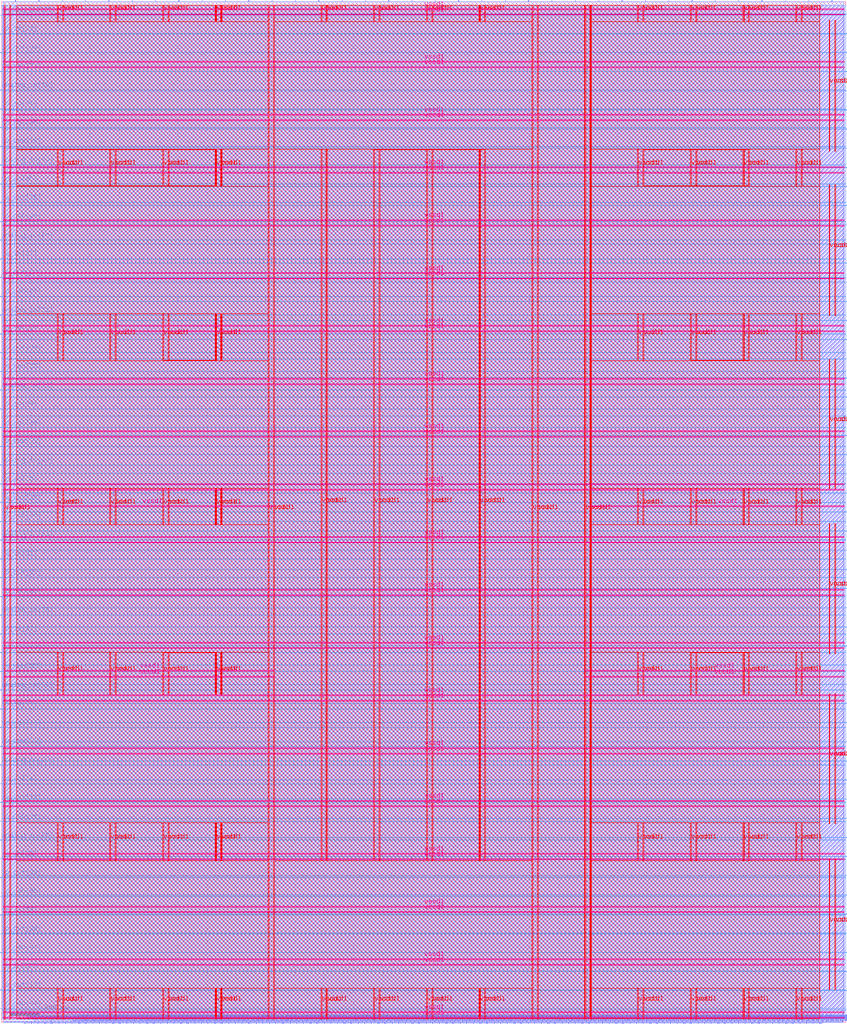
<source format=lef>
VERSION 5.7 ;
  NOWIREEXTENSIONATPIN ON ;
  DIVIDERCHAR "/" ;
  BUSBITCHARS "[]" ;
MACRO j202_soc_core_wrapper
  CLASS BLOCK ;
  FOREIGN j202_soc_core_wrapper ;
  ORIGIN 0.000 0.000 ;
  SIZE 2880.000 BY 3480.000 ;
  PIN analog_io[0]
    DIRECTION INOUT ;
    USE SIGNAL ;
    PORT
      LAYER met3 ;
        RECT 2879.000 1412.780 2884.800 1413.980 ;
    END
  END analog_io[0]
  PIN analog_io[10]
    DIRECTION INOUT ;
    USE SIGNAL ;
    PORT
      LAYER met2 ;
        RECT 2195.530 3479.000 2196.090 3484.800 ;
    END
  END analog_io[10]
  PIN analog_io[11]
    DIRECTION INOUT ;
    USE SIGNAL ;
    PORT
      LAYER met2 ;
        RECT 1877.210 3479.000 1877.770 3484.800 ;
    END
  END analog_io[11]
  PIN analog_io[12]
    DIRECTION INOUT ;
    USE SIGNAL ;
    PORT
      LAYER met2 ;
        RECT 1558.890 3479.000 1559.450 3484.800 ;
    END
  END analog_io[12]
  PIN analog_io[13]
    DIRECTION INOUT ;
    USE SIGNAL ;
    PORT
      LAYER met2 ;
        RECT 1240.570 3479.000 1241.130 3484.800 ;
    END
  END analog_io[13]
  PIN analog_io[14]
    DIRECTION INOUT ;
    USE SIGNAL ;
    PORT
      LAYER met2 ;
        RECT 922.250 3479.000 922.810 3484.800 ;
    END
  END analog_io[14]
  PIN analog_io[15]
    DIRECTION INOUT ;
    USE SIGNAL ;
    PORT
      LAYER met2 ;
        RECT 603.930 3479.000 604.490 3484.800 ;
    END
  END analog_io[15]
  PIN analog_io[16]
    DIRECTION INOUT ;
    USE SIGNAL ;
    PORT
      LAYER met2 ;
        RECT 285.610 3479.000 286.170 3484.800 ;
    END
  END analog_io[16]
  PIN analog_io[17]
    DIRECTION INOUT ;
    USE SIGNAL ;
    PORT
      LAYER met3 ;
        RECT -4.800 3433.060 1.000 3434.260 ;
    END
  END analog_io[17]
  PIN analog_io[18]
    DIRECTION INOUT ;
    USE SIGNAL ;
    PORT
      LAYER met3 ;
        RECT -4.800 3177.380 1.000 3178.580 ;
    END
  END analog_io[18]
  PIN analog_io[19]
    DIRECTION INOUT ;
    USE SIGNAL ;
    PORT
      LAYER met3 ;
        RECT -4.800 2921.700 1.000 2922.900 ;
    END
  END analog_io[19]
  PIN analog_io[1]
    DIRECTION INOUT ;
    USE SIGNAL ;
    PORT
      LAYER met3 ;
        RECT 2879.000 1673.900 2884.800 1675.100 ;
    END
  END analog_io[1]
  PIN analog_io[20]
    DIRECTION INOUT ;
    USE SIGNAL ;
    PORT
      LAYER met3 ;
        RECT -4.800 2666.020 1.000 2667.220 ;
    END
  END analog_io[20]
  PIN analog_io[21]
    DIRECTION INOUT ;
    USE SIGNAL ;
    PORT
      LAYER met3 ;
        RECT -4.800 2410.340 1.000 2411.540 ;
    END
  END analog_io[21]
  PIN analog_io[22]
    DIRECTION INOUT ;
    USE SIGNAL ;
    PORT
      LAYER met3 ;
        RECT -4.800 2154.660 1.000 2155.860 ;
    END
  END analog_io[22]
  PIN analog_io[23]
    DIRECTION INOUT ;
    USE SIGNAL ;
    PORT
      LAYER met3 ;
        RECT -4.800 1898.980 1.000 1900.180 ;
    END
  END analog_io[23]
  PIN analog_io[24]
    DIRECTION INOUT ;
    USE SIGNAL ;
    PORT
      LAYER met3 ;
        RECT -4.800 1643.300 1.000 1644.500 ;
    END
  END analog_io[24]
  PIN analog_io[25]
    DIRECTION INOUT ;
    USE SIGNAL ;
    PORT
      LAYER met3 ;
        RECT -4.800 1387.620 1.000 1388.820 ;
    END
  END analog_io[25]
  PIN analog_io[26]
    DIRECTION INOUT ;
    USE SIGNAL ;
    PORT
      LAYER met3 ;
        RECT -4.800 1131.940 1.000 1133.140 ;
    END
  END analog_io[26]
  PIN analog_io[27]
    DIRECTION INOUT ;
    USE SIGNAL ;
    PORT
      LAYER met3 ;
        RECT -4.800 876.260 1.000 877.460 ;
    END
  END analog_io[27]
  PIN analog_io[28]
    DIRECTION INOUT ;
    USE SIGNAL ;
    PORT
      LAYER met3 ;
        RECT -4.800 620.580 1.000 621.780 ;
    END
  END analog_io[28]
  PIN analog_io[2]
    DIRECTION INOUT ;
    USE SIGNAL ;
    PORT
      LAYER met3 ;
        RECT 2879.000 1935.020 2884.800 1936.220 ;
    END
  END analog_io[2]
  PIN analog_io[3]
    DIRECTION INOUT ;
    USE SIGNAL ;
    PORT
      LAYER met3 ;
        RECT 2879.000 2196.140 2884.800 2197.340 ;
    END
  END analog_io[3]
  PIN analog_io[4]
    DIRECTION INOUT ;
    USE SIGNAL ;
    PORT
      LAYER met3 ;
        RECT 2879.000 2457.260 2884.800 2458.460 ;
    END
  END analog_io[4]
  PIN analog_io[5]
    DIRECTION INOUT ;
    USE SIGNAL ;
    PORT
      LAYER met3 ;
        RECT 2879.000 2718.380 2884.800 2719.580 ;
    END
  END analog_io[5]
  PIN analog_io[6]
    DIRECTION INOUT ;
    USE SIGNAL ;
    PORT
      LAYER met3 ;
        RECT 2879.000 2979.500 2884.800 2980.700 ;
    END
  END analog_io[6]
  PIN analog_io[7]
    DIRECTION INOUT ;
    USE SIGNAL ;
    PORT
      LAYER met3 ;
        RECT 2879.000 3240.620 2884.800 3241.820 ;
    END
  END analog_io[7]
  PIN analog_io[8]
    DIRECTION INOUT ;
    USE SIGNAL ;
    PORT
      LAYER met2 ;
        RECT 2832.170 3479.000 2832.730 3484.800 ;
    END
  END analog_io[8]
  PIN analog_io[9]
    DIRECTION INOUT ;
    USE SIGNAL ;
    PORT
      LAYER met2 ;
        RECT 2513.850 3479.000 2514.410 3484.800 ;
    END
  END analog_io[9]
  PIN io_in[0]
    DIRECTION INPUT ;
    USE SIGNAL ;
    PORT
      LAYER met3 ;
        RECT 2879.000 41.900 2884.800 43.100 ;
    END
  END io_in[0]
  PIN io_in[10]
    DIRECTION INPUT ;
    USE SIGNAL ;
    PORT
      LAYER met3 ;
        RECT 2879.000 2261.420 2884.800 2262.620 ;
    END
  END io_in[10]
  PIN io_in[11]
    DIRECTION INPUT ;
    USE SIGNAL ;
    PORT
      LAYER met3 ;
        RECT 2879.000 2522.540 2884.800 2523.740 ;
    END
  END io_in[11]
  PIN io_in[12]
    DIRECTION INPUT ;
    USE SIGNAL ;
    PORT
      LAYER met3 ;
        RECT 2879.000 2783.660 2884.800 2784.860 ;
    END
  END io_in[12]
  PIN io_in[13]
    DIRECTION INPUT ;
    USE SIGNAL ;
    PORT
      LAYER met3 ;
        RECT 2879.000 3044.780 2884.800 3045.980 ;
    END
  END io_in[13]
  PIN io_in[14]
    DIRECTION INPUT ;
    USE SIGNAL ;
    PORT
      LAYER met3 ;
        RECT 2879.000 3305.900 2884.800 3307.100 ;
    END
  END io_in[14]
  PIN io_in[15]
    DIRECTION INPUT ;
    USE SIGNAL ;
    PORT
      LAYER met2 ;
        RECT 2752.590 3479.000 2753.150 3484.800 ;
    END
  END io_in[15]
  PIN io_in[16]
    DIRECTION INPUT ;
    USE SIGNAL ;
    PORT
      LAYER met2 ;
        RECT 2434.270 3479.000 2434.830 3484.800 ;
    END
  END io_in[16]
  PIN io_in[17]
    DIRECTION INPUT ;
    USE SIGNAL ;
    PORT
      LAYER met2 ;
        RECT 2115.950 3479.000 2116.510 3484.800 ;
    END
  END io_in[17]
  PIN io_in[18]
    DIRECTION INPUT ;
    USE SIGNAL ;
    PORT
      LAYER met2 ;
        RECT 1797.630 3479.000 1798.190 3484.800 ;
    END
  END io_in[18]
  PIN io_in[19]
    DIRECTION INPUT ;
    USE SIGNAL ;
    PORT
      LAYER met2 ;
        RECT 1479.310 3479.000 1479.870 3484.800 ;
    END
  END io_in[19]
  PIN io_in[1]
    DIRECTION INPUT ;
    USE SIGNAL ;
    PORT
      LAYER met3 ;
        RECT 2879.000 237.740 2884.800 238.940 ;
    END
  END io_in[1]
  PIN io_in[20]
    DIRECTION INPUT ;
    USE SIGNAL ;
    PORT
      LAYER met2 ;
        RECT 1160.990 3479.000 1161.550 3484.800 ;
    END
  END io_in[20]
  PIN io_in[21]
    DIRECTION INPUT ;
    USE SIGNAL ;
    PORT
      LAYER met2 ;
        RECT 842.670 3479.000 843.230 3484.800 ;
    END
  END io_in[21]
  PIN io_in[22]
    DIRECTION INPUT ;
    USE SIGNAL ;
    PORT
      LAYER met2 ;
        RECT 524.350 3479.000 524.910 3484.800 ;
    END
  END io_in[22]
  PIN io_in[23]
    DIRECTION INPUT ;
    USE SIGNAL ;
    PORT
      LAYER met2 ;
        RECT 206.030 3479.000 206.590 3484.800 ;
    END
  END io_in[23]
  PIN io_in[24]
    DIRECTION INPUT ;
    USE SIGNAL ;
    PORT
      LAYER met3 ;
        RECT -4.800 3369.140 1.000 3370.340 ;
    END
  END io_in[24]
  PIN io_in[25]
    DIRECTION INPUT ;
    USE SIGNAL ;
    PORT
      LAYER met3 ;
        RECT -4.800 3113.460 1.000 3114.660 ;
    END
  END io_in[25]
  PIN io_in[26]
    DIRECTION INPUT ;
    USE SIGNAL ;
    PORT
      LAYER met3 ;
        RECT -4.800 2857.780 1.000 2858.980 ;
    END
  END io_in[26]
  PIN io_in[27]
    DIRECTION INPUT ;
    USE SIGNAL ;
    PORT
      LAYER met3 ;
        RECT -4.800 2602.100 1.000 2603.300 ;
    END
  END io_in[27]
  PIN io_in[28]
    DIRECTION INPUT ;
    USE SIGNAL ;
    PORT
      LAYER met3 ;
        RECT -4.800 2346.420 1.000 2347.620 ;
    END
  END io_in[28]
  PIN io_in[29]
    DIRECTION INPUT ;
    USE SIGNAL ;
    PORT
      LAYER met3 ;
        RECT -4.800 2090.740 1.000 2091.940 ;
    END
  END io_in[29]
  PIN io_in[2]
    DIRECTION INPUT ;
    USE SIGNAL ;
    PORT
      LAYER met3 ;
        RECT 2879.000 433.580 2884.800 434.780 ;
    END
  END io_in[2]
  PIN io_in[30]
    DIRECTION INPUT ;
    USE SIGNAL ;
    PORT
      LAYER met3 ;
        RECT -4.800 1835.060 1.000 1836.260 ;
    END
  END io_in[30]
  PIN io_in[31]
    DIRECTION INPUT ;
    USE SIGNAL ;
    PORT
      LAYER met3 ;
        RECT -4.800 1579.380 1.000 1580.580 ;
    END
  END io_in[31]
  PIN io_in[32]
    DIRECTION INPUT ;
    USE SIGNAL ;
    PORT
      LAYER met3 ;
        RECT -4.800 1323.700 1.000 1324.900 ;
    END
  END io_in[32]
  PIN io_in[33]
    DIRECTION INPUT ;
    USE SIGNAL ;
    PORT
      LAYER met3 ;
        RECT -4.800 1068.020 1.000 1069.220 ;
    END
  END io_in[33]
  PIN io_in[34]
    DIRECTION INPUT ;
    USE SIGNAL ;
    PORT
      LAYER met3 ;
        RECT -4.800 812.340 1.000 813.540 ;
    END
  END io_in[34]
  PIN io_in[35]
    DIRECTION INPUT ;
    USE SIGNAL ;
    PORT
      LAYER met3 ;
        RECT -4.800 556.660 1.000 557.860 ;
    END
  END io_in[35]
  PIN io_in[36]
    DIRECTION INPUT ;
    USE SIGNAL ;
    PORT
      LAYER met3 ;
        RECT -4.800 364.900 1.000 366.100 ;
    END
  END io_in[36]
  PIN io_in[37]
    DIRECTION INPUT ;
    USE SIGNAL ;
    PORT
      LAYER met3 ;
        RECT -4.800 173.140 1.000 174.340 ;
    END
  END io_in[37]
  PIN io_in[3]
    DIRECTION INPUT ;
    USE SIGNAL ;
    PORT
      LAYER met3 ;
        RECT 2879.000 629.420 2884.800 630.620 ;
    END
  END io_in[3]
  PIN io_in[4]
    DIRECTION INPUT ;
    USE SIGNAL ;
    PORT
      LAYER met3 ;
        RECT 2879.000 825.260 2884.800 826.460 ;
    END
  END io_in[4]
  PIN io_in[5]
    DIRECTION INPUT ;
    USE SIGNAL ;
    PORT
      LAYER met3 ;
        RECT 2879.000 1021.100 2884.800 1022.300 ;
    END
  END io_in[5]
  PIN io_in[6]
    DIRECTION INPUT ;
    USE SIGNAL ;
    PORT
      LAYER met3 ;
        RECT 2879.000 1216.940 2884.800 1218.140 ;
    END
  END io_in[6]
  PIN io_in[7]
    DIRECTION INPUT ;
    USE SIGNAL ;
    PORT
      LAYER met3 ;
        RECT 2879.000 1478.060 2884.800 1479.260 ;
    END
  END io_in[7]
  PIN io_in[8]
    DIRECTION INPUT ;
    USE SIGNAL ;
    PORT
      LAYER met3 ;
        RECT 2879.000 1739.180 2884.800 1740.380 ;
    END
  END io_in[8]
  PIN io_in[9]
    DIRECTION INPUT ;
    USE SIGNAL ;
    PORT
      LAYER met3 ;
        RECT 2879.000 2000.300 2884.800 2001.500 ;
    END
  END io_in[9]
  PIN io_oeb[0]
    DIRECTION OUTPUT TRISTATE ;
    USE SIGNAL ;
    PORT
      LAYER met3 ;
        RECT 2879.000 172.460 2884.800 173.660 ;
    END
  END io_oeb[0]
  PIN io_oeb[10]
    DIRECTION OUTPUT TRISTATE ;
    USE SIGNAL ;
    PORT
      LAYER met3 ;
        RECT 2879.000 2391.980 2884.800 2393.180 ;
    END
  END io_oeb[10]
  PIN io_oeb[11]
    DIRECTION OUTPUT TRISTATE ;
    USE SIGNAL ;
    PORT
      LAYER met3 ;
        RECT 2879.000 2653.100 2884.800 2654.300 ;
    END
  END io_oeb[11]
  PIN io_oeb[12]
    DIRECTION OUTPUT TRISTATE ;
    USE SIGNAL ;
    PORT
      LAYER met3 ;
        RECT 2879.000 2914.220 2884.800 2915.420 ;
    END
  END io_oeb[12]
  PIN io_oeb[13]
    DIRECTION OUTPUT TRISTATE ;
    USE SIGNAL ;
    PORT
      LAYER met3 ;
        RECT 2879.000 3175.340 2884.800 3176.540 ;
    END
  END io_oeb[13]
  PIN io_oeb[14]
    DIRECTION OUTPUT TRISTATE ;
    USE SIGNAL ;
    PORT
      LAYER met3 ;
        RECT 2879.000 3436.460 2884.800 3437.660 ;
    END
  END io_oeb[14]
  PIN io_oeb[15]
    DIRECTION OUTPUT TRISTATE ;
    USE SIGNAL ;
    PORT
      LAYER met2 ;
        RECT 2593.430 3479.000 2593.990 3484.800 ;
    END
  END io_oeb[15]
  PIN io_oeb[16]
    DIRECTION OUTPUT TRISTATE ;
    USE SIGNAL ;
    PORT
      LAYER met2 ;
        RECT 2275.110 3479.000 2275.670 3484.800 ;
    END
  END io_oeb[16]
  PIN io_oeb[17]
    DIRECTION OUTPUT TRISTATE ;
    USE SIGNAL ;
    PORT
      LAYER met2 ;
        RECT 1956.790 3479.000 1957.350 3484.800 ;
    END
  END io_oeb[17]
  PIN io_oeb[18]
    DIRECTION OUTPUT TRISTATE ;
    USE SIGNAL ;
    PORT
      LAYER met2 ;
        RECT 1638.470 3479.000 1639.030 3484.800 ;
    END
  END io_oeb[18]
  PIN io_oeb[19]
    DIRECTION OUTPUT TRISTATE ;
    USE SIGNAL ;
    PORT
      LAYER met2 ;
        RECT 1320.150 3479.000 1320.710 3484.800 ;
    END
  END io_oeb[19]
  PIN io_oeb[1]
    DIRECTION OUTPUT TRISTATE ;
    USE SIGNAL ;
    PORT
      LAYER met3 ;
        RECT 2879.000 368.300 2884.800 369.500 ;
    END
  END io_oeb[1]
  PIN io_oeb[20]
    DIRECTION OUTPUT TRISTATE ;
    USE SIGNAL ;
    PORT
      LAYER met2 ;
        RECT 1001.830 3479.000 1002.390 3484.800 ;
    END
  END io_oeb[20]
  PIN io_oeb[21]
    DIRECTION OUTPUT TRISTATE ;
    USE SIGNAL ;
    PORT
      LAYER met2 ;
        RECT 683.510 3479.000 684.070 3484.800 ;
    END
  END io_oeb[21]
  PIN io_oeb[22]
    DIRECTION OUTPUT TRISTATE ;
    USE SIGNAL ;
    PORT
      LAYER met2 ;
        RECT 365.190 3479.000 365.750 3484.800 ;
    END
  END io_oeb[22]
  PIN io_oeb[23]
    DIRECTION OUTPUT TRISTATE ;
    USE SIGNAL ;
    PORT
      LAYER met2 ;
        RECT 46.870 3479.000 47.430 3484.800 ;
    END
  END io_oeb[23]
  PIN io_oeb[24]
    DIRECTION OUTPUT TRISTATE ;
    USE SIGNAL ;
    PORT
      LAYER met3 ;
        RECT -4.800 3241.300 1.000 3242.500 ;
    END
  END io_oeb[24]
  PIN io_oeb[25]
    DIRECTION OUTPUT TRISTATE ;
    USE SIGNAL ;
    PORT
      LAYER met3 ;
        RECT -4.800 2985.620 1.000 2986.820 ;
    END
  END io_oeb[25]
  PIN io_oeb[26]
    DIRECTION OUTPUT TRISTATE ;
    USE SIGNAL ;
    PORT
      LAYER met3 ;
        RECT -4.800 2729.940 1.000 2731.140 ;
    END
  END io_oeb[26]
  PIN io_oeb[27]
    DIRECTION OUTPUT TRISTATE ;
    USE SIGNAL ;
    PORT
      LAYER met3 ;
        RECT -4.800 2474.260 1.000 2475.460 ;
    END
  END io_oeb[27]
  PIN io_oeb[28]
    DIRECTION OUTPUT TRISTATE ;
    USE SIGNAL ;
    PORT
      LAYER met3 ;
        RECT -4.800 2218.580 1.000 2219.780 ;
    END
  END io_oeb[28]
  PIN io_oeb[29]
    DIRECTION OUTPUT TRISTATE ;
    USE SIGNAL ;
    PORT
      LAYER met3 ;
        RECT -4.800 1962.900 1.000 1964.100 ;
    END
  END io_oeb[29]
  PIN io_oeb[2]
    DIRECTION OUTPUT TRISTATE ;
    USE SIGNAL ;
    PORT
      LAYER met3 ;
        RECT 2879.000 564.140 2884.800 565.340 ;
    END
  END io_oeb[2]
  PIN io_oeb[30]
    DIRECTION OUTPUT TRISTATE ;
    USE SIGNAL ;
    PORT
      LAYER met3 ;
        RECT -4.800 1707.220 1.000 1708.420 ;
    END
  END io_oeb[30]
  PIN io_oeb[31]
    DIRECTION OUTPUT TRISTATE ;
    USE SIGNAL ;
    PORT
      LAYER met3 ;
        RECT -4.800 1451.540 1.000 1452.740 ;
    END
  END io_oeb[31]
  PIN io_oeb[32]
    DIRECTION OUTPUT TRISTATE ;
    USE SIGNAL ;
    PORT
      LAYER met3 ;
        RECT -4.800 1195.860 1.000 1197.060 ;
    END
  END io_oeb[32]
  PIN io_oeb[33]
    DIRECTION OUTPUT TRISTATE ;
    USE SIGNAL ;
    PORT
      LAYER met3 ;
        RECT -4.800 940.180 1.000 941.380 ;
    END
  END io_oeb[33]
  PIN io_oeb[34]
    DIRECTION OUTPUT TRISTATE ;
    USE SIGNAL ;
    PORT
      LAYER met3 ;
        RECT -4.800 684.500 1.000 685.700 ;
    END
  END io_oeb[34]
  PIN io_oeb[35]
    DIRECTION OUTPUT TRISTATE ;
    USE SIGNAL ;
    PORT
      LAYER met3 ;
        RECT -4.800 428.820 1.000 430.020 ;
    END
  END io_oeb[35]
  PIN io_oeb[36]
    DIRECTION OUTPUT TRISTATE ;
    USE SIGNAL ;
    PORT
      LAYER met3 ;
        RECT -4.800 237.060 1.000 238.260 ;
    END
  END io_oeb[36]
  PIN io_oeb[37]
    DIRECTION OUTPUT TRISTATE ;
    USE SIGNAL ;
    PORT
      LAYER met3 ;
        RECT -4.800 45.300 1.000 46.500 ;
    END
  END io_oeb[37]
  PIN io_oeb[3]
    DIRECTION OUTPUT TRISTATE ;
    USE SIGNAL ;
    PORT
      LAYER met3 ;
        RECT 2879.000 759.980 2884.800 761.180 ;
    END
  END io_oeb[3]
  PIN io_oeb[4]
    DIRECTION OUTPUT TRISTATE ;
    USE SIGNAL ;
    PORT
      LAYER met3 ;
        RECT 2879.000 955.820 2884.800 957.020 ;
    END
  END io_oeb[4]
  PIN io_oeb[5]
    DIRECTION OUTPUT TRISTATE ;
    USE SIGNAL ;
    PORT
      LAYER met3 ;
        RECT 2879.000 1151.660 2884.800 1152.860 ;
    END
  END io_oeb[5]
  PIN io_oeb[6]
    DIRECTION OUTPUT TRISTATE ;
    USE SIGNAL ;
    PORT
      LAYER met3 ;
        RECT 2879.000 1347.500 2884.800 1348.700 ;
    END
  END io_oeb[6]
  PIN io_oeb[7]
    DIRECTION OUTPUT TRISTATE ;
    USE SIGNAL ;
    PORT
      LAYER met3 ;
        RECT 2879.000 1608.620 2884.800 1609.820 ;
    END
  END io_oeb[7]
  PIN io_oeb[8]
    DIRECTION OUTPUT TRISTATE ;
    USE SIGNAL ;
    PORT
      LAYER met3 ;
        RECT 2879.000 1869.740 2884.800 1870.940 ;
    END
  END io_oeb[8]
  PIN io_oeb[9]
    DIRECTION OUTPUT TRISTATE ;
    USE SIGNAL ;
    PORT
      LAYER met3 ;
        RECT 2879.000 2130.860 2884.800 2132.060 ;
    END
  END io_oeb[9]
  PIN io_out[0]
    DIRECTION OUTPUT TRISTATE ;
    USE SIGNAL ;
    PORT
      LAYER met3 ;
        RECT 2879.000 107.180 2884.800 108.380 ;
    END
  END io_out[0]
  PIN io_out[10]
    DIRECTION OUTPUT TRISTATE ;
    USE SIGNAL ;
    PORT
      LAYER met3 ;
        RECT 2879.000 2326.700 2884.800 2327.900 ;
    END
  END io_out[10]
  PIN io_out[11]
    DIRECTION OUTPUT TRISTATE ;
    USE SIGNAL ;
    PORT
      LAYER met3 ;
        RECT 2879.000 2587.820 2884.800 2589.020 ;
    END
  END io_out[11]
  PIN io_out[12]
    DIRECTION OUTPUT TRISTATE ;
    USE SIGNAL ;
    PORT
      LAYER met3 ;
        RECT 2879.000 2848.940 2884.800 2850.140 ;
    END
  END io_out[12]
  PIN io_out[13]
    DIRECTION OUTPUT TRISTATE ;
    USE SIGNAL ;
    PORT
      LAYER met3 ;
        RECT 2879.000 3110.060 2884.800 3111.260 ;
    END
  END io_out[13]
  PIN io_out[14]
    DIRECTION OUTPUT TRISTATE ;
    USE SIGNAL ;
    PORT
      LAYER met3 ;
        RECT 2879.000 3371.180 2884.800 3372.380 ;
    END
  END io_out[14]
  PIN io_out[15]
    DIRECTION OUTPUT TRISTATE ;
    USE SIGNAL ;
    PORT
      LAYER met2 ;
        RECT 2673.010 3479.000 2673.570 3484.800 ;
    END
  END io_out[15]
  PIN io_out[16]
    DIRECTION OUTPUT TRISTATE ;
    USE SIGNAL ;
    PORT
      LAYER met2 ;
        RECT 2354.690 3479.000 2355.250 3484.800 ;
    END
  END io_out[16]
  PIN io_out[17]
    DIRECTION OUTPUT TRISTATE ;
    USE SIGNAL ;
    PORT
      LAYER met2 ;
        RECT 2036.370 3479.000 2036.930 3484.800 ;
    END
  END io_out[17]
  PIN io_out[18]
    DIRECTION OUTPUT TRISTATE ;
    USE SIGNAL ;
    PORT
      LAYER met2 ;
        RECT 1718.050 3479.000 1718.610 3484.800 ;
    END
  END io_out[18]
  PIN io_out[19]
    DIRECTION OUTPUT TRISTATE ;
    USE SIGNAL ;
    PORT
      LAYER met2 ;
        RECT 1399.730 3479.000 1400.290 3484.800 ;
    END
  END io_out[19]
  PIN io_out[1]
    DIRECTION OUTPUT TRISTATE ;
    USE SIGNAL ;
    PORT
      LAYER met3 ;
        RECT 2879.000 303.020 2884.800 304.220 ;
    END
  END io_out[1]
  PIN io_out[20]
    DIRECTION OUTPUT TRISTATE ;
    USE SIGNAL ;
    PORT
      LAYER met2 ;
        RECT 1081.410 3479.000 1081.970 3484.800 ;
    END
  END io_out[20]
  PIN io_out[21]
    DIRECTION OUTPUT TRISTATE ;
    USE SIGNAL ;
    PORT
      LAYER met2 ;
        RECT 763.090 3479.000 763.650 3484.800 ;
    END
  END io_out[21]
  PIN io_out[22]
    DIRECTION OUTPUT TRISTATE ;
    USE SIGNAL ;
    PORT
      LAYER met2 ;
        RECT 444.770 3479.000 445.330 3484.800 ;
    END
  END io_out[22]
  PIN io_out[23]
    DIRECTION OUTPUT TRISTATE ;
    USE SIGNAL ;
    PORT
      LAYER met2 ;
        RECT 126.450 3479.000 127.010 3484.800 ;
    END
  END io_out[23]
  PIN io_out[24]
    DIRECTION OUTPUT TRISTATE ;
    USE SIGNAL ;
    PORT
      LAYER met3 ;
        RECT -4.800 3305.220 1.000 3306.420 ;
    END
  END io_out[24]
  PIN io_out[25]
    DIRECTION OUTPUT TRISTATE ;
    USE SIGNAL ;
    PORT
      LAYER met3 ;
        RECT -4.800 3049.540 1.000 3050.740 ;
    END
  END io_out[25]
  PIN io_out[26]
    DIRECTION OUTPUT TRISTATE ;
    USE SIGNAL ;
    PORT
      LAYER met3 ;
        RECT -4.800 2793.860 1.000 2795.060 ;
    END
  END io_out[26]
  PIN io_out[27]
    DIRECTION OUTPUT TRISTATE ;
    USE SIGNAL ;
    PORT
      LAYER met3 ;
        RECT -4.800 2538.180 1.000 2539.380 ;
    END
  END io_out[27]
  PIN io_out[28]
    DIRECTION OUTPUT TRISTATE ;
    USE SIGNAL ;
    PORT
      LAYER met3 ;
        RECT -4.800 2282.500 1.000 2283.700 ;
    END
  END io_out[28]
  PIN io_out[29]
    DIRECTION OUTPUT TRISTATE ;
    USE SIGNAL ;
    PORT
      LAYER met3 ;
        RECT -4.800 2026.820 1.000 2028.020 ;
    END
  END io_out[29]
  PIN io_out[2]
    DIRECTION OUTPUT TRISTATE ;
    USE SIGNAL ;
    PORT
      LAYER met3 ;
        RECT 2879.000 498.860 2884.800 500.060 ;
    END
  END io_out[2]
  PIN io_out[30]
    DIRECTION OUTPUT TRISTATE ;
    USE SIGNAL ;
    PORT
      LAYER met3 ;
        RECT -4.800 1771.140 1.000 1772.340 ;
    END
  END io_out[30]
  PIN io_out[31]
    DIRECTION OUTPUT TRISTATE ;
    USE SIGNAL ;
    PORT
      LAYER met3 ;
        RECT -4.800 1515.460 1.000 1516.660 ;
    END
  END io_out[31]
  PIN io_out[32]
    DIRECTION OUTPUT TRISTATE ;
    USE SIGNAL ;
    PORT
      LAYER met3 ;
        RECT -4.800 1259.780 1.000 1260.980 ;
    END
  END io_out[32]
  PIN io_out[33]
    DIRECTION OUTPUT TRISTATE ;
    USE SIGNAL ;
    PORT
      LAYER met3 ;
        RECT -4.800 1004.100 1.000 1005.300 ;
    END
  END io_out[33]
  PIN io_out[34]
    DIRECTION OUTPUT TRISTATE ;
    USE SIGNAL ;
    PORT
      LAYER met3 ;
        RECT -4.800 748.420 1.000 749.620 ;
    END
  END io_out[34]
  PIN io_out[35]
    DIRECTION OUTPUT TRISTATE ;
    USE SIGNAL ;
    PORT
      LAYER met3 ;
        RECT -4.800 492.740 1.000 493.940 ;
    END
  END io_out[35]
  PIN io_out[36]
    DIRECTION OUTPUT TRISTATE ;
    USE SIGNAL ;
    PORT
      LAYER met3 ;
        RECT -4.800 300.980 1.000 302.180 ;
    END
  END io_out[36]
  PIN io_out[37]
    DIRECTION OUTPUT TRISTATE ;
    USE SIGNAL ;
    PORT
      LAYER met3 ;
        RECT -4.800 109.220 1.000 110.420 ;
    END
  END io_out[37]
  PIN io_out[3]
    DIRECTION OUTPUT TRISTATE ;
    USE SIGNAL ;
    PORT
      LAYER met3 ;
        RECT 2879.000 694.700 2884.800 695.900 ;
    END
  END io_out[3]
  PIN io_out[4]
    DIRECTION OUTPUT TRISTATE ;
    USE SIGNAL ;
    PORT
      LAYER met3 ;
        RECT 2879.000 890.540 2884.800 891.740 ;
    END
  END io_out[4]
  PIN io_out[5]
    DIRECTION OUTPUT TRISTATE ;
    USE SIGNAL ;
    PORT
      LAYER met3 ;
        RECT 2879.000 1086.380 2884.800 1087.580 ;
    END
  END io_out[5]
  PIN io_out[6]
    DIRECTION OUTPUT TRISTATE ;
    USE SIGNAL ;
    PORT
      LAYER met3 ;
        RECT 2879.000 1282.220 2884.800 1283.420 ;
    END
  END io_out[6]
  PIN io_out[7]
    DIRECTION OUTPUT TRISTATE ;
    USE SIGNAL ;
    PORT
      LAYER met3 ;
        RECT 2879.000 1543.340 2884.800 1544.540 ;
    END
  END io_out[7]
  PIN io_out[8]
    DIRECTION OUTPUT TRISTATE ;
    USE SIGNAL ;
    PORT
      LAYER met3 ;
        RECT 2879.000 1804.460 2884.800 1805.660 ;
    END
  END io_out[8]
  PIN io_out[9]
    DIRECTION OUTPUT TRISTATE ;
    USE SIGNAL ;
    PORT
      LAYER met3 ;
        RECT 2879.000 2065.580 2884.800 2066.780 ;
    END
  END io_out[9]
  PIN la_data_in[0]
    DIRECTION INPUT ;
    USE SIGNAL ;
    PORT
      LAYER met2 ;
        RECT 664.190 -4.800 664.750 1.000 ;
    END
  END la_data_in[0]
  PIN la_data_in[100]
    DIRECTION INPUT ;
    USE SIGNAL ;
    PORT
      LAYER met2 ;
        RECT 2320.190 -4.800 2320.750 1.000 ;
    END
  END la_data_in[100]
  PIN la_data_in[101]
    DIRECTION INPUT ;
    USE SIGNAL ;
    PORT
      LAYER met2 ;
        RECT 2336.750 -4.800 2337.310 1.000 ;
    END
  END la_data_in[101]
  PIN la_data_in[102]
    DIRECTION INPUT ;
    USE SIGNAL ;
    PORT
      LAYER met2 ;
        RECT 2353.310 -4.800 2353.870 1.000 ;
    END
  END la_data_in[102]
  PIN la_data_in[103]
    DIRECTION INPUT ;
    USE SIGNAL ;
    PORT
      LAYER met2 ;
        RECT 2369.870 -4.800 2370.430 1.000 ;
    END
  END la_data_in[103]
  PIN la_data_in[104]
    DIRECTION INPUT ;
    USE SIGNAL ;
    PORT
      LAYER met2 ;
        RECT 2386.430 -4.800 2386.990 1.000 ;
    END
  END la_data_in[104]
  PIN la_data_in[105]
    DIRECTION INPUT ;
    USE SIGNAL ;
    PORT
      LAYER met2 ;
        RECT 2402.990 -4.800 2403.550 1.000 ;
    END
  END la_data_in[105]
  PIN la_data_in[106]
    DIRECTION INPUT ;
    USE SIGNAL ;
    PORT
      LAYER met2 ;
        RECT 2419.550 -4.800 2420.110 1.000 ;
    END
  END la_data_in[106]
  PIN la_data_in[107]
    DIRECTION INPUT ;
    USE SIGNAL ;
    PORT
      LAYER met2 ;
        RECT 2436.110 -4.800 2436.670 1.000 ;
    END
  END la_data_in[107]
  PIN la_data_in[108]
    DIRECTION INPUT ;
    USE SIGNAL ;
    PORT
      LAYER met2 ;
        RECT 2452.670 -4.800 2453.230 1.000 ;
    END
  END la_data_in[108]
  PIN la_data_in[109]
    DIRECTION INPUT ;
    USE SIGNAL ;
    PORT
      LAYER met2 ;
        RECT 2469.230 -4.800 2469.790 1.000 ;
    END
  END la_data_in[109]
  PIN la_data_in[10]
    DIRECTION INPUT ;
    USE SIGNAL ;
    PORT
      LAYER met2 ;
        RECT 829.790 -4.800 830.350 1.000 ;
    END
  END la_data_in[10]
  PIN la_data_in[110]
    DIRECTION INPUT ;
    USE SIGNAL ;
    PORT
      LAYER met2 ;
        RECT 2485.790 -4.800 2486.350 1.000 ;
    END
  END la_data_in[110]
  PIN la_data_in[111]
    DIRECTION INPUT ;
    USE SIGNAL ;
    PORT
      LAYER met2 ;
        RECT 2502.350 -4.800 2502.910 1.000 ;
    END
  END la_data_in[111]
  PIN la_data_in[112]
    DIRECTION INPUT ;
    USE SIGNAL ;
    PORT
      LAYER met2 ;
        RECT 2518.910 -4.800 2519.470 1.000 ;
    END
  END la_data_in[112]
  PIN la_data_in[113]
    DIRECTION INPUT ;
    USE SIGNAL ;
    PORT
      LAYER met2 ;
        RECT 2535.470 -4.800 2536.030 1.000 ;
    END
  END la_data_in[113]
  PIN la_data_in[114]
    DIRECTION INPUT ;
    USE SIGNAL ;
    PORT
      LAYER met2 ;
        RECT 2552.030 -4.800 2552.590 1.000 ;
    END
  END la_data_in[114]
  PIN la_data_in[115]
    DIRECTION INPUT ;
    USE SIGNAL ;
    PORT
      LAYER met2 ;
        RECT 2568.590 -4.800 2569.150 1.000 ;
    END
  END la_data_in[115]
  PIN la_data_in[116]
    DIRECTION INPUT ;
    USE SIGNAL ;
    PORT
      LAYER met2 ;
        RECT 2585.150 -4.800 2585.710 1.000 ;
    END
  END la_data_in[116]
  PIN la_data_in[117]
    DIRECTION INPUT ;
    USE SIGNAL ;
    PORT
      LAYER met2 ;
        RECT 2601.710 -4.800 2602.270 1.000 ;
    END
  END la_data_in[117]
  PIN la_data_in[118]
    DIRECTION INPUT ;
    USE SIGNAL ;
    PORT
      LAYER met2 ;
        RECT 2618.270 -4.800 2618.830 1.000 ;
    END
  END la_data_in[118]
  PIN la_data_in[119]
    DIRECTION INPUT ;
    USE SIGNAL ;
    PORT
      LAYER met2 ;
        RECT 2634.830 -4.800 2635.390 1.000 ;
    END
  END la_data_in[119]
  PIN la_data_in[11]
    DIRECTION INPUT ;
    USE SIGNAL ;
    PORT
      LAYER met2 ;
        RECT 846.350 -4.800 846.910 1.000 ;
    END
  END la_data_in[11]
  PIN la_data_in[120]
    DIRECTION INPUT ;
    USE SIGNAL ;
    PORT
      LAYER met2 ;
        RECT 2651.390 -4.800 2651.950 1.000 ;
    END
  END la_data_in[120]
  PIN la_data_in[121]
    DIRECTION INPUT ;
    USE SIGNAL ;
    PORT
      LAYER met2 ;
        RECT 2667.950 -4.800 2668.510 1.000 ;
    END
  END la_data_in[121]
  PIN la_data_in[122]
    DIRECTION INPUT ;
    USE SIGNAL ;
    PORT
      LAYER met2 ;
        RECT 2684.510 -4.800 2685.070 1.000 ;
    END
  END la_data_in[122]
  PIN la_data_in[123]
    DIRECTION INPUT ;
    USE SIGNAL ;
    PORT
      LAYER met2 ;
        RECT 2701.070 -4.800 2701.630 1.000 ;
    END
  END la_data_in[123]
  PIN la_data_in[124]
    DIRECTION INPUT ;
    USE SIGNAL ;
    PORT
      LAYER met2 ;
        RECT 2717.630 -4.800 2718.190 1.000 ;
    END
  END la_data_in[124]
  PIN la_data_in[125]
    DIRECTION INPUT ;
    USE SIGNAL ;
    PORT
      LAYER met2 ;
        RECT 2734.190 -4.800 2734.750 1.000 ;
    END
  END la_data_in[125]
  PIN la_data_in[126]
    DIRECTION INPUT ;
    USE SIGNAL ;
    PORT
      LAYER met2 ;
        RECT 2750.750 -4.800 2751.310 1.000 ;
    END
  END la_data_in[126]
  PIN la_data_in[127]
    DIRECTION INPUT ;
    USE SIGNAL ;
    PORT
      LAYER met2 ;
        RECT 2767.310 -4.800 2767.870 1.000 ;
    END
  END la_data_in[127]
  PIN la_data_in[12]
    DIRECTION INPUT ;
    USE SIGNAL ;
    PORT
      LAYER met2 ;
        RECT 862.910 -4.800 863.470 1.000 ;
    END
  END la_data_in[12]
  PIN la_data_in[13]
    DIRECTION INPUT ;
    USE SIGNAL ;
    PORT
      LAYER met2 ;
        RECT 879.470 -4.800 880.030 1.000 ;
    END
  END la_data_in[13]
  PIN la_data_in[14]
    DIRECTION INPUT ;
    USE SIGNAL ;
    PORT
      LAYER met2 ;
        RECT 896.030 -4.800 896.590 1.000 ;
    END
  END la_data_in[14]
  PIN la_data_in[15]
    DIRECTION INPUT ;
    USE SIGNAL ;
    PORT
      LAYER met2 ;
        RECT 912.590 -4.800 913.150 1.000 ;
    END
  END la_data_in[15]
  PIN la_data_in[16]
    DIRECTION INPUT ;
    USE SIGNAL ;
    PORT
      LAYER met2 ;
        RECT 929.150 -4.800 929.710 1.000 ;
    END
  END la_data_in[16]
  PIN la_data_in[17]
    DIRECTION INPUT ;
    USE SIGNAL ;
    PORT
      LAYER met2 ;
        RECT 945.710 -4.800 946.270 1.000 ;
    END
  END la_data_in[17]
  PIN la_data_in[18]
    DIRECTION INPUT ;
    USE SIGNAL ;
    PORT
      LAYER met2 ;
        RECT 962.270 -4.800 962.830 1.000 ;
    END
  END la_data_in[18]
  PIN la_data_in[19]
    DIRECTION INPUT ;
    USE SIGNAL ;
    PORT
      LAYER met2 ;
        RECT 978.830 -4.800 979.390 1.000 ;
    END
  END la_data_in[19]
  PIN la_data_in[1]
    DIRECTION INPUT ;
    USE SIGNAL ;
    PORT
      LAYER met2 ;
        RECT 680.750 -4.800 681.310 1.000 ;
    END
  END la_data_in[1]
  PIN la_data_in[20]
    DIRECTION INPUT ;
    USE SIGNAL ;
    PORT
      LAYER met2 ;
        RECT 995.390 -4.800 995.950 1.000 ;
    END
  END la_data_in[20]
  PIN la_data_in[21]
    DIRECTION INPUT ;
    USE SIGNAL ;
    PORT
      LAYER met2 ;
        RECT 1011.950 -4.800 1012.510 1.000 ;
    END
  END la_data_in[21]
  PIN la_data_in[22]
    DIRECTION INPUT ;
    USE SIGNAL ;
    PORT
      LAYER met2 ;
        RECT 1028.510 -4.800 1029.070 1.000 ;
    END
  END la_data_in[22]
  PIN la_data_in[23]
    DIRECTION INPUT ;
    USE SIGNAL ;
    PORT
      LAYER met2 ;
        RECT 1045.070 -4.800 1045.630 1.000 ;
    END
  END la_data_in[23]
  PIN la_data_in[24]
    DIRECTION INPUT ;
    USE SIGNAL ;
    PORT
      LAYER met2 ;
        RECT 1061.630 -4.800 1062.190 1.000 ;
    END
  END la_data_in[24]
  PIN la_data_in[25]
    DIRECTION INPUT ;
    USE SIGNAL ;
    PORT
      LAYER met2 ;
        RECT 1078.190 -4.800 1078.750 1.000 ;
    END
  END la_data_in[25]
  PIN la_data_in[26]
    DIRECTION INPUT ;
    USE SIGNAL ;
    PORT
      LAYER met2 ;
        RECT 1094.750 -4.800 1095.310 1.000 ;
    END
  END la_data_in[26]
  PIN la_data_in[27]
    DIRECTION INPUT ;
    USE SIGNAL ;
    PORT
      LAYER met2 ;
        RECT 1111.310 -4.800 1111.870 1.000 ;
    END
  END la_data_in[27]
  PIN la_data_in[28]
    DIRECTION INPUT ;
    USE SIGNAL ;
    PORT
      LAYER met2 ;
        RECT 1127.870 -4.800 1128.430 1.000 ;
    END
  END la_data_in[28]
  PIN la_data_in[29]
    DIRECTION INPUT ;
    USE SIGNAL ;
    PORT
      LAYER met2 ;
        RECT 1144.430 -4.800 1144.990 1.000 ;
    END
  END la_data_in[29]
  PIN la_data_in[2]
    DIRECTION INPUT ;
    USE SIGNAL ;
    PORT
      LAYER met2 ;
        RECT 697.310 -4.800 697.870 1.000 ;
    END
  END la_data_in[2]
  PIN la_data_in[30]
    DIRECTION INPUT ;
    USE SIGNAL ;
    PORT
      LAYER met2 ;
        RECT 1160.990 -4.800 1161.550 1.000 ;
    END
  END la_data_in[30]
  PIN la_data_in[31]
    DIRECTION INPUT ;
    USE SIGNAL ;
    PORT
      LAYER met2 ;
        RECT 1177.550 -4.800 1178.110 1.000 ;
    END
  END la_data_in[31]
  PIN la_data_in[32]
    DIRECTION INPUT ;
    USE SIGNAL ;
    PORT
      LAYER met2 ;
        RECT 1194.110 -4.800 1194.670 1.000 ;
    END
  END la_data_in[32]
  PIN la_data_in[33]
    DIRECTION INPUT ;
    USE SIGNAL ;
    PORT
      LAYER met2 ;
        RECT 1210.670 -4.800 1211.230 1.000 ;
    END
  END la_data_in[33]
  PIN la_data_in[34]
    DIRECTION INPUT ;
    USE SIGNAL ;
    PORT
      LAYER met2 ;
        RECT 1227.230 -4.800 1227.790 1.000 ;
    END
  END la_data_in[34]
  PIN la_data_in[35]
    DIRECTION INPUT ;
    USE SIGNAL ;
    PORT
      LAYER met2 ;
        RECT 1243.790 -4.800 1244.350 1.000 ;
    END
  END la_data_in[35]
  PIN la_data_in[36]
    DIRECTION INPUT ;
    USE SIGNAL ;
    PORT
      LAYER met2 ;
        RECT 1260.350 -4.800 1260.910 1.000 ;
    END
  END la_data_in[36]
  PIN la_data_in[37]
    DIRECTION INPUT ;
    USE SIGNAL ;
    PORT
      LAYER met2 ;
        RECT 1276.910 -4.800 1277.470 1.000 ;
    END
  END la_data_in[37]
  PIN la_data_in[38]
    DIRECTION INPUT ;
    USE SIGNAL ;
    PORT
      LAYER met2 ;
        RECT 1293.470 -4.800 1294.030 1.000 ;
    END
  END la_data_in[38]
  PIN la_data_in[39]
    DIRECTION INPUT ;
    USE SIGNAL ;
    PORT
      LAYER met2 ;
        RECT 1310.030 -4.800 1310.590 1.000 ;
    END
  END la_data_in[39]
  PIN la_data_in[3]
    DIRECTION INPUT ;
    USE SIGNAL ;
    PORT
      LAYER met2 ;
        RECT 713.870 -4.800 714.430 1.000 ;
    END
  END la_data_in[3]
  PIN la_data_in[40]
    DIRECTION INPUT ;
    USE SIGNAL ;
    PORT
      LAYER met2 ;
        RECT 1326.590 -4.800 1327.150 1.000 ;
    END
  END la_data_in[40]
  PIN la_data_in[41]
    DIRECTION INPUT ;
    USE SIGNAL ;
    PORT
      LAYER met2 ;
        RECT 1343.150 -4.800 1343.710 1.000 ;
    END
  END la_data_in[41]
  PIN la_data_in[42]
    DIRECTION INPUT ;
    USE SIGNAL ;
    PORT
      LAYER met2 ;
        RECT 1359.710 -4.800 1360.270 1.000 ;
    END
  END la_data_in[42]
  PIN la_data_in[43]
    DIRECTION INPUT ;
    USE SIGNAL ;
    PORT
      LAYER met2 ;
        RECT 1376.270 -4.800 1376.830 1.000 ;
    END
  END la_data_in[43]
  PIN la_data_in[44]
    DIRECTION INPUT ;
    USE SIGNAL ;
    PORT
      LAYER met2 ;
        RECT 1392.830 -4.800 1393.390 1.000 ;
    END
  END la_data_in[44]
  PIN la_data_in[45]
    DIRECTION INPUT ;
    USE SIGNAL ;
    PORT
      LAYER met2 ;
        RECT 1409.390 -4.800 1409.950 1.000 ;
    END
  END la_data_in[45]
  PIN la_data_in[46]
    DIRECTION INPUT ;
    USE SIGNAL ;
    PORT
      LAYER met2 ;
        RECT 1425.950 -4.800 1426.510 1.000 ;
    END
  END la_data_in[46]
  PIN la_data_in[47]
    DIRECTION INPUT ;
    USE SIGNAL ;
    PORT
      LAYER met2 ;
        RECT 1442.510 -4.800 1443.070 1.000 ;
    END
  END la_data_in[47]
  PIN la_data_in[48]
    DIRECTION INPUT ;
    USE SIGNAL ;
    PORT
      LAYER met2 ;
        RECT 1459.070 -4.800 1459.630 1.000 ;
    END
  END la_data_in[48]
  PIN la_data_in[49]
    DIRECTION INPUT ;
    USE SIGNAL ;
    PORT
      LAYER met2 ;
        RECT 1475.630 -4.800 1476.190 1.000 ;
    END
  END la_data_in[49]
  PIN la_data_in[4]
    DIRECTION INPUT ;
    USE SIGNAL ;
    PORT
      LAYER met2 ;
        RECT 730.430 -4.800 730.990 1.000 ;
    END
  END la_data_in[4]
  PIN la_data_in[50]
    DIRECTION INPUT ;
    USE SIGNAL ;
    PORT
      LAYER met2 ;
        RECT 1492.190 -4.800 1492.750 1.000 ;
    END
  END la_data_in[50]
  PIN la_data_in[51]
    DIRECTION INPUT ;
    USE SIGNAL ;
    PORT
      LAYER met2 ;
        RECT 1508.750 -4.800 1509.310 1.000 ;
    END
  END la_data_in[51]
  PIN la_data_in[52]
    DIRECTION INPUT ;
    USE SIGNAL ;
    PORT
      LAYER met2 ;
        RECT 1525.310 -4.800 1525.870 1.000 ;
    END
  END la_data_in[52]
  PIN la_data_in[53]
    DIRECTION INPUT ;
    USE SIGNAL ;
    PORT
      LAYER met2 ;
        RECT 1541.870 -4.800 1542.430 1.000 ;
    END
  END la_data_in[53]
  PIN la_data_in[54]
    DIRECTION INPUT ;
    USE SIGNAL ;
    PORT
      LAYER met2 ;
        RECT 1558.430 -4.800 1558.990 1.000 ;
    END
  END la_data_in[54]
  PIN la_data_in[55]
    DIRECTION INPUT ;
    USE SIGNAL ;
    PORT
      LAYER met2 ;
        RECT 1574.990 -4.800 1575.550 1.000 ;
    END
  END la_data_in[55]
  PIN la_data_in[56]
    DIRECTION INPUT ;
    USE SIGNAL ;
    PORT
      LAYER met2 ;
        RECT 1591.550 -4.800 1592.110 1.000 ;
    END
  END la_data_in[56]
  PIN la_data_in[57]
    DIRECTION INPUT ;
    USE SIGNAL ;
    PORT
      LAYER met2 ;
        RECT 1608.110 -4.800 1608.670 1.000 ;
    END
  END la_data_in[57]
  PIN la_data_in[58]
    DIRECTION INPUT ;
    USE SIGNAL ;
    PORT
      LAYER met2 ;
        RECT 1624.670 -4.800 1625.230 1.000 ;
    END
  END la_data_in[58]
  PIN la_data_in[59]
    DIRECTION INPUT ;
    USE SIGNAL ;
    PORT
      LAYER met2 ;
        RECT 1641.230 -4.800 1641.790 1.000 ;
    END
  END la_data_in[59]
  PIN la_data_in[5]
    DIRECTION INPUT ;
    USE SIGNAL ;
    PORT
      LAYER met2 ;
        RECT 746.990 -4.800 747.550 1.000 ;
    END
  END la_data_in[5]
  PIN la_data_in[60]
    DIRECTION INPUT ;
    USE SIGNAL ;
    PORT
      LAYER met2 ;
        RECT 1657.790 -4.800 1658.350 1.000 ;
    END
  END la_data_in[60]
  PIN la_data_in[61]
    DIRECTION INPUT ;
    USE SIGNAL ;
    PORT
      LAYER met2 ;
        RECT 1674.350 -4.800 1674.910 1.000 ;
    END
  END la_data_in[61]
  PIN la_data_in[62]
    DIRECTION INPUT ;
    USE SIGNAL ;
    PORT
      LAYER met2 ;
        RECT 1690.910 -4.800 1691.470 1.000 ;
    END
  END la_data_in[62]
  PIN la_data_in[63]
    DIRECTION INPUT ;
    USE SIGNAL ;
    PORT
      LAYER met2 ;
        RECT 1707.470 -4.800 1708.030 1.000 ;
    END
  END la_data_in[63]
  PIN la_data_in[64]
    DIRECTION INPUT ;
    USE SIGNAL ;
    PORT
      LAYER met2 ;
        RECT 1724.030 -4.800 1724.590 1.000 ;
    END
  END la_data_in[64]
  PIN la_data_in[65]
    DIRECTION INPUT ;
    USE SIGNAL ;
    PORT
      LAYER met2 ;
        RECT 1740.590 -4.800 1741.150 1.000 ;
    END
  END la_data_in[65]
  PIN la_data_in[66]
    DIRECTION INPUT ;
    USE SIGNAL ;
    PORT
      LAYER met2 ;
        RECT 1757.150 -4.800 1757.710 1.000 ;
    END
  END la_data_in[66]
  PIN la_data_in[67]
    DIRECTION INPUT ;
    USE SIGNAL ;
    PORT
      LAYER met2 ;
        RECT 1773.710 -4.800 1774.270 1.000 ;
    END
  END la_data_in[67]
  PIN la_data_in[68]
    DIRECTION INPUT ;
    USE SIGNAL ;
    PORT
      LAYER met2 ;
        RECT 1790.270 -4.800 1790.830 1.000 ;
    END
  END la_data_in[68]
  PIN la_data_in[69]
    DIRECTION INPUT ;
    USE SIGNAL ;
    PORT
      LAYER met2 ;
        RECT 1806.830 -4.800 1807.390 1.000 ;
    END
  END la_data_in[69]
  PIN la_data_in[6]
    DIRECTION INPUT ;
    USE SIGNAL ;
    PORT
      LAYER met2 ;
        RECT 763.550 -4.800 764.110 1.000 ;
    END
  END la_data_in[6]
  PIN la_data_in[70]
    DIRECTION INPUT ;
    USE SIGNAL ;
    PORT
      LAYER met2 ;
        RECT 1823.390 -4.800 1823.950 1.000 ;
    END
  END la_data_in[70]
  PIN la_data_in[71]
    DIRECTION INPUT ;
    USE SIGNAL ;
    PORT
      LAYER met2 ;
        RECT 1839.950 -4.800 1840.510 1.000 ;
    END
  END la_data_in[71]
  PIN la_data_in[72]
    DIRECTION INPUT ;
    USE SIGNAL ;
    PORT
      LAYER met2 ;
        RECT 1856.510 -4.800 1857.070 1.000 ;
    END
  END la_data_in[72]
  PIN la_data_in[73]
    DIRECTION INPUT ;
    USE SIGNAL ;
    PORT
      LAYER met2 ;
        RECT 1873.070 -4.800 1873.630 1.000 ;
    END
  END la_data_in[73]
  PIN la_data_in[74]
    DIRECTION INPUT ;
    USE SIGNAL ;
    PORT
      LAYER met2 ;
        RECT 1889.630 -4.800 1890.190 1.000 ;
    END
  END la_data_in[74]
  PIN la_data_in[75]
    DIRECTION INPUT ;
    USE SIGNAL ;
    PORT
      LAYER met2 ;
        RECT 1906.190 -4.800 1906.750 1.000 ;
    END
  END la_data_in[75]
  PIN la_data_in[76]
    DIRECTION INPUT ;
    USE SIGNAL ;
    PORT
      LAYER met2 ;
        RECT 1922.750 -4.800 1923.310 1.000 ;
    END
  END la_data_in[76]
  PIN la_data_in[77]
    DIRECTION INPUT ;
    USE SIGNAL ;
    PORT
      LAYER met2 ;
        RECT 1939.310 -4.800 1939.870 1.000 ;
    END
  END la_data_in[77]
  PIN la_data_in[78]
    DIRECTION INPUT ;
    USE SIGNAL ;
    PORT
      LAYER met2 ;
        RECT 1955.870 -4.800 1956.430 1.000 ;
    END
  END la_data_in[78]
  PIN la_data_in[79]
    DIRECTION INPUT ;
    USE SIGNAL ;
    PORT
      LAYER met2 ;
        RECT 1972.430 -4.800 1972.990 1.000 ;
    END
  END la_data_in[79]
  PIN la_data_in[7]
    DIRECTION INPUT ;
    USE SIGNAL ;
    PORT
      LAYER met2 ;
        RECT 780.110 -4.800 780.670 1.000 ;
    END
  END la_data_in[7]
  PIN la_data_in[80]
    DIRECTION INPUT ;
    USE SIGNAL ;
    PORT
      LAYER met2 ;
        RECT 1988.990 -4.800 1989.550 1.000 ;
    END
  END la_data_in[80]
  PIN la_data_in[81]
    DIRECTION INPUT ;
    USE SIGNAL ;
    PORT
      LAYER met2 ;
        RECT 2005.550 -4.800 2006.110 1.000 ;
    END
  END la_data_in[81]
  PIN la_data_in[82]
    DIRECTION INPUT ;
    USE SIGNAL ;
    PORT
      LAYER met2 ;
        RECT 2022.110 -4.800 2022.670 1.000 ;
    END
  END la_data_in[82]
  PIN la_data_in[83]
    DIRECTION INPUT ;
    USE SIGNAL ;
    PORT
      LAYER met2 ;
        RECT 2038.670 -4.800 2039.230 1.000 ;
    END
  END la_data_in[83]
  PIN la_data_in[84]
    DIRECTION INPUT ;
    USE SIGNAL ;
    PORT
      LAYER met2 ;
        RECT 2055.230 -4.800 2055.790 1.000 ;
    END
  END la_data_in[84]
  PIN la_data_in[85]
    DIRECTION INPUT ;
    USE SIGNAL ;
    PORT
      LAYER met2 ;
        RECT 2071.790 -4.800 2072.350 1.000 ;
    END
  END la_data_in[85]
  PIN la_data_in[86]
    DIRECTION INPUT ;
    USE SIGNAL ;
    PORT
      LAYER met2 ;
        RECT 2088.350 -4.800 2088.910 1.000 ;
    END
  END la_data_in[86]
  PIN la_data_in[87]
    DIRECTION INPUT ;
    USE SIGNAL ;
    PORT
      LAYER met2 ;
        RECT 2104.910 -4.800 2105.470 1.000 ;
    END
  END la_data_in[87]
  PIN la_data_in[88]
    DIRECTION INPUT ;
    USE SIGNAL ;
    PORT
      LAYER met2 ;
        RECT 2121.470 -4.800 2122.030 1.000 ;
    END
  END la_data_in[88]
  PIN la_data_in[89]
    DIRECTION INPUT ;
    USE SIGNAL ;
    PORT
      LAYER met2 ;
        RECT 2138.030 -4.800 2138.590 1.000 ;
    END
  END la_data_in[89]
  PIN la_data_in[8]
    DIRECTION INPUT ;
    USE SIGNAL ;
    PORT
      LAYER met2 ;
        RECT 796.670 -4.800 797.230 1.000 ;
    END
  END la_data_in[8]
  PIN la_data_in[90]
    DIRECTION INPUT ;
    USE SIGNAL ;
    PORT
      LAYER met2 ;
        RECT 2154.590 -4.800 2155.150 1.000 ;
    END
  END la_data_in[90]
  PIN la_data_in[91]
    DIRECTION INPUT ;
    USE SIGNAL ;
    PORT
      LAYER met2 ;
        RECT 2171.150 -4.800 2171.710 1.000 ;
    END
  END la_data_in[91]
  PIN la_data_in[92]
    DIRECTION INPUT ;
    USE SIGNAL ;
    PORT
      LAYER met2 ;
        RECT 2187.710 -4.800 2188.270 1.000 ;
    END
  END la_data_in[92]
  PIN la_data_in[93]
    DIRECTION INPUT ;
    USE SIGNAL ;
    PORT
      LAYER met2 ;
        RECT 2204.270 -4.800 2204.830 1.000 ;
    END
  END la_data_in[93]
  PIN la_data_in[94]
    DIRECTION INPUT ;
    USE SIGNAL ;
    PORT
      LAYER met2 ;
        RECT 2220.830 -4.800 2221.390 1.000 ;
    END
  END la_data_in[94]
  PIN la_data_in[95]
    DIRECTION INPUT ;
    USE SIGNAL ;
    PORT
      LAYER met2 ;
        RECT 2237.390 -4.800 2237.950 1.000 ;
    END
  END la_data_in[95]
  PIN la_data_in[96]
    DIRECTION INPUT ;
    USE SIGNAL ;
    PORT
      LAYER met2 ;
        RECT 2253.950 -4.800 2254.510 1.000 ;
    END
  END la_data_in[96]
  PIN la_data_in[97]
    DIRECTION INPUT ;
    USE SIGNAL ;
    PORT
      LAYER met2 ;
        RECT 2270.510 -4.800 2271.070 1.000 ;
    END
  END la_data_in[97]
  PIN la_data_in[98]
    DIRECTION INPUT ;
    USE SIGNAL ;
    PORT
      LAYER met2 ;
        RECT 2287.070 -4.800 2287.630 1.000 ;
    END
  END la_data_in[98]
  PIN la_data_in[99]
    DIRECTION INPUT ;
    USE SIGNAL ;
    PORT
      LAYER met2 ;
        RECT 2303.630 -4.800 2304.190 1.000 ;
    END
  END la_data_in[99]
  PIN la_data_in[9]
    DIRECTION INPUT ;
    USE SIGNAL ;
    PORT
      LAYER met2 ;
        RECT 813.230 -4.800 813.790 1.000 ;
    END
  END la_data_in[9]
  PIN la_data_out[0]
    DIRECTION OUTPUT TRISTATE ;
    USE SIGNAL ;
    PORT
      LAYER met2 ;
        RECT 669.710 -4.800 670.270 1.000 ;
    END
  END la_data_out[0]
  PIN la_data_out[100]
    DIRECTION OUTPUT TRISTATE ;
    USE SIGNAL ;
    PORT
      LAYER met2 ;
        RECT 2325.710 -4.800 2326.270 1.000 ;
    END
  END la_data_out[100]
  PIN la_data_out[101]
    DIRECTION OUTPUT TRISTATE ;
    USE SIGNAL ;
    PORT
      LAYER met2 ;
        RECT 2342.270 -4.800 2342.830 1.000 ;
    END
  END la_data_out[101]
  PIN la_data_out[102]
    DIRECTION OUTPUT TRISTATE ;
    USE SIGNAL ;
    PORT
      LAYER met2 ;
        RECT 2358.830 -4.800 2359.390 1.000 ;
    END
  END la_data_out[102]
  PIN la_data_out[103]
    DIRECTION OUTPUT TRISTATE ;
    USE SIGNAL ;
    PORT
      LAYER met2 ;
        RECT 2375.390 -4.800 2375.950 1.000 ;
    END
  END la_data_out[103]
  PIN la_data_out[104]
    DIRECTION OUTPUT TRISTATE ;
    USE SIGNAL ;
    PORT
      LAYER met2 ;
        RECT 2391.950 -4.800 2392.510 1.000 ;
    END
  END la_data_out[104]
  PIN la_data_out[105]
    DIRECTION OUTPUT TRISTATE ;
    USE SIGNAL ;
    PORT
      LAYER met2 ;
        RECT 2408.510 -4.800 2409.070 1.000 ;
    END
  END la_data_out[105]
  PIN la_data_out[106]
    DIRECTION OUTPUT TRISTATE ;
    USE SIGNAL ;
    PORT
      LAYER met2 ;
        RECT 2425.070 -4.800 2425.630 1.000 ;
    END
  END la_data_out[106]
  PIN la_data_out[107]
    DIRECTION OUTPUT TRISTATE ;
    USE SIGNAL ;
    PORT
      LAYER met2 ;
        RECT 2441.630 -4.800 2442.190 1.000 ;
    END
  END la_data_out[107]
  PIN la_data_out[108]
    DIRECTION OUTPUT TRISTATE ;
    USE SIGNAL ;
    PORT
      LAYER met2 ;
        RECT 2458.190 -4.800 2458.750 1.000 ;
    END
  END la_data_out[108]
  PIN la_data_out[109]
    DIRECTION OUTPUT TRISTATE ;
    USE SIGNAL ;
    PORT
      LAYER met2 ;
        RECT 2474.750 -4.800 2475.310 1.000 ;
    END
  END la_data_out[109]
  PIN la_data_out[10]
    DIRECTION OUTPUT TRISTATE ;
    USE SIGNAL ;
    PORT
      LAYER met2 ;
        RECT 835.310 -4.800 835.870 1.000 ;
    END
  END la_data_out[10]
  PIN la_data_out[110]
    DIRECTION OUTPUT TRISTATE ;
    USE SIGNAL ;
    PORT
      LAYER met2 ;
        RECT 2491.310 -4.800 2491.870 1.000 ;
    END
  END la_data_out[110]
  PIN la_data_out[111]
    DIRECTION OUTPUT TRISTATE ;
    USE SIGNAL ;
    PORT
      LAYER met2 ;
        RECT 2507.870 -4.800 2508.430 1.000 ;
    END
  END la_data_out[111]
  PIN la_data_out[112]
    DIRECTION OUTPUT TRISTATE ;
    USE SIGNAL ;
    PORT
      LAYER met2 ;
        RECT 2524.430 -4.800 2524.990 1.000 ;
    END
  END la_data_out[112]
  PIN la_data_out[113]
    DIRECTION OUTPUT TRISTATE ;
    USE SIGNAL ;
    PORT
      LAYER met2 ;
        RECT 2540.990 -4.800 2541.550 1.000 ;
    END
  END la_data_out[113]
  PIN la_data_out[114]
    DIRECTION OUTPUT TRISTATE ;
    USE SIGNAL ;
    PORT
      LAYER met2 ;
        RECT 2557.550 -4.800 2558.110 1.000 ;
    END
  END la_data_out[114]
  PIN la_data_out[115]
    DIRECTION OUTPUT TRISTATE ;
    USE SIGNAL ;
    PORT
      LAYER met2 ;
        RECT 2574.110 -4.800 2574.670 1.000 ;
    END
  END la_data_out[115]
  PIN la_data_out[116]
    DIRECTION OUTPUT TRISTATE ;
    USE SIGNAL ;
    PORT
      LAYER met2 ;
        RECT 2590.670 -4.800 2591.230 1.000 ;
    END
  END la_data_out[116]
  PIN la_data_out[117]
    DIRECTION OUTPUT TRISTATE ;
    USE SIGNAL ;
    PORT
      LAYER met2 ;
        RECT 2607.230 -4.800 2607.790 1.000 ;
    END
  END la_data_out[117]
  PIN la_data_out[118]
    DIRECTION OUTPUT TRISTATE ;
    USE SIGNAL ;
    PORT
      LAYER met2 ;
        RECT 2623.790 -4.800 2624.350 1.000 ;
    END
  END la_data_out[118]
  PIN la_data_out[119]
    DIRECTION OUTPUT TRISTATE ;
    USE SIGNAL ;
    PORT
      LAYER met2 ;
        RECT 2640.350 -4.800 2640.910 1.000 ;
    END
  END la_data_out[119]
  PIN la_data_out[11]
    DIRECTION OUTPUT TRISTATE ;
    USE SIGNAL ;
    PORT
      LAYER met2 ;
        RECT 851.870 -4.800 852.430 1.000 ;
    END
  END la_data_out[11]
  PIN la_data_out[120]
    DIRECTION OUTPUT TRISTATE ;
    USE SIGNAL ;
    PORT
      LAYER met2 ;
        RECT 2656.910 -4.800 2657.470 1.000 ;
    END
  END la_data_out[120]
  PIN la_data_out[121]
    DIRECTION OUTPUT TRISTATE ;
    USE SIGNAL ;
    PORT
      LAYER met2 ;
        RECT 2673.470 -4.800 2674.030 1.000 ;
    END
  END la_data_out[121]
  PIN la_data_out[122]
    DIRECTION OUTPUT TRISTATE ;
    USE SIGNAL ;
    PORT
      LAYER met2 ;
        RECT 2690.030 -4.800 2690.590 1.000 ;
    END
  END la_data_out[122]
  PIN la_data_out[123]
    DIRECTION OUTPUT TRISTATE ;
    USE SIGNAL ;
    PORT
      LAYER met2 ;
        RECT 2706.590 -4.800 2707.150 1.000 ;
    END
  END la_data_out[123]
  PIN la_data_out[124]
    DIRECTION OUTPUT TRISTATE ;
    USE SIGNAL ;
    PORT
      LAYER met2 ;
        RECT 2723.150 -4.800 2723.710 1.000 ;
    END
  END la_data_out[124]
  PIN la_data_out[125]
    DIRECTION OUTPUT TRISTATE ;
    USE SIGNAL ;
    PORT
      LAYER met2 ;
        RECT 2739.710 -4.800 2740.270 1.000 ;
    END
  END la_data_out[125]
  PIN la_data_out[126]
    DIRECTION OUTPUT TRISTATE ;
    USE SIGNAL ;
    PORT
      LAYER met2 ;
        RECT 2756.270 -4.800 2756.830 1.000 ;
    END
  END la_data_out[126]
  PIN la_data_out[127]
    DIRECTION OUTPUT TRISTATE ;
    USE SIGNAL ;
    PORT
      LAYER met2 ;
        RECT 2772.830 -4.800 2773.390 1.000 ;
    END
  END la_data_out[127]
  PIN la_data_out[12]
    DIRECTION OUTPUT TRISTATE ;
    USE SIGNAL ;
    PORT
      LAYER met2 ;
        RECT 868.430 -4.800 868.990 1.000 ;
    END
  END la_data_out[12]
  PIN la_data_out[13]
    DIRECTION OUTPUT TRISTATE ;
    USE SIGNAL ;
    PORT
      LAYER met2 ;
        RECT 884.990 -4.800 885.550 1.000 ;
    END
  END la_data_out[13]
  PIN la_data_out[14]
    DIRECTION OUTPUT TRISTATE ;
    USE SIGNAL ;
    PORT
      LAYER met2 ;
        RECT 901.550 -4.800 902.110 1.000 ;
    END
  END la_data_out[14]
  PIN la_data_out[15]
    DIRECTION OUTPUT TRISTATE ;
    USE SIGNAL ;
    PORT
      LAYER met2 ;
        RECT 918.110 -4.800 918.670 1.000 ;
    END
  END la_data_out[15]
  PIN la_data_out[16]
    DIRECTION OUTPUT TRISTATE ;
    USE SIGNAL ;
    PORT
      LAYER met2 ;
        RECT 934.670 -4.800 935.230 1.000 ;
    END
  END la_data_out[16]
  PIN la_data_out[17]
    DIRECTION OUTPUT TRISTATE ;
    USE SIGNAL ;
    PORT
      LAYER met2 ;
        RECT 951.230 -4.800 951.790 1.000 ;
    END
  END la_data_out[17]
  PIN la_data_out[18]
    DIRECTION OUTPUT TRISTATE ;
    USE SIGNAL ;
    PORT
      LAYER met2 ;
        RECT 967.790 -4.800 968.350 1.000 ;
    END
  END la_data_out[18]
  PIN la_data_out[19]
    DIRECTION OUTPUT TRISTATE ;
    USE SIGNAL ;
    PORT
      LAYER met2 ;
        RECT 984.350 -4.800 984.910 1.000 ;
    END
  END la_data_out[19]
  PIN la_data_out[1]
    DIRECTION OUTPUT TRISTATE ;
    USE SIGNAL ;
    PORT
      LAYER met2 ;
        RECT 686.270 -4.800 686.830 1.000 ;
    END
  END la_data_out[1]
  PIN la_data_out[20]
    DIRECTION OUTPUT TRISTATE ;
    USE SIGNAL ;
    PORT
      LAYER met2 ;
        RECT 1000.910 -4.800 1001.470 1.000 ;
    END
  END la_data_out[20]
  PIN la_data_out[21]
    DIRECTION OUTPUT TRISTATE ;
    USE SIGNAL ;
    PORT
      LAYER met2 ;
        RECT 1017.470 -4.800 1018.030 1.000 ;
    END
  END la_data_out[21]
  PIN la_data_out[22]
    DIRECTION OUTPUT TRISTATE ;
    USE SIGNAL ;
    PORT
      LAYER met2 ;
        RECT 1034.030 -4.800 1034.590 1.000 ;
    END
  END la_data_out[22]
  PIN la_data_out[23]
    DIRECTION OUTPUT TRISTATE ;
    USE SIGNAL ;
    PORT
      LAYER met2 ;
        RECT 1050.590 -4.800 1051.150 1.000 ;
    END
  END la_data_out[23]
  PIN la_data_out[24]
    DIRECTION OUTPUT TRISTATE ;
    USE SIGNAL ;
    PORT
      LAYER met2 ;
        RECT 1067.150 -4.800 1067.710 1.000 ;
    END
  END la_data_out[24]
  PIN la_data_out[25]
    DIRECTION OUTPUT TRISTATE ;
    USE SIGNAL ;
    PORT
      LAYER met2 ;
        RECT 1083.710 -4.800 1084.270 1.000 ;
    END
  END la_data_out[25]
  PIN la_data_out[26]
    DIRECTION OUTPUT TRISTATE ;
    USE SIGNAL ;
    PORT
      LAYER met2 ;
        RECT 1100.270 -4.800 1100.830 1.000 ;
    END
  END la_data_out[26]
  PIN la_data_out[27]
    DIRECTION OUTPUT TRISTATE ;
    USE SIGNAL ;
    PORT
      LAYER met2 ;
        RECT 1116.830 -4.800 1117.390 1.000 ;
    END
  END la_data_out[27]
  PIN la_data_out[28]
    DIRECTION OUTPUT TRISTATE ;
    USE SIGNAL ;
    PORT
      LAYER met2 ;
        RECT 1133.390 -4.800 1133.950 1.000 ;
    END
  END la_data_out[28]
  PIN la_data_out[29]
    DIRECTION OUTPUT TRISTATE ;
    USE SIGNAL ;
    PORT
      LAYER met2 ;
        RECT 1149.950 -4.800 1150.510 1.000 ;
    END
  END la_data_out[29]
  PIN la_data_out[2]
    DIRECTION OUTPUT TRISTATE ;
    USE SIGNAL ;
    PORT
      LAYER met2 ;
        RECT 702.830 -4.800 703.390 1.000 ;
    END
  END la_data_out[2]
  PIN la_data_out[30]
    DIRECTION OUTPUT TRISTATE ;
    USE SIGNAL ;
    PORT
      LAYER met2 ;
        RECT 1166.510 -4.800 1167.070 1.000 ;
    END
  END la_data_out[30]
  PIN la_data_out[31]
    DIRECTION OUTPUT TRISTATE ;
    USE SIGNAL ;
    PORT
      LAYER met2 ;
        RECT 1183.070 -4.800 1183.630 1.000 ;
    END
  END la_data_out[31]
  PIN la_data_out[32]
    DIRECTION OUTPUT TRISTATE ;
    USE SIGNAL ;
    PORT
      LAYER met2 ;
        RECT 1199.630 -4.800 1200.190 1.000 ;
    END
  END la_data_out[32]
  PIN la_data_out[33]
    DIRECTION OUTPUT TRISTATE ;
    USE SIGNAL ;
    PORT
      LAYER met2 ;
        RECT 1216.190 -4.800 1216.750 1.000 ;
    END
  END la_data_out[33]
  PIN la_data_out[34]
    DIRECTION OUTPUT TRISTATE ;
    USE SIGNAL ;
    PORT
      LAYER met2 ;
        RECT 1232.750 -4.800 1233.310 1.000 ;
    END
  END la_data_out[34]
  PIN la_data_out[35]
    DIRECTION OUTPUT TRISTATE ;
    USE SIGNAL ;
    PORT
      LAYER met2 ;
        RECT 1249.310 -4.800 1249.870 1.000 ;
    END
  END la_data_out[35]
  PIN la_data_out[36]
    DIRECTION OUTPUT TRISTATE ;
    USE SIGNAL ;
    PORT
      LAYER met2 ;
        RECT 1265.870 -4.800 1266.430 1.000 ;
    END
  END la_data_out[36]
  PIN la_data_out[37]
    DIRECTION OUTPUT TRISTATE ;
    USE SIGNAL ;
    PORT
      LAYER met2 ;
        RECT 1282.430 -4.800 1282.990 1.000 ;
    END
  END la_data_out[37]
  PIN la_data_out[38]
    DIRECTION OUTPUT TRISTATE ;
    USE SIGNAL ;
    PORT
      LAYER met2 ;
        RECT 1298.990 -4.800 1299.550 1.000 ;
    END
  END la_data_out[38]
  PIN la_data_out[39]
    DIRECTION OUTPUT TRISTATE ;
    USE SIGNAL ;
    PORT
      LAYER met2 ;
        RECT 1315.550 -4.800 1316.110 1.000 ;
    END
  END la_data_out[39]
  PIN la_data_out[3]
    DIRECTION OUTPUT TRISTATE ;
    USE SIGNAL ;
    PORT
      LAYER met2 ;
        RECT 719.390 -4.800 719.950 1.000 ;
    END
  END la_data_out[3]
  PIN la_data_out[40]
    DIRECTION OUTPUT TRISTATE ;
    USE SIGNAL ;
    PORT
      LAYER met2 ;
        RECT 1332.110 -4.800 1332.670 1.000 ;
    END
  END la_data_out[40]
  PIN la_data_out[41]
    DIRECTION OUTPUT TRISTATE ;
    USE SIGNAL ;
    PORT
      LAYER met2 ;
        RECT 1348.670 -4.800 1349.230 1.000 ;
    END
  END la_data_out[41]
  PIN la_data_out[42]
    DIRECTION OUTPUT TRISTATE ;
    USE SIGNAL ;
    PORT
      LAYER met2 ;
        RECT 1365.230 -4.800 1365.790 1.000 ;
    END
  END la_data_out[42]
  PIN la_data_out[43]
    DIRECTION OUTPUT TRISTATE ;
    USE SIGNAL ;
    PORT
      LAYER met2 ;
        RECT 1381.790 -4.800 1382.350 1.000 ;
    END
  END la_data_out[43]
  PIN la_data_out[44]
    DIRECTION OUTPUT TRISTATE ;
    USE SIGNAL ;
    PORT
      LAYER met2 ;
        RECT 1398.350 -4.800 1398.910 1.000 ;
    END
  END la_data_out[44]
  PIN la_data_out[45]
    DIRECTION OUTPUT TRISTATE ;
    USE SIGNAL ;
    PORT
      LAYER met2 ;
        RECT 1414.910 -4.800 1415.470 1.000 ;
    END
  END la_data_out[45]
  PIN la_data_out[46]
    DIRECTION OUTPUT TRISTATE ;
    USE SIGNAL ;
    PORT
      LAYER met2 ;
        RECT 1431.470 -4.800 1432.030 1.000 ;
    END
  END la_data_out[46]
  PIN la_data_out[47]
    DIRECTION OUTPUT TRISTATE ;
    USE SIGNAL ;
    PORT
      LAYER met2 ;
        RECT 1448.030 -4.800 1448.590 1.000 ;
    END
  END la_data_out[47]
  PIN la_data_out[48]
    DIRECTION OUTPUT TRISTATE ;
    USE SIGNAL ;
    PORT
      LAYER met2 ;
        RECT 1464.590 -4.800 1465.150 1.000 ;
    END
  END la_data_out[48]
  PIN la_data_out[49]
    DIRECTION OUTPUT TRISTATE ;
    USE SIGNAL ;
    PORT
      LAYER met2 ;
        RECT 1481.150 -4.800 1481.710 1.000 ;
    END
  END la_data_out[49]
  PIN la_data_out[4]
    DIRECTION OUTPUT TRISTATE ;
    USE SIGNAL ;
    PORT
      LAYER met2 ;
        RECT 735.950 -4.800 736.510 1.000 ;
    END
  END la_data_out[4]
  PIN la_data_out[50]
    DIRECTION OUTPUT TRISTATE ;
    USE SIGNAL ;
    PORT
      LAYER met2 ;
        RECT 1497.710 -4.800 1498.270 1.000 ;
    END
  END la_data_out[50]
  PIN la_data_out[51]
    DIRECTION OUTPUT TRISTATE ;
    USE SIGNAL ;
    PORT
      LAYER met2 ;
        RECT 1514.270 -4.800 1514.830 1.000 ;
    END
  END la_data_out[51]
  PIN la_data_out[52]
    DIRECTION OUTPUT TRISTATE ;
    USE SIGNAL ;
    PORT
      LAYER met2 ;
        RECT 1530.830 -4.800 1531.390 1.000 ;
    END
  END la_data_out[52]
  PIN la_data_out[53]
    DIRECTION OUTPUT TRISTATE ;
    USE SIGNAL ;
    PORT
      LAYER met2 ;
        RECT 1547.390 -4.800 1547.950 1.000 ;
    END
  END la_data_out[53]
  PIN la_data_out[54]
    DIRECTION OUTPUT TRISTATE ;
    USE SIGNAL ;
    PORT
      LAYER met2 ;
        RECT 1563.950 -4.800 1564.510 1.000 ;
    END
  END la_data_out[54]
  PIN la_data_out[55]
    DIRECTION OUTPUT TRISTATE ;
    USE SIGNAL ;
    PORT
      LAYER met2 ;
        RECT 1580.510 -4.800 1581.070 1.000 ;
    END
  END la_data_out[55]
  PIN la_data_out[56]
    DIRECTION OUTPUT TRISTATE ;
    USE SIGNAL ;
    PORT
      LAYER met2 ;
        RECT 1597.070 -4.800 1597.630 1.000 ;
    END
  END la_data_out[56]
  PIN la_data_out[57]
    DIRECTION OUTPUT TRISTATE ;
    USE SIGNAL ;
    PORT
      LAYER met2 ;
        RECT 1613.630 -4.800 1614.190 1.000 ;
    END
  END la_data_out[57]
  PIN la_data_out[58]
    DIRECTION OUTPUT TRISTATE ;
    USE SIGNAL ;
    PORT
      LAYER met2 ;
        RECT 1630.190 -4.800 1630.750 1.000 ;
    END
  END la_data_out[58]
  PIN la_data_out[59]
    DIRECTION OUTPUT TRISTATE ;
    USE SIGNAL ;
    PORT
      LAYER met2 ;
        RECT 1646.750 -4.800 1647.310 1.000 ;
    END
  END la_data_out[59]
  PIN la_data_out[5]
    DIRECTION OUTPUT TRISTATE ;
    USE SIGNAL ;
    PORT
      LAYER met2 ;
        RECT 752.510 -4.800 753.070 1.000 ;
    END
  END la_data_out[5]
  PIN la_data_out[60]
    DIRECTION OUTPUT TRISTATE ;
    USE SIGNAL ;
    PORT
      LAYER met2 ;
        RECT 1663.310 -4.800 1663.870 1.000 ;
    END
  END la_data_out[60]
  PIN la_data_out[61]
    DIRECTION OUTPUT TRISTATE ;
    USE SIGNAL ;
    PORT
      LAYER met2 ;
        RECT 1679.870 -4.800 1680.430 1.000 ;
    END
  END la_data_out[61]
  PIN la_data_out[62]
    DIRECTION OUTPUT TRISTATE ;
    USE SIGNAL ;
    PORT
      LAYER met2 ;
        RECT 1696.430 -4.800 1696.990 1.000 ;
    END
  END la_data_out[62]
  PIN la_data_out[63]
    DIRECTION OUTPUT TRISTATE ;
    USE SIGNAL ;
    PORT
      LAYER met2 ;
        RECT 1712.990 -4.800 1713.550 1.000 ;
    END
  END la_data_out[63]
  PIN la_data_out[64]
    DIRECTION OUTPUT TRISTATE ;
    USE SIGNAL ;
    PORT
      LAYER met2 ;
        RECT 1729.550 -4.800 1730.110 1.000 ;
    END
  END la_data_out[64]
  PIN la_data_out[65]
    DIRECTION OUTPUT TRISTATE ;
    USE SIGNAL ;
    PORT
      LAYER met2 ;
        RECT 1746.110 -4.800 1746.670 1.000 ;
    END
  END la_data_out[65]
  PIN la_data_out[66]
    DIRECTION OUTPUT TRISTATE ;
    USE SIGNAL ;
    PORT
      LAYER met2 ;
        RECT 1762.670 -4.800 1763.230 1.000 ;
    END
  END la_data_out[66]
  PIN la_data_out[67]
    DIRECTION OUTPUT TRISTATE ;
    USE SIGNAL ;
    PORT
      LAYER met2 ;
        RECT 1779.230 -4.800 1779.790 1.000 ;
    END
  END la_data_out[67]
  PIN la_data_out[68]
    DIRECTION OUTPUT TRISTATE ;
    USE SIGNAL ;
    PORT
      LAYER met2 ;
        RECT 1795.790 -4.800 1796.350 1.000 ;
    END
  END la_data_out[68]
  PIN la_data_out[69]
    DIRECTION OUTPUT TRISTATE ;
    USE SIGNAL ;
    PORT
      LAYER met2 ;
        RECT 1812.350 -4.800 1812.910 1.000 ;
    END
  END la_data_out[69]
  PIN la_data_out[6]
    DIRECTION OUTPUT TRISTATE ;
    USE SIGNAL ;
    PORT
      LAYER met2 ;
        RECT 769.070 -4.800 769.630 1.000 ;
    END
  END la_data_out[6]
  PIN la_data_out[70]
    DIRECTION OUTPUT TRISTATE ;
    USE SIGNAL ;
    PORT
      LAYER met2 ;
        RECT 1828.910 -4.800 1829.470 1.000 ;
    END
  END la_data_out[70]
  PIN la_data_out[71]
    DIRECTION OUTPUT TRISTATE ;
    USE SIGNAL ;
    PORT
      LAYER met2 ;
        RECT 1845.470 -4.800 1846.030 1.000 ;
    END
  END la_data_out[71]
  PIN la_data_out[72]
    DIRECTION OUTPUT TRISTATE ;
    USE SIGNAL ;
    PORT
      LAYER met2 ;
        RECT 1862.030 -4.800 1862.590 1.000 ;
    END
  END la_data_out[72]
  PIN la_data_out[73]
    DIRECTION OUTPUT TRISTATE ;
    USE SIGNAL ;
    PORT
      LAYER met2 ;
        RECT 1878.590 -4.800 1879.150 1.000 ;
    END
  END la_data_out[73]
  PIN la_data_out[74]
    DIRECTION OUTPUT TRISTATE ;
    USE SIGNAL ;
    PORT
      LAYER met2 ;
        RECT 1895.150 -4.800 1895.710 1.000 ;
    END
  END la_data_out[74]
  PIN la_data_out[75]
    DIRECTION OUTPUT TRISTATE ;
    USE SIGNAL ;
    PORT
      LAYER met2 ;
        RECT 1911.710 -4.800 1912.270 1.000 ;
    END
  END la_data_out[75]
  PIN la_data_out[76]
    DIRECTION OUTPUT TRISTATE ;
    USE SIGNAL ;
    PORT
      LAYER met2 ;
        RECT 1928.270 -4.800 1928.830 1.000 ;
    END
  END la_data_out[76]
  PIN la_data_out[77]
    DIRECTION OUTPUT TRISTATE ;
    USE SIGNAL ;
    PORT
      LAYER met2 ;
        RECT 1944.830 -4.800 1945.390 1.000 ;
    END
  END la_data_out[77]
  PIN la_data_out[78]
    DIRECTION OUTPUT TRISTATE ;
    USE SIGNAL ;
    PORT
      LAYER met2 ;
        RECT 1961.390 -4.800 1961.950 1.000 ;
    END
  END la_data_out[78]
  PIN la_data_out[79]
    DIRECTION OUTPUT TRISTATE ;
    USE SIGNAL ;
    PORT
      LAYER met2 ;
        RECT 1977.950 -4.800 1978.510 1.000 ;
    END
  END la_data_out[79]
  PIN la_data_out[7]
    DIRECTION OUTPUT TRISTATE ;
    USE SIGNAL ;
    PORT
      LAYER met2 ;
        RECT 785.630 -4.800 786.190 1.000 ;
    END
  END la_data_out[7]
  PIN la_data_out[80]
    DIRECTION OUTPUT TRISTATE ;
    USE SIGNAL ;
    PORT
      LAYER met2 ;
        RECT 1994.510 -4.800 1995.070 1.000 ;
    END
  END la_data_out[80]
  PIN la_data_out[81]
    DIRECTION OUTPUT TRISTATE ;
    USE SIGNAL ;
    PORT
      LAYER met2 ;
        RECT 2011.070 -4.800 2011.630 1.000 ;
    END
  END la_data_out[81]
  PIN la_data_out[82]
    DIRECTION OUTPUT TRISTATE ;
    USE SIGNAL ;
    PORT
      LAYER met2 ;
        RECT 2027.630 -4.800 2028.190 1.000 ;
    END
  END la_data_out[82]
  PIN la_data_out[83]
    DIRECTION OUTPUT TRISTATE ;
    USE SIGNAL ;
    PORT
      LAYER met2 ;
        RECT 2044.190 -4.800 2044.750 1.000 ;
    END
  END la_data_out[83]
  PIN la_data_out[84]
    DIRECTION OUTPUT TRISTATE ;
    USE SIGNAL ;
    PORT
      LAYER met2 ;
        RECT 2060.750 -4.800 2061.310 1.000 ;
    END
  END la_data_out[84]
  PIN la_data_out[85]
    DIRECTION OUTPUT TRISTATE ;
    USE SIGNAL ;
    PORT
      LAYER met2 ;
        RECT 2077.310 -4.800 2077.870 1.000 ;
    END
  END la_data_out[85]
  PIN la_data_out[86]
    DIRECTION OUTPUT TRISTATE ;
    USE SIGNAL ;
    PORT
      LAYER met2 ;
        RECT 2093.870 -4.800 2094.430 1.000 ;
    END
  END la_data_out[86]
  PIN la_data_out[87]
    DIRECTION OUTPUT TRISTATE ;
    USE SIGNAL ;
    PORT
      LAYER met2 ;
        RECT 2110.430 -4.800 2110.990 1.000 ;
    END
  END la_data_out[87]
  PIN la_data_out[88]
    DIRECTION OUTPUT TRISTATE ;
    USE SIGNAL ;
    PORT
      LAYER met2 ;
        RECT 2126.990 -4.800 2127.550 1.000 ;
    END
  END la_data_out[88]
  PIN la_data_out[89]
    DIRECTION OUTPUT TRISTATE ;
    USE SIGNAL ;
    PORT
      LAYER met2 ;
        RECT 2143.550 -4.800 2144.110 1.000 ;
    END
  END la_data_out[89]
  PIN la_data_out[8]
    DIRECTION OUTPUT TRISTATE ;
    USE SIGNAL ;
    PORT
      LAYER met2 ;
        RECT 802.190 -4.800 802.750 1.000 ;
    END
  END la_data_out[8]
  PIN la_data_out[90]
    DIRECTION OUTPUT TRISTATE ;
    USE SIGNAL ;
    PORT
      LAYER met2 ;
        RECT 2160.110 -4.800 2160.670 1.000 ;
    END
  END la_data_out[90]
  PIN la_data_out[91]
    DIRECTION OUTPUT TRISTATE ;
    USE SIGNAL ;
    PORT
      LAYER met2 ;
        RECT 2176.670 -4.800 2177.230 1.000 ;
    END
  END la_data_out[91]
  PIN la_data_out[92]
    DIRECTION OUTPUT TRISTATE ;
    USE SIGNAL ;
    PORT
      LAYER met2 ;
        RECT 2193.230 -4.800 2193.790 1.000 ;
    END
  END la_data_out[92]
  PIN la_data_out[93]
    DIRECTION OUTPUT TRISTATE ;
    USE SIGNAL ;
    PORT
      LAYER met2 ;
        RECT 2209.790 -4.800 2210.350 1.000 ;
    END
  END la_data_out[93]
  PIN la_data_out[94]
    DIRECTION OUTPUT TRISTATE ;
    USE SIGNAL ;
    PORT
      LAYER met2 ;
        RECT 2226.350 -4.800 2226.910 1.000 ;
    END
  END la_data_out[94]
  PIN la_data_out[95]
    DIRECTION OUTPUT TRISTATE ;
    USE SIGNAL ;
    PORT
      LAYER met2 ;
        RECT 2242.910 -4.800 2243.470 1.000 ;
    END
  END la_data_out[95]
  PIN la_data_out[96]
    DIRECTION OUTPUT TRISTATE ;
    USE SIGNAL ;
    PORT
      LAYER met2 ;
        RECT 2259.470 -4.800 2260.030 1.000 ;
    END
  END la_data_out[96]
  PIN la_data_out[97]
    DIRECTION OUTPUT TRISTATE ;
    USE SIGNAL ;
    PORT
      LAYER met2 ;
        RECT 2276.030 -4.800 2276.590 1.000 ;
    END
  END la_data_out[97]
  PIN la_data_out[98]
    DIRECTION OUTPUT TRISTATE ;
    USE SIGNAL ;
    PORT
      LAYER met2 ;
        RECT 2292.590 -4.800 2293.150 1.000 ;
    END
  END la_data_out[98]
  PIN la_data_out[99]
    DIRECTION OUTPUT TRISTATE ;
    USE SIGNAL ;
    PORT
      LAYER met2 ;
        RECT 2309.150 -4.800 2309.710 1.000 ;
    END
  END la_data_out[99]
  PIN la_data_out[9]
    DIRECTION OUTPUT TRISTATE ;
    USE SIGNAL ;
    PORT
      LAYER met2 ;
        RECT 818.750 -4.800 819.310 1.000 ;
    END
  END la_data_out[9]
  PIN la_oenb[0]
    DIRECTION INPUT ;
    USE SIGNAL ;
    PORT
      LAYER met2 ;
        RECT 675.230 -4.800 675.790 1.000 ;
    END
  END la_oenb[0]
  PIN la_oenb[100]
    DIRECTION INPUT ;
    USE SIGNAL ;
    PORT
      LAYER met2 ;
        RECT 2331.230 -4.800 2331.790 1.000 ;
    END
  END la_oenb[100]
  PIN la_oenb[101]
    DIRECTION INPUT ;
    USE SIGNAL ;
    PORT
      LAYER met2 ;
        RECT 2347.790 -4.800 2348.350 1.000 ;
    END
  END la_oenb[101]
  PIN la_oenb[102]
    DIRECTION INPUT ;
    USE SIGNAL ;
    PORT
      LAYER met2 ;
        RECT 2364.350 -4.800 2364.910 1.000 ;
    END
  END la_oenb[102]
  PIN la_oenb[103]
    DIRECTION INPUT ;
    USE SIGNAL ;
    PORT
      LAYER met2 ;
        RECT 2380.910 -4.800 2381.470 1.000 ;
    END
  END la_oenb[103]
  PIN la_oenb[104]
    DIRECTION INPUT ;
    USE SIGNAL ;
    PORT
      LAYER met2 ;
        RECT 2397.470 -4.800 2398.030 1.000 ;
    END
  END la_oenb[104]
  PIN la_oenb[105]
    DIRECTION INPUT ;
    USE SIGNAL ;
    PORT
      LAYER met2 ;
        RECT 2414.030 -4.800 2414.590 1.000 ;
    END
  END la_oenb[105]
  PIN la_oenb[106]
    DIRECTION INPUT ;
    USE SIGNAL ;
    PORT
      LAYER met2 ;
        RECT 2430.590 -4.800 2431.150 1.000 ;
    END
  END la_oenb[106]
  PIN la_oenb[107]
    DIRECTION INPUT ;
    USE SIGNAL ;
    PORT
      LAYER met2 ;
        RECT 2447.150 -4.800 2447.710 1.000 ;
    END
  END la_oenb[107]
  PIN la_oenb[108]
    DIRECTION INPUT ;
    USE SIGNAL ;
    PORT
      LAYER met2 ;
        RECT 2463.710 -4.800 2464.270 1.000 ;
    END
  END la_oenb[108]
  PIN la_oenb[109]
    DIRECTION INPUT ;
    USE SIGNAL ;
    PORT
      LAYER met2 ;
        RECT 2480.270 -4.800 2480.830 1.000 ;
    END
  END la_oenb[109]
  PIN la_oenb[10]
    DIRECTION INPUT ;
    USE SIGNAL ;
    PORT
      LAYER met2 ;
        RECT 840.830 -4.800 841.390 1.000 ;
    END
  END la_oenb[10]
  PIN la_oenb[110]
    DIRECTION INPUT ;
    USE SIGNAL ;
    PORT
      LAYER met2 ;
        RECT 2496.830 -4.800 2497.390 1.000 ;
    END
  END la_oenb[110]
  PIN la_oenb[111]
    DIRECTION INPUT ;
    USE SIGNAL ;
    PORT
      LAYER met2 ;
        RECT 2513.390 -4.800 2513.950 1.000 ;
    END
  END la_oenb[111]
  PIN la_oenb[112]
    DIRECTION INPUT ;
    USE SIGNAL ;
    PORT
      LAYER met2 ;
        RECT 2529.950 -4.800 2530.510 1.000 ;
    END
  END la_oenb[112]
  PIN la_oenb[113]
    DIRECTION INPUT ;
    USE SIGNAL ;
    PORT
      LAYER met2 ;
        RECT 2546.510 -4.800 2547.070 1.000 ;
    END
  END la_oenb[113]
  PIN la_oenb[114]
    DIRECTION INPUT ;
    USE SIGNAL ;
    PORT
      LAYER met2 ;
        RECT 2563.070 -4.800 2563.630 1.000 ;
    END
  END la_oenb[114]
  PIN la_oenb[115]
    DIRECTION INPUT ;
    USE SIGNAL ;
    PORT
      LAYER met2 ;
        RECT 2579.630 -4.800 2580.190 1.000 ;
    END
  END la_oenb[115]
  PIN la_oenb[116]
    DIRECTION INPUT ;
    USE SIGNAL ;
    PORT
      LAYER met2 ;
        RECT 2596.190 -4.800 2596.750 1.000 ;
    END
  END la_oenb[116]
  PIN la_oenb[117]
    DIRECTION INPUT ;
    USE SIGNAL ;
    PORT
      LAYER met2 ;
        RECT 2612.750 -4.800 2613.310 1.000 ;
    END
  END la_oenb[117]
  PIN la_oenb[118]
    DIRECTION INPUT ;
    USE SIGNAL ;
    PORT
      LAYER met2 ;
        RECT 2629.310 -4.800 2629.870 1.000 ;
    END
  END la_oenb[118]
  PIN la_oenb[119]
    DIRECTION INPUT ;
    USE SIGNAL ;
    PORT
      LAYER met2 ;
        RECT 2645.870 -4.800 2646.430 1.000 ;
    END
  END la_oenb[119]
  PIN la_oenb[11]
    DIRECTION INPUT ;
    USE SIGNAL ;
    PORT
      LAYER met2 ;
        RECT 857.390 -4.800 857.950 1.000 ;
    END
  END la_oenb[11]
  PIN la_oenb[120]
    DIRECTION INPUT ;
    USE SIGNAL ;
    PORT
      LAYER met2 ;
        RECT 2662.430 -4.800 2662.990 1.000 ;
    END
  END la_oenb[120]
  PIN la_oenb[121]
    DIRECTION INPUT ;
    USE SIGNAL ;
    PORT
      LAYER met2 ;
        RECT 2678.990 -4.800 2679.550 1.000 ;
    END
  END la_oenb[121]
  PIN la_oenb[122]
    DIRECTION INPUT ;
    USE SIGNAL ;
    PORT
      LAYER met2 ;
        RECT 2695.550 -4.800 2696.110 1.000 ;
    END
  END la_oenb[122]
  PIN la_oenb[123]
    DIRECTION INPUT ;
    USE SIGNAL ;
    PORT
      LAYER met2 ;
        RECT 2712.110 -4.800 2712.670 1.000 ;
    END
  END la_oenb[123]
  PIN la_oenb[124]
    DIRECTION INPUT ;
    USE SIGNAL ;
    PORT
      LAYER met2 ;
        RECT 2728.670 -4.800 2729.230 1.000 ;
    END
  END la_oenb[124]
  PIN la_oenb[125]
    DIRECTION INPUT ;
    USE SIGNAL ;
    PORT
      LAYER met2 ;
        RECT 2745.230 -4.800 2745.790 1.000 ;
    END
  END la_oenb[125]
  PIN la_oenb[126]
    DIRECTION INPUT ;
    USE SIGNAL ;
    PORT
      LAYER met2 ;
        RECT 2761.790 -4.800 2762.350 1.000 ;
    END
  END la_oenb[126]
  PIN la_oenb[127]
    DIRECTION INPUT ;
    USE SIGNAL ;
    PORT
      LAYER met2 ;
        RECT 2778.350 -4.800 2778.910 1.000 ;
    END
  END la_oenb[127]
  PIN la_oenb[12]
    DIRECTION INPUT ;
    USE SIGNAL ;
    PORT
      LAYER met2 ;
        RECT 873.950 -4.800 874.510 1.000 ;
    END
  END la_oenb[12]
  PIN la_oenb[13]
    DIRECTION INPUT ;
    USE SIGNAL ;
    PORT
      LAYER met2 ;
        RECT 890.510 -4.800 891.070 1.000 ;
    END
  END la_oenb[13]
  PIN la_oenb[14]
    DIRECTION INPUT ;
    USE SIGNAL ;
    PORT
      LAYER met2 ;
        RECT 907.070 -4.800 907.630 1.000 ;
    END
  END la_oenb[14]
  PIN la_oenb[15]
    DIRECTION INPUT ;
    USE SIGNAL ;
    PORT
      LAYER met2 ;
        RECT 923.630 -4.800 924.190 1.000 ;
    END
  END la_oenb[15]
  PIN la_oenb[16]
    DIRECTION INPUT ;
    USE SIGNAL ;
    PORT
      LAYER met2 ;
        RECT 940.190 -4.800 940.750 1.000 ;
    END
  END la_oenb[16]
  PIN la_oenb[17]
    DIRECTION INPUT ;
    USE SIGNAL ;
    PORT
      LAYER met2 ;
        RECT 956.750 -4.800 957.310 1.000 ;
    END
  END la_oenb[17]
  PIN la_oenb[18]
    DIRECTION INPUT ;
    USE SIGNAL ;
    PORT
      LAYER met2 ;
        RECT 973.310 -4.800 973.870 1.000 ;
    END
  END la_oenb[18]
  PIN la_oenb[19]
    DIRECTION INPUT ;
    USE SIGNAL ;
    PORT
      LAYER met2 ;
        RECT 989.870 -4.800 990.430 1.000 ;
    END
  END la_oenb[19]
  PIN la_oenb[1]
    DIRECTION INPUT ;
    USE SIGNAL ;
    PORT
      LAYER met2 ;
        RECT 691.790 -4.800 692.350 1.000 ;
    END
  END la_oenb[1]
  PIN la_oenb[20]
    DIRECTION INPUT ;
    USE SIGNAL ;
    PORT
      LAYER met2 ;
        RECT 1006.430 -4.800 1006.990 1.000 ;
    END
  END la_oenb[20]
  PIN la_oenb[21]
    DIRECTION INPUT ;
    USE SIGNAL ;
    PORT
      LAYER met2 ;
        RECT 1022.990 -4.800 1023.550 1.000 ;
    END
  END la_oenb[21]
  PIN la_oenb[22]
    DIRECTION INPUT ;
    USE SIGNAL ;
    PORT
      LAYER met2 ;
        RECT 1039.550 -4.800 1040.110 1.000 ;
    END
  END la_oenb[22]
  PIN la_oenb[23]
    DIRECTION INPUT ;
    USE SIGNAL ;
    PORT
      LAYER met2 ;
        RECT 1056.110 -4.800 1056.670 1.000 ;
    END
  END la_oenb[23]
  PIN la_oenb[24]
    DIRECTION INPUT ;
    USE SIGNAL ;
    PORT
      LAYER met2 ;
        RECT 1072.670 -4.800 1073.230 1.000 ;
    END
  END la_oenb[24]
  PIN la_oenb[25]
    DIRECTION INPUT ;
    USE SIGNAL ;
    PORT
      LAYER met2 ;
        RECT 1089.230 -4.800 1089.790 1.000 ;
    END
  END la_oenb[25]
  PIN la_oenb[26]
    DIRECTION INPUT ;
    USE SIGNAL ;
    PORT
      LAYER met2 ;
        RECT 1105.790 -4.800 1106.350 1.000 ;
    END
  END la_oenb[26]
  PIN la_oenb[27]
    DIRECTION INPUT ;
    USE SIGNAL ;
    PORT
      LAYER met2 ;
        RECT 1122.350 -4.800 1122.910 1.000 ;
    END
  END la_oenb[27]
  PIN la_oenb[28]
    DIRECTION INPUT ;
    USE SIGNAL ;
    PORT
      LAYER met2 ;
        RECT 1138.910 -4.800 1139.470 1.000 ;
    END
  END la_oenb[28]
  PIN la_oenb[29]
    DIRECTION INPUT ;
    USE SIGNAL ;
    PORT
      LAYER met2 ;
        RECT 1155.470 -4.800 1156.030 1.000 ;
    END
  END la_oenb[29]
  PIN la_oenb[2]
    DIRECTION INPUT ;
    USE SIGNAL ;
    PORT
      LAYER met2 ;
        RECT 708.350 -4.800 708.910 1.000 ;
    END
  END la_oenb[2]
  PIN la_oenb[30]
    DIRECTION INPUT ;
    USE SIGNAL ;
    PORT
      LAYER met2 ;
        RECT 1172.030 -4.800 1172.590 1.000 ;
    END
  END la_oenb[30]
  PIN la_oenb[31]
    DIRECTION INPUT ;
    USE SIGNAL ;
    PORT
      LAYER met2 ;
        RECT 1188.590 -4.800 1189.150 1.000 ;
    END
  END la_oenb[31]
  PIN la_oenb[32]
    DIRECTION INPUT ;
    USE SIGNAL ;
    PORT
      LAYER met2 ;
        RECT 1205.150 -4.800 1205.710 1.000 ;
    END
  END la_oenb[32]
  PIN la_oenb[33]
    DIRECTION INPUT ;
    USE SIGNAL ;
    PORT
      LAYER met2 ;
        RECT 1221.710 -4.800 1222.270 1.000 ;
    END
  END la_oenb[33]
  PIN la_oenb[34]
    DIRECTION INPUT ;
    USE SIGNAL ;
    PORT
      LAYER met2 ;
        RECT 1238.270 -4.800 1238.830 1.000 ;
    END
  END la_oenb[34]
  PIN la_oenb[35]
    DIRECTION INPUT ;
    USE SIGNAL ;
    PORT
      LAYER met2 ;
        RECT 1254.830 -4.800 1255.390 1.000 ;
    END
  END la_oenb[35]
  PIN la_oenb[36]
    DIRECTION INPUT ;
    USE SIGNAL ;
    PORT
      LAYER met2 ;
        RECT 1271.390 -4.800 1271.950 1.000 ;
    END
  END la_oenb[36]
  PIN la_oenb[37]
    DIRECTION INPUT ;
    USE SIGNAL ;
    PORT
      LAYER met2 ;
        RECT 1287.950 -4.800 1288.510 1.000 ;
    END
  END la_oenb[37]
  PIN la_oenb[38]
    DIRECTION INPUT ;
    USE SIGNAL ;
    PORT
      LAYER met2 ;
        RECT 1304.510 -4.800 1305.070 1.000 ;
    END
  END la_oenb[38]
  PIN la_oenb[39]
    DIRECTION INPUT ;
    USE SIGNAL ;
    PORT
      LAYER met2 ;
        RECT 1321.070 -4.800 1321.630 1.000 ;
    END
  END la_oenb[39]
  PIN la_oenb[3]
    DIRECTION INPUT ;
    USE SIGNAL ;
    PORT
      LAYER met2 ;
        RECT 724.910 -4.800 725.470 1.000 ;
    END
  END la_oenb[3]
  PIN la_oenb[40]
    DIRECTION INPUT ;
    USE SIGNAL ;
    PORT
      LAYER met2 ;
        RECT 1337.630 -4.800 1338.190 1.000 ;
    END
  END la_oenb[40]
  PIN la_oenb[41]
    DIRECTION INPUT ;
    USE SIGNAL ;
    PORT
      LAYER met2 ;
        RECT 1354.190 -4.800 1354.750 1.000 ;
    END
  END la_oenb[41]
  PIN la_oenb[42]
    DIRECTION INPUT ;
    USE SIGNAL ;
    PORT
      LAYER met2 ;
        RECT 1370.750 -4.800 1371.310 1.000 ;
    END
  END la_oenb[42]
  PIN la_oenb[43]
    DIRECTION INPUT ;
    USE SIGNAL ;
    PORT
      LAYER met2 ;
        RECT 1387.310 -4.800 1387.870 1.000 ;
    END
  END la_oenb[43]
  PIN la_oenb[44]
    DIRECTION INPUT ;
    USE SIGNAL ;
    PORT
      LAYER met2 ;
        RECT 1403.870 -4.800 1404.430 1.000 ;
    END
  END la_oenb[44]
  PIN la_oenb[45]
    DIRECTION INPUT ;
    USE SIGNAL ;
    PORT
      LAYER met2 ;
        RECT 1420.430 -4.800 1420.990 1.000 ;
    END
  END la_oenb[45]
  PIN la_oenb[46]
    DIRECTION INPUT ;
    USE SIGNAL ;
    PORT
      LAYER met2 ;
        RECT 1436.990 -4.800 1437.550 1.000 ;
    END
  END la_oenb[46]
  PIN la_oenb[47]
    DIRECTION INPUT ;
    USE SIGNAL ;
    PORT
      LAYER met2 ;
        RECT 1453.550 -4.800 1454.110 1.000 ;
    END
  END la_oenb[47]
  PIN la_oenb[48]
    DIRECTION INPUT ;
    USE SIGNAL ;
    PORT
      LAYER met2 ;
        RECT 1470.110 -4.800 1470.670 1.000 ;
    END
  END la_oenb[48]
  PIN la_oenb[49]
    DIRECTION INPUT ;
    USE SIGNAL ;
    PORT
      LAYER met2 ;
        RECT 1486.670 -4.800 1487.230 1.000 ;
    END
  END la_oenb[49]
  PIN la_oenb[4]
    DIRECTION INPUT ;
    USE SIGNAL ;
    PORT
      LAYER met2 ;
        RECT 741.470 -4.800 742.030 1.000 ;
    END
  END la_oenb[4]
  PIN la_oenb[50]
    DIRECTION INPUT ;
    USE SIGNAL ;
    PORT
      LAYER met2 ;
        RECT 1503.230 -4.800 1503.790 1.000 ;
    END
  END la_oenb[50]
  PIN la_oenb[51]
    DIRECTION INPUT ;
    USE SIGNAL ;
    PORT
      LAYER met2 ;
        RECT 1519.790 -4.800 1520.350 1.000 ;
    END
  END la_oenb[51]
  PIN la_oenb[52]
    DIRECTION INPUT ;
    USE SIGNAL ;
    PORT
      LAYER met2 ;
        RECT 1536.350 -4.800 1536.910 1.000 ;
    END
  END la_oenb[52]
  PIN la_oenb[53]
    DIRECTION INPUT ;
    USE SIGNAL ;
    PORT
      LAYER met2 ;
        RECT 1552.910 -4.800 1553.470 1.000 ;
    END
  END la_oenb[53]
  PIN la_oenb[54]
    DIRECTION INPUT ;
    USE SIGNAL ;
    PORT
      LAYER met2 ;
        RECT 1569.470 -4.800 1570.030 1.000 ;
    END
  END la_oenb[54]
  PIN la_oenb[55]
    DIRECTION INPUT ;
    USE SIGNAL ;
    PORT
      LAYER met2 ;
        RECT 1586.030 -4.800 1586.590 1.000 ;
    END
  END la_oenb[55]
  PIN la_oenb[56]
    DIRECTION INPUT ;
    USE SIGNAL ;
    PORT
      LAYER met2 ;
        RECT 1602.590 -4.800 1603.150 1.000 ;
    END
  END la_oenb[56]
  PIN la_oenb[57]
    DIRECTION INPUT ;
    USE SIGNAL ;
    PORT
      LAYER met2 ;
        RECT 1619.150 -4.800 1619.710 1.000 ;
    END
  END la_oenb[57]
  PIN la_oenb[58]
    DIRECTION INPUT ;
    USE SIGNAL ;
    PORT
      LAYER met2 ;
        RECT 1635.710 -4.800 1636.270 1.000 ;
    END
  END la_oenb[58]
  PIN la_oenb[59]
    DIRECTION INPUT ;
    USE SIGNAL ;
    PORT
      LAYER met2 ;
        RECT 1652.270 -4.800 1652.830 1.000 ;
    END
  END la_oenb[59]
  PIN la_oenb[5]
    DIRECTION INPUT ;
    USE SIGNAL ;
    PORT
      LAYER met2 ;
        RECT 758.030 -4.800 758.590 1.000 ;
    END
  END la_oenb[5]
  PIN la_oenb[60]
    DIRECTION INPUT ;
    USE SIGNAL ;
    PORT
      LAYER met2 ;
        RECT 1668.830 -4.800 1669.390 1.000 ;
    END
  END la_oenb[60]
  PIN la_oenb[61]
    DIRECTION INPUT ;
    USE SIGNAL ;
    PORT
      LAYER met2 ;
        RECT 1685.390 -4.800 1685.950 1.000 ;
    END
  END la_oenb[61]
  PIN la_oenb[62]
    DIRECTION INPUT ;
    USE SIGNAL ;
    PORT
      LAYER met2 ;
        RECT 1701.950 -4.800 1702.510 1.000 ;
    END
  END la_oenb[62]
  PIN la_oenb[63]
    DIRECTION INPUT ;
    USE SIGNAL ;
    PORT
      LAYER met2 ;
        RECT 1718.510 -4.800 1719.070 1.000 ;
    END
  END la_oenb[63]
  PIN la_oenb[64]
    DIRECTION INPUT ;
    USE SIGNAL ;
    PORT
      LAYER met2 ;
        RECT 1735.070 -4.800 1735.630 1.000 ;
    END
  END la_oenb[64]
  PIN la_oenb[65]
    DIRECTION INPUT ;
    USE SIGNAL ;
    PORT
      LAYER met2 ;
        RECT 1751.630 -4.800 1752.190 1.000 ;
    END
  END la_oenb[65]
  PIN la_oenb[66]
    DIRECTION INPUT ;
    USE SIGNAL ;
    PORT
      LAYER met2 ;
        RECT 1768.190 -4.800 1768.750 1.000 ;
    END
  END la_oenb[66]
  PIN la_oenb[67]
    DIRECTION INPUT ;
    USE SIGNAL ;
    PORT
      LAYER met2 ;
        RECT 1784.750 -4.800 1785.310 1.000 ;
    END
  END la_oenb[67]
  PIN la_oenb[68]
    DIRECTION INPUT ;
    USE SIGNAL ;
    PORT
      LAYER met2 ;
        RECT 1801.310 -4.800 1801.870 1.000 ;
    END
  END la_oenb[68]
  PIN la_oenb[69]
    DIRECTION INPUT ;
    USE SIGNAL ;
    PORT
      LAYER met2 ;
        RECT 1817.870 -4.800 1818.430 1.000 ;
    END
  END la_oenb[69]
  PIN la_oenb[6]
    DIRECTION INPUT ;
    USE SIGNAL ;
    PORT
      LAYER met2 ;
        RECT 774.590 -4.800 775.150 1.000 ;
    END
  END la_oenb[6]
  PIN la_oenb[70]
    DIRECTION INPUT ;
    USE SIGNAL ;
    PORT
      LAYER met2 ;
        RECT 1834.430 -4.800 1834.990 1.000 ;
    END
  END la_oenb[70]
  PIN la_oenb[71]
    DIRECTION INPUT ;
    USE SIGNAL ;
    PORT
      LAYER met2 ;
        RECT 1850.990 -4.800 1851.550 1.000 ;
    END
  END la_oenb[71]
  PIN la_oenb[72]
    DIRECTION INPUT ;
    USE SIGNAL ;
    PORT
      LAYER met2 ;
        RECT 1867.550 -4.800 1868.110 1.000 ;
    END
  END la_oenb[72]
  PIN la_oenb[73]
    DIRECTION INPUT ;
    USE SIGNAL ;
    PORT
      LAYER met2 ;
        RECT 1884.110 -4.800 1884.670 1.000 ;
    END
  END la_oenb[73]
  PIN la_oenb[74]
    DIRECTION INPUT ;
    USE SIGNAL ;
    PORT
      LAYER met2 ;
        RECT 1900.670 -4.800 1901.230 1.000 ;
    END
  END la_oenb[74]
  PIN la_oenb[75]
    DIRECTION INPUT ;
    USE SIGNAL ;
    PORT
      LAYER met2 ;
        RECT 1917.230 -4.800 1917.790 1.000 ;
    END
  END la_oenb[75]
  PIN la_oenb[76]
    DIRECTION INPUT ;
    USE SIGNAL ;
    PORT
      LAYER met2 ;
        RECT 1933.790 -4.800 1934.350 1.000 ;
    END
  END la_oenb[76]
  PIN la_oenb[77]
    DIRECTION INPUT ;
    USE SIGNAL ;
    PORT
      LAYER met2 ;
        RECT 1950.350 -4.800 1950.910 1.000 ;
    END
  END la_oenb[77]
  PIN la_oenb[78]
    DIRECTION INPUT ;
    USE SIGNAL ;
    PORT
      LAYER met2 ;
        RECT 1966.910 -4.800 1967.470 1.000 ;
    END
  END la_oenb[78]
  PIN la_oenb[79]
    DIRECTION INPUT ;
    USE SIGNAL ;
    PORT
      LAYER met2 ;
        RECT 1983.470 -4.800 1984.030 1.000 ;
    END
  END la_oenb[79]
  PIN la_oenb[7]
    DIRECTION INPUT ;
    USE SIGNAL ;
    PORT
      LAYER met2 ;
        RECT 791.150 -4.800 791.710 1.000 ;
    END
  END la_oenb[7]
  PIN la_oenb[80]
    DIRECTION INPUT ;
    USE SIGNAL ;
    PORT
      LAYER met2 ;
        RECT 2000.030 -4.800 2000.590 1.000 ;
    END
  END la_oenb[80]
  PIN la_oenb[81]
    DIRECTION INPUT ;
    USE SIGNAL ;
    PORT
      LAYER met2 ;
        RECT 2016.590 -4.800 2017.150 1.000 ;
    END
  END la_oenb[81]
  PIN la_oenb[82]
    DIRECTION INPUT ;
    USE SIGNAL ;
    PORT
      LAYER met2 ;
        RECT 2033.150 -4.800 2033.710 1.000 ;
    END
  END la_oenb[82]
  PIN la_oenb[83]
    DIRECTION INPUT ;
    USE SIGNAL ;
    PORT
      LAYER met2 ;
        RECT 2049.710 -4.800 2050.270 1.000 ;
    END
  END la_oenb[83]
  PIN la_oenb[84]
    DIRECTION INPUT ;
    USE SIGNAL ;
    PORT
      LAYER met2 ;
        RECT 2066.270 -4.800 2066.830 1.000 ;
    END
  END la_oenb[84]
  PIN la_oenb[85]
    DIRECTION INPUT ;
    USE SIGNAL ;
    PORT
      LAYER met2 ;
        RECT 2082.830 -4.800 2083.390 1.000 ;
    END
  END la_oenb[85]
  PIN la_oenb[86]
    DIRECTION INPUT ;
    USE SIGNAL ;
    PORT
      LAYER met2 ;
        RECT 2099.390 -4.800 2099.950 1.000 ;
    END
  END la_oenb[86]
  PIN la_oenb[87]
    DIRECTION INPUT ;
    USE SIGNAL ;
    PORT
      LAYER met2 ;
        RECT 2115.950 -4.800 2116.510 1.000 ;
    END
  END la_oenb[87]
  PIN la_oenb[88]
    DIRECTION INPUT ;
    USE SIGNAL ;
    PORT
      LAYER met2 ;
        RECT 2132.510 -4.800 2133.070 1.000 ;
    END
  END la_oenb[88]
  PIN la_oenb[89]
    DIRECTION INPUT ;
    USE SIGNAL ;
    PORT
      LAYER met2 ;
        RECT 2149.070 -4.800 2149.630 1.000 ;
    END
  END la_oenb[89]
  PIN la_oenb[8]
    DIRECTION INPUT ;
    USE SIGNAL ;
    PORT
      LAYER met2 ;
        RECT 807.710 -4.800 808.270 1.000 ;
    END
  END la_oenb[8]
  PIN la_oenb[90]
    DIRECTION INPUT ;
    USE SIGNAL ;
    PORT
      LAYER met2 ;
        RECT 2165.630 -4.800 2166.190 1.000 ;
    END
  END la_oenb[90]
  PIN la_oenb[91]
    DIRECTION INPUT ;
    USE SIGNAL ;
    PORT
      LAYER met2 ;
        RECT 2182.190 -4.800 2182.750 1.000 ;
    END
  END la_oenb[91]
  PIN la_oenb[92]
    DIRECTION INPUT ;
    USE SIGNAL ;
    PORT
      LAYER met2 ;
        RECT 2198.750 -4.800 2199.310 1.000 ;
    END
  END la_oenb[92]
  PIN la_oenb[93]
    DIRECTION INPUT ;
    USE SIGNAL ;
    PORT
      LAYER met2 ;
        RECT 2215.310 -4.800 2215.870 1.000 ;
    END
  END la_oenb[93]
  PIN la_oenb[94]
    DIRECTION INPUT ;
    USE SIGNAL ;
    PORT
      LAYER met2 ;
        RECT 2231.870 -4.800 2232.430 1.000 ;
    END
  END la_oenb[94]
  PIN la_oenb[95]
    DIRECTION INPUT ;
    USE SIGNAL ;
    PORT
      LAYER met2 ;
        RECT 2248.430 -4.800 2248.990 1.000 ;
    END
  END la_oenb[95]
  PIN la_oenb[96]
    DIRECTION INPUT ;
    USE SIGNAL ;
    PORT
      LAYER met2 ;
        RECT 2264.990 -4.800 2265.550 1.000 ;
    END
  END la_oenb[96]
  PIN la_oenb[97]
    DIRECTION INPUT ;
    USE SIGNAL ;
    PORT
      LAYER met2 ;
        RECT 2281.550 -4.800 2282.110 1.000 ;
    END
  END la_oenb[97]
  PIN la_oenb[98]
    DIRECTION INPUT ;
    USE SIGNAL ;
    PORT
      LAYER met2 ;
        RECT 2298.110 -4.800 2298.670 1.000 ;
    END
  END la_oenb[98]
  PIN la_oenb[99]
    DIRECTION INPUT ;
    USE SIGNAL ;
    PORT
      LAYER met2 ;
        RECT 2314.670 -4.800 2315.230 1.000 ;
    END
  END la_oenb[99]
  PIN la_oenb[9]
    DIRECTION INPUT ;
    USE SIGNAL ;
    PORT
      LAYER met2 ;
        RECT 824.270 -4.800 824.830 1.000 ;
    END
  END la_oenb[9]
  PIN user_clock2
    DIRECTION INPUT ;
    USE SIGNAL ;
    PORT
      LAYER met2 ;
        RECT 2783.870 -4.800 2784.430 1.000 ;
    END
  END user_clock2
  PIN user_irq[0]
    DIRECTION OUTPUT TRISTATE ;
    USE SIGNAL ;
    PORT
      LAYER met2 ;
        RECT 2789.390 -4.800 2789.950 1.000 ;
    END
  END user_irq[0]
  PIN user_irq[1]
    DIRECTION OUTPUT TRISTATE ;
    USE SIGNAL ;
    PORT
      LAYER met2 ;
        RECT 2794.910 -4.800 2795.470 1.000 ;
    END
  END user_irq[1]
  PIN user_irq[2]
    DIRECTION OUTPUT TRISTATE ;
    USE SIGNAL ;
    PORT
      LAYER met2 ;
        RECT 2800.430 -4.800 2800.990 1.000 ;
    END
  END user_irq[2]
  PIN vccd1
    DIRECTION INOUT ;
    USE POWER ;
    PORT
      LAYER met4 ;
        RECT 8.970 10.640 12.070 3468.240 ;
    END
    PORT
      LAYER met4 ;
        RECT 188.970 10.640 192.070 115.320 ;
    END
    PORT
      LAYER met4 ;
        RECT 188.970 551.840 192.070 679.700 ;
    END
    PORT
      LAYER met4 ;
        RECT 188.970 1116.220 192.070 1260.320 ;
    END
    PORT
      LAYER met4 ;
        RECT 188.970 1696.840 192.070 1819.735 ;
    END
    PORT
      LAYER met4 ;
        RECT 188.970 2256.220 192.070 2415.320 ;
    END
    PORT
      LAYER met4 ;
        RECT 188.970 2851.840 192.070 2974.700 ;
    END
    PORT
      LAYER met4 ;
        RECT 188.970 3411.220 192.070 3468.240 ;
    END
    PORT
      LAYER met4 ;
        RECT 368.970 10.640 372.070 115.320 ;
    END
    PORT
      LAYER met4 ;
        RECT 368.970 551.840 372.070 679.700 ;
    END
    PORT
      LAYER met4 ;
        RECT 368.970 1116.220 372.070 1260.320 ;
    END
    PORT
      LAYER met4 ;
        RECT 368.970 1696.840 372.070 1819.735 ;
    END
    PORT
      LAYER met4 ;
        RECT 368.970 2256.220 372.070 2415.320 ;
    END
    PORT
      LAYER met4 ;
        RECT 368.970 2851.840 372.070 2974.700 ;
    END
    PORT
      LAYER met4 ;
        RECT 368.970 3411.220 372.070 3468.240 ;
    END
    PORT
      LAYER met4 ;
        RECT 548.970 10.640 552.070 115.320 ;
    END
    PORT
      LAYER met4 ;
        RECT 548.970 551.220 552.070 680.320 ;
    END
    PORT
      LAYER met4 ;
        RECT 548.970 1116.220 552.070 1260.320 ;
    END
    PORT
      LAYER met4 ;
        RECT 548.970 1696.220 552.070 1820.320 ;
    END
    PORT
      LAYER met4 ;
        RECT 548.970 2256.220 552.070 2415.320 ;
    END
    PORT
      LAYER met4 ;
        RECT 548.970 2851.220 552.070 2975.320 ;
    END
    PORT
      LAYER met4 ;
        RECT 548.970 3411.220 552.070 3468.240 ;
    END
    PORT
      LAYER met4 ;
        RECT 728.970 10.640 732.070 115.320 ;
    END
    PORT
      LAYER met4 ;
        RECT 728.970 551.220 732.070 680.320 ;
    END
    PORT
      LAYER met4 ;
        RECT 728.970 1116.220 732.070 1260.320 ;
    END
    PORT
      LAYER met4 ;
        RECT 728.970 1696.220 732.070 1820.320 ;
    END
    PORT
      LAYER met4 ;
        RECT 728.970 2256.220 732.070 2415.320 ;
    END
    PORT
      LAYER met4 ;
        RECT 728.970 2851.220 732.070 2975.320 ;
    END
    PORT
      LAYER met4 ;
        RECT 728.970 3411.220 732.070 3468.240 ;
    END
    PORT
      LAYER met4 ;
        RECT 908.970 10.640 912.070 3468.240 ;
    END
    PORT
      LAYER met4 ;
        RECT 1088.970 10.640 1092.070 115.320 ;
    END
    PORT
      LAYER met4 ;
        RECT 1088.970 551.220 1092.070 2975.320 ;
    END
    PORT
      LAYER met4 ;
        RECT 1088.970 3411.220 1092.070 3468.240 ;
    END
    PORT
      LAYER met4 ;
        RECT 1268.970 10.640 1272.070 115.320 ;
    END
    PORT
      LAYER met4 ;
        RECT 1268.970 551.220 1272.070 2975.320 ;
    END
    PORT
      LAYER met4 ;
        RECT 1268.970 3411.220 1272.070 3468.240 ;
    END
    PORT
      LAYER met4 ;
        RECT 1448.970 10.640 1452.070 115.320 ;
    END
    PORT
      LAYER met4 ;
        RECT 1448.970 551.220 1452.070 2975.320 ;
    END
    PORT
      LAYER met4 ;
        RECT 1448.970 3411.220 1452.070 3468.240 ;
    END
    PORT
      LAYER met4 ;
        RECT 1628.970 10.640 1632.070 114.700 ;
    END
    PORT
      LAYER met4 ;
        RECT 1628.970 551.840 1632.070 2974.700 ;
    END
    PORT
      LAYER met4 ;
        RECT 1628.970 3411.840 1632.070 3468.240 ;
    END
    PORT
      LAYER met4 ;
        RECT 1808.970 10.640 1812.070 3468.240 ;
    END
    PORT
      LAYER met4 ;
        RECT 1988.970 10.640 1992.070 3468.240 ;
    END
    PORT
      LAYER met4 ;
        RECT 2168.970 10.640 2172.070 115.320 ;
    END
    PORT
      LAYER met4 ;
        RECT 2168.970 551.220 2172.070 680.320 ;
    END
    PORT
      LAYER met4 ;
        RECT 2168.970 1116.220 2172.070 1260.320 ;
    END
    PORT
      LAYER met4 ;
        RECT 2168.970 1696.220 2172.070 1820.320 ;
    END
    PORT
      LAYER met4 ;
        RECT 2168.970 2256.220 2172.070 2415.320 ;
    END
    PORT
      LAYER met4 ;
        RECT 2168.970 2851.220 2172.070 2975.320 ;
    END
    PORT
      LAYER met4 ;
        RECT 2168.970 3411.220 2172.070 3468.240 ;
    END
    PORT
      LAYER met4 ;
        RECT 2348.970 10.640 2352.070 115.320 ;
    END
    PORT
      LAYER met4 ;
        RECT 2348.970 551.840 2352.070 679.700 ;
    END
    PORT
      LAYER met4 ;
        RECT 2348.970 1116.220 2352.070 1260.320 ;
    END
    PORT
      LAYER met4 ;
        RECT 2348.970 1696.840 2352.070 1819.735 ;
    END
    PORT
      LAYER met4 ;
        RECT 2348.970 2256.220 2352.070 2415.320 ;
    END
    PORT
      LAYER met4 ;
        RECT 2348.970 2851.840 2352.070 2974.700 ;
    END
    PORT
      LAYER met4 ;
        RECT 2348.970 3411.220 2352.070 3468.240 ;
    END
    PORT
      LAYER met4 ;
        RECT 2528.970 10.640 2532.070 114.700 ;
    END
    PORT
      LAYER met4 ;
        RECT 2528.970 551.840 2532.070 679.700 ;
    END
    PORT
      LAYER met4 ;
        RECT 2528.970 1116.840 2532.070 1259.700 ;
    END
    PORT
      LAYER met4 ;
        RECT 2528.970 1696.840 2532.070 1819.735 ;
    END
    PORT
      LAYER met4 ;
        RECT 2528.970 2256.840 2532.070 2414.700 ;
    END
    PORT
      LAYER met4 ;
        RECT 2528.970 2851.840 2532.070 2974.700 ;
    END
    PORT
      LAYER met4 ;
        RECT 2528.970 3411.840 2532.070 3468.240 ;
    END
    PORT
      LAYER met4 ;
        RECT 2708.970 10.640 2712.070 115.320 ;
    END
    PORT
      LAYER met4 ;
        RECT 2708.970 551.220 2712.070 680.320 ;
    END
    PORT
      LAYER met4 ;
        RECT 2708.970 1116.220 2712.070 1260.320 ;
    END
    PORT
      LAYER met4 ;
        RECT 2708.970 1696.220 2712.070 1820.320 ;
    END
    PORT
      LAYER met4 ;
        RECT 2708.970 2256.220 2712.070 2415.320 ;
    END
    PORT
      LAYER met4 ;
        RECT 2708.970 2851.220 2712.070 2975.320 ;
    END
    PORT
      LAYER met4 ;
        RECT 2708.970 3411.220 2712.070 3468.240 ;
    END
    PORT
      LAYER met5 ;
        RECT 5.280 14.330 2874.320 17.430 ;
    END
    PORT
      LAYER met5 ;
        RECT 5.280 194.330 2874.320 197.430 ;
    END
    PORT
      LAYER met5 ;
        RECT 5.280 374.330 2874.320 377.430 ;
    END
    PORT
      LAYER met5 ;
        RECT 5.280 554.330 2874.320 557.430 ;
    END
    PORT
      LAYER met5 ;
        RECT 5.280 734.330 2874.320 737.430 ;
    END
    PORT
      LAYER met5 ;
        RECT 5.280 914.330 2874.320 917.430 ;
    END
    PORT
      LAYER met5 ;
        RECT 5.280 1094.330 2874.320 1097.430 ;
    END
    PORT
      LAYER met5 ;
        RECT 5.280 1274.330 2874.320 1277.430 ;
    END
    PORT
      LAYER met5 ;
        RECT 5.280 1454.330 2874.320 1457.430 ;
    END
    PORT
      LAYER met5 ;
        RECT 5.280 1634.330 2874.320 1637.430 ;
    END
    PORT
      LAYER met5 ;
        RECT 5.280 1814.330 2874.320 1817.430 ;
    END
    PORT
      LAYER met5 ;
        RECT 5.280 1994.330 2874.320 1997.430 ;
    END
    PORT
      LAYER met5 ;
        RECT 5.280 2174.330 2874.320 2177.430 ;
    END
    PORT
      LAYER met5 ;
        RECT 5.280 2354.330 2874.320 2357.430 ;
    END
    PORT
      LAYER met5 ;
        RECT 5.280 2534.330 2874.320 2537.430 ;
    END
    PORT
      LAYER met5 ;
        RECT 5.280 2714.330 2874.320 2717.430 ;
    END
    PORT
      LAYER met5 ;
        RECT 5.280 2894.330 2874.320 2897.430 ;
    END
    PORT
      LAYER met5 ;
        RECT 5.280 3074.330 2874.320 3077.430 ;
    END
    PORT
      LAYER met5 ;
        RECT 5.280 3254.330 2874.320 3257.430 ;
    END
    PORT
      LAYER met5 ;
        RECT 5.280 3434.330 2874.320 3437.430 ;
    END
    PORT
      LAYER met4 ;
        RECT 2822.390 111.280 2825.490 555.120 ;
    END
    PORT
      LAYER met5 ;
        RECT 8.970 1176.550 930.670 1179.650 ;
    END
    PORT
      LAYER met4 ;
        RECT 2822.390 677.040 2825.490 1120.880 ;
    END
    PORT
      LAYER met4 ;
        RECT 2822.390 1256.400 2825.490 1700.240 ;
    END
    PORT
      LAYER met4 ;
        RECT 2822.390 1816.720 2825.490 2260.560 ;
    END
    PORT
      LAYER met4 ;
        RECT 2822.390 2409.680 2825.490 2856.240 ;
    END
    PORT
      LAYER met4 ;
        RECT 2822.390 2970.000 2825.490 3416.560 ;
    END
    PORT
      LAYER met5 ;
        RECT 1988.970 1176.550 2874.320 1179.650 ;
    END
  END vccd1
  PIN vssd1
    DIRECTION INOUT ;
    USE GROUND ;
    PORT
      LAYER met4 ;
        RECT 27.570 10.640 30.670 3468.240 ;
    END
    PORT
      LAYER met4 ;
        RECT 207.570 10.640 210.670 115.320 ;
    END
    PORT
      LAYER met4 ;
        RECT 207.570 551.840 210.670 679.700 ;
    END
    PORT
      LAYER met4 ;
        RECT 207.570 1116.220 210.670 1260.320 ;
    END
    PORT
      LAYER met4 ;
        RECT 207.570 1696.840 210.670 1819.700 ;
    END
    PORT
      LAYER met4 ;
        RECT 207.570 2256.220 210.670 2415.320 ;
    END
    PORT
      LAYER met4 ;
        RECT 207.570 2851.840 210.670 2974.700 ;
    END
    PORT
      LAYER met4 ;
        RECT 207.570 3411.220 210.670 3468.240 ;
    END
    PORT
      LAYER met4 ;
        RECT 387.570 10.640 390.670 115.320 ;
    END
    PORT
      LAYER met4 ;
        RECT 387.570 551.840 390.670 679.700 ;
    END
    PORT
      LAYER met4 ;
        RECT 387.570 1116.220 390.670 1260.320 ;
    END
    PORT
      LAYER met4 ;
        RECT 387.570 1696.840 390.670 1819.700 ;
    END
    PORT
      LAYER met4 ;
        RECT 387.570 2256.220 390.670 2415.320 ;
    END
    PORT
      LAYER met4 ;
        RECT 387.570 2851.840 390.670 2974.700 ;
    END
    PORT
      LAYER met4 ;
        RECT 387.570 3411.220 390.670 3468.240 ;
    END
    PORT
      LAYER met4 ;
        RECT 567.570 10.640 570.670 114.700 ;
    END
    PORT
      LAYER met4 ;
        RECT 567.570 551.840 570.670 679.700 ;
    END
    PORT
      LAYER met4 ;
        RECT 567.570 1116.840 570.670 1259.700 ;
    END
    PORT
      LAYER met4 ;
        RECT 567.570 1696.840 570.670 1819.700 ;
    END
    PORT
      LAYER met4 ;
        RECT 567.570 2256.840 570.670 2414.700 ;
    END
    PORT
      LAYER met4 ;
        RECT 567.570 2851.840 570.670 2974.700 ;
    END
    PORT
      LAYER met4 ;
        RECT 567.570 3411.840 570.670 3468.240 ;
    END
    PORT
      LAYER met4 ;
        RECT 747.570 10.640 750.670 115.320 ;
    END
    PORT
      LAYER met4 ;
        RECT 747.570 551.220 750.670 680.320 ;
    END
    PORT
      LAYER met4 ;
        RECT 747.570 1116.220 750.670 1260.320 ;
    END
    PORT
      LAYER met4 ;
        RECT 747.570 1696.220 750.670 1820.320 ;
    END
    PORT
      LAYER met4 ;
        RECT 747.570 2256.220 750.670 2415.320 ;
    END
    PORT
      LAYER met4 ;
        RECT 747.570 2851.220 750.670 2975.320 ;
    END
    PORT
      LAYER met4 ;
        RECT 747.570 3411.220 750.670 3468.240 ;
    END
    PORT
      LAYER met4 ;
        RECT 927.570 10.640 930.670 3468.240 ;
    END
    PORT
      LAYER met4 ;
        RECT 1107.570 10.640 1110.670 115.320 ;
    END
    PORT
      LAYER met4 ;
        RECT 1107.570 551.220 1110.670 2975.320 ;
    END
    PORT
      LAYER met4 ;
        RECT 1107.570 3411.220 1110.670 3468.240 ;
    END
    PORT
      LAYER met4 ;
        RECT 1287.570 10.640 1290.670 115.320 ;
    END
    PORT
      LAYER met4 ;
        RECT 1287.570 551.840 1290.670 2974.700 ;
    END
    PORT
      LAYER met4 ;
        RECT 1287.570 3411.220 1290.670 3468.240 ;
    END
    PORT
      LAYER met4 ;
        RECT 1467.570 10.640 1470.670 114.700 ;
    END
    PORT
      LAYER met4 ;
        RECT 1467.570 551.840 1470.670 2974.700 ;
    END
    PORT
      LAYER met4 ;
        RECT 1467.570 3411.840 1470.670 3468.240 ;
    END
    PORT
      LAYER met4 ;
        RECT 1647.570 10.640 1650.670 115.320 ;
    END
    PORT
      LAYER met4 ;
        RECT 1647.570 551.220 1650.670 2975.320 ;
    END
    PORT
      LAYER met4 ;
        RECT 1647.570 3411.220 1650.670 3468.240 ;
    END
    PORT
      LAYER met4 ;
        RECT 1827.570 10.640 1830.670 3468.240 ;
    END
    PORT
      LAYER met4 ;
        RECT 2007.570 10.640 2010.670 3468.240 ;
    END
    PORT
      LAYER met4 ;
        RECT 2187.570 10.640 2190.670 115.320 ;
    END
    PORT
      LAYER met4 ;
        RECT 2187.570 551.220 2190.670 680.320 ;
    END
    PORT
      LAYER met4 ;
        RECT 2187.570 1116.220 2190.670 1260.320 ;
    END
    PORT
      LAYER met4 ;
        RECT 2187.570 1696.220 2190.670 1820.320 ;
    END
    PORT
      LAYER met4 ;
        RECT 2187.570 2256.220 2190.670 2415.320 ;
    END
    PORT
      LAYER met4 ;
        RECT 2187.570 2851.220 2190.670 2975.320 ;
    END
    PORT
      LAYER met4 ;
        RECT 2187.570 3411.220 2190.670 3468.240 ;
    END
    PORT
      LAYER met4 ;
        RECT 2367.570 10.640 2370.670 114.700 ;
    END
    PORT
      LAYER met4 ;
        RECT 2367.570 551.840 2370.670 679.700 ;
    END
    PORT
      LAYER met4 ;
        RECT 2367.570 1116.840 2370.670 1259.700 ;
    END
    PORT
      LAYER met4 ;
        RECT 2367.570 1696.840 2370.670 1819.700 ;
    END
    PORT
      LAYER met4 ;
        RECT 2367.570 2256.840 2370.670 2414.700 ;
    END
    PORT
      LAYER met4 ;
        RECT 2367.570 2851.840 2370.670 2974.700 ;
    END
    PORT
      LAYER met4 ;
        RECT 2367.570 3411.840 2370.670 3468.240 ;
    END
    PORT
      LAYER met4 ;
        RECT 2547.570 10.640 2550.670 115.320 ;
    END
    PORT
      LAYER met4 ;
        RECT 2547.570 551.220 2550.670 680.320 ;
    END
    PORT
      LAYER met4 ;
        RECT 2547.570 1116.220 2550.670 1260.320 ;
    END
    PORT
      LAYER met4 ;
        RECT 2547.570 1696.220 2550.670 1820.320 ;
    END
    PORT
      LAYER met4 ;
        RECT 2547.570 2256.220 2550.670 2415.320 ;
    END
    PORT
      LAYER met4 ;
        RECT 2547.570 2851.220 2550.670 2975.320 ;
    END
    PORT
      LAYER met4 ;
        RECT 2547.570 3411.220 2550.670 3468.240 ;
    END
    PORT
      LAYER met4 ;
        RECT 2727.570 10.640 2730.670 115.320 ;
    END
    PORT
      LAYER met4 ;
        RECT 2727.570 551.220 2730.670 680.320 ;
    END
    PORT
      LAYER met4 ;
        RECT 2727.570 1116.220 2730.670 1260.320 ;
    END
    PORT
      LAYER met4 ;
        RECT 2727.570 1696.220 2730.670 1820.320 ;
    END
    PORT
      LAYER met4 ;
        RECT 2727.570 2256.220 2730.670 2415.320 ;
    END
    PORT
      LAYER met4 ;
        RECT 2727.570 2851.220 2730.670 2975.320 ;
    END
    PORT
      LAYER met4 ;
        RECT 2727.570 3411.220 2730.670 3468.240 ;
    END
    PORT
      LAYER met5 ;
        RECT 5.280 32.930 2874.320 36.030 ;
    END
    PORT
      LAYER met5 ;
        RECT 5.280 212.930 2874.320 216.030 ;
    END
    PORT
      LAYER met5 ;
        RECT 5.280 392.930 2874.320 396.030 ;
    END
    PORT
      LAYER met5 ;
        RECT 5.280 572.930 2874.320 576.030 ;
    END
    PORT
      LAYER met5 ;
        RECT 5.280 752.930 2874.320 756.030 ;
    END
    PORT
      LAYER met5 ;
        RECT 5.280 932.930 2874.320 936.030 ;
    END
    PORT
      LAYER met5 ;
        RECT 5.280 1112.930 2874.320 1116.030 ;
    END
    PORT
      LAYER met5 ;
        RECT 5.280 1292.930 2874.320 1296.030 ;
    END
    PORT
      LAYER met5 ;
        RECT 5.280 1472.930 2874.320 1476.030 ;
    END
    PORT
      LAYER met5 ;
        RECT 5.280 1652.930 2874.320 1656.030 ;
    END
    PORT
      LAYER met5 ;
        RECT 5.280 1832.930 2874.320 1836.030 ;
    END
    PORT
      LAYER met5 ;
        RECT 5.280 2012.930 2874.320 2016.030 ;
    END
    PORT
      LAYER met5 ;
        RECT 5.280 2192.930 2874.320 2196.030 ;
    END
    PORT
      LAYER met5 ;
        RECT 5.280 2372.930 2874.320 2376.030 ;
    END
    PORT
      LAYER met5 ;
        RECT 5.280 2552.930 2874.320 2556.030 ;
    END
    PORT
      LAYER met5 ;
        RECT 5.280 2732.930 2874.320 2736.030 ;
    END
    PORT
      LAYER met5 ;
        RECT 5.280 2912.930 2874.320 2916.030 ;
    END
    PORT
      LAYER met5 ;
        RECT 5.280 3092.930 2874.320 3096.030 ;
    END
    PORT
      LAYER met5 ;
        RECT 5.280 3272.930 2874.320 3276.030 ;
    END
    PORT
      LAYER met5 ;
        RECT 5.280 3452.930 2874.320 3456.030 ;
    END
    PORT
      LAYER met4 ;
        RECT 2841.710 111.280 2844.810 555.120 ;
    END
    PORT
      LAYER met5 ;
        RECT 8.970 1196.950 930.670 1200.050 ;
    END
    PORT
      LAYER met4 ;
        RECT 2841.710 677.040 2844.810 1120.880 ;
    END
    PORT
      LAYER met5 ;
        RECT 27.570 1757.950 930.670 1761.050 ;
    END
    PORT
      LAYER met4 ;
        RECT 2841.710 1256.400 2844.810 1700.240 ;
    END
    PORT
      LAYER met4 ;
        RECT 2841.710 1816.720 2844.810 2260.560 ;
    END
    PORT
      LAYER met4 ;
        RECT 2841.710 2409.680 2844.810 2856.240 ;
    END
    PORT
      LAYER met4 ;
        RECT 2841.710 2970.000 2844.810 3416.560 ;
    END
    PORT
      LAYER met5 ;
        RECT 1988.970 1196.950 2874.320 1200.050 ;
    END
    PORT
      LAYER met5 ;
        RECT 2007.570 1757.950 2874.320 1761.050 ;
    END
  END vssd1
  PIN wb_clk_i
    DIRECTION INPUT ;
    USE SIGNAL ;
    PORT
      LAYER met2 ;
        RECT 79.070 -4.800 79.630 1.000 ;
    END
  END wb_clk_i
  PIN wb_rst_i
    DIRECTION INPUT ;
    USE SIGNAL ;
    PORT
      LAYER met2 ;
        RECT 84.590 -4.800 85.150 1.000 ;
    END
  END wb_rst_i
  PIN wbs_ack_o
    DIRECTION OUTPUT TRISTATE ;
    USE SIGNAL ;
    PORT
      LAYER met2 ;
        RECT 90.110 -4.800 90.670 1.000 ;
    END
  END wbs_ack_o
  PIN wbs_adr_i[0]
    DIRECTION INPUT ;
    USE SIGNAL ;
    PORT
      LAYER met2 ;
        RECT 112.190 -4.800 112.750 1.000 ;
    END
  END wbs_adr_i[0]
  PIN wbs_adr_i[10]
    DIRECTION INPUT ;
    USE SIGNAL ;
    PORT
      LAYER met2 ;
        RECT 299.870 -4.800 300.430 1.000 ;
    END
  END wbs_adr_i[10]
  PIN wbs_adr_i[11]
    DIRECTION INPUT ;
    USE SIGNAL ;
    PORT
      LAYER met2 ;
        RECT 316.430 -4.800 316.990 1.000 ;
    END
  END wbs_adr_i[11]
  PIN wbs_adr_i[12]
    DIRECTION INPUT ;
    USE SIGNAL ;
    PORT
      LAYER met2 ;
        RECT 332.990 -4.800 333.550 1.000 ;
    END
  END wbs_adr_i[12]
  PIN wbs_adr_i[13]
    DIRECTION INPUT ;
    USE SIGNAL ;
    PORT
      LAYER met2 ;
        RECT 349.550 -4.800 350.110 1.000 ;
    END
  END wbs_adr_i[13]
  PIN wbs_adr_i[14]
    DIRECTION INPUT ;
    USE SIGNAL ;
    PORT
      LAYER met2 ;
        RECT 366.110 -4.800 366.670 1.000 ;
    END
  END wbs_adr_i[14]
  PIN wbs_adr_i[15]
    DIRECTION INPUT ;
    USE SIGNAL ;
    PORT
      LAYER met2 ;
        RECT 382.670 -4.800 383.230 1.000 ;
    END
  END wbs_adr_i[15]
  PIN wbs_adr_i[16]
    DIRECTION INPUT ;
    USE SIGNAL ;
    PORT
      LAYER met2 ;
        RECT 399.230 -4.800 399.790 1.000 ;
    END
  END wbs_adr_i[16]
  PIN wbs_adr_i[17]
    DIRECTION INPUT ;
    USE SIGNAL ;
    PORT
      LAYER met2 ;
        RECT 415.790 -4.800 416.350 1.000 ;
    END
  END wbs_adr_i[17]
  PIN wbs_adr_i[18]
    DIRECTION INPUT ;
    USE SIGNAL ;
    PORT
      LAYER met2 ;
        RECT 432.350 -4.800 432.910 1.000 ;
    END
  END wbs_adr_i[18]
  PIN wbs_adr_i[19]
    DIRECTION INPUT ;
    USE SIGNAL ;
    PORT
      LAYER met2 ;
        RECT 448.910 -4.800 449.470 1.000 ;
    END
  END wbs_adr_i[19]
  PIN wbs_adr_i[1]
    DIRECTION INPUT ;
    USE SIGNAL ;
    PORT
      LAYER met2 ;
        RECT 134.270 -4.800 134.830 1.000 ;
    END
  END wbs_adr_i[1]
  PIN wbs_adr_i[20]
    DIRECTION INPUT ;
    USE SIGNAL ;
    PORT
      LAYER met2 ;
        RECT 465.470 -4.800 466.030 1.000 ;
    END
  END wbs_adr_i[20]
  PIN wbs_adr_i[21]
    DIRECTION INPUT ;
    USE SIGNAL ;
    PORT
      LAYER met2 ;
        RECT 482.030 -4.800 482.590 1.000 ;
    END
  END wbs_adr_i[21]
  PIN wbs_adr_i[22]
    DIRECTION INPUT ;
    USE SIGNAL ;
    PORT
      LAYER met2 ;
        RECT 498.590 -4.800 499.150 1.000 ;
    END
  END wbs_adr_i[22]
  PIN wbs_adr_i[23]
    DIRECTION INPUT ;
    USE SIGNAL ;
    PORT
      LAYER met2 ;
        RECT 515.150 -4.800 515.710 1.000 ;
    END
  END wbs_adr_i[23]
  PIN wbs_adr_i[24]
    DIRECTION INPUT ;
    USE SIGNAL ;
    PORT
      LAYER met2 ;
        RECT 531.710 -4.800 532.270 1.000 ;
    END
  END wbs_adr_i[24]
  PIN wbs_adr_i[25]
    DIRECTION INPUT ;
    USE SIGNAL ;
    PORT
      LAYER met2 ;
        RECT 548.270 -4.800 548.830 1.000 ;
    END
  END wbs_adr_i[25]
  PIN wbs_adr_i[26]
    DIRECTION INPUT ;
    USE SIGNAL ;
    PORT
      LAYER met2 ;
        RECT 564.830 -4.800 565.390 1.000 ;
    END
  END wbs_adr_i[26]
  PIN wbs_adr_i[27]
    DIRECTION INPUT ;
    USE SIGNAL ;
    PORT
      LAYER met2 ;
        RECT 581.390 -4.800 581.950 1.000 ;
    END
  END wbs_adr_i[27]
  PIN wbs_adr_i[28]
    DIRECTION INPUT ;
    USE SIGNAL ;
    PORT
      LAYER met2 ;
        RECT 597.950 -4.800 598.510 1.000 ;
    END
  END wbs_adr_i[28]
  PIN wbs_adr_i[29]
    DIRECTION INPUT ;
    USE SIGNAL ;
    PORT
      LAYER met2 ;
        RECT 614.510 -4.800 615.070 1.000 ;
    END
  END wbs_adr_i[29]
  PIN wbs_adr_i[2]
    DIRECTION INPUT ;
    USE SIGNAL ;
    PORT
      LAYER met2 ;
        RECT 156.350 -4.800 156.910 1.000 ;
    END
  END wbs_adr_i[2]
  PIN wbs_adr_i[30]
    DIRECTION INPUT ;
    USE SIGNAL ;
    PORT
      LAYER met2 ;
        RECT 631.070 -4.800 631.630 1.000 ;
    END
  END wbs_adr_i[30]
  PIN wbs_adr_i[31]
    DIRECTION INPUT ;
    USE SIGNAL ;
    PORT
      LAYER met2 ;
        RECT 647.630 -4.800 648.190 1.000 ;
    END
  END wbs_adr_i[31]
  PIN wbs_adr_i[3]
    DIRECTION INPUT ;
    USE SIGNAL ;
    PORT
      LAYER met2 ;
        RECT 178.430 -4.800 178.990 1.000 ;
    END
  END wbs_adr_i[3]
  PIN wbs_adr_i[4]
    DIRECTION INPUT ;
    USE SIGNAL ;
    PORT
      LAYER met2 ;
        RECT 200.510 -4.800 201.070 1.000 ;
    END
  END wbs_adr_i[4]
  PIN wbs_adr_i[5]
    DIRECTION INPUT ;
    USE SIGNAL ;
    PORT
      LAYER met2 ;
        RECT 217.070 -4.800 217.630 1.000 ;
    END
  END wbs_adr_i[5]
  PIN wbs_adr_i[6]
    DIRECTION INPUT ;
    USE SIGNAL ;
    PORT
      LAYER met2 ;
        RECT 233.630 -4.800 234.190 1.000 ;
    END
  END wbs_adr_i[6]
  PIN wbs_adr_i[7]
    DIRECTION INPUT ;
    USE SIGNAL ;
    PORT
      LAYER met2 ;
        RECT 250.190 -4.800 250.750 1.000 ;
    END
  END wbs_adr_i[7]
  PIN wbs_adr_i[8]
    DIRECTION INPUT ;
    USE SIGNAL ;
    PORT
      LAYER met2 ;
        RECT 266.750 -4.800 267.310 1.000 ;
    END
  END wbs_adr_i[8]
  PIN wbs_adr_i[9]
    DIRECTION INPUT ;
    USE SIGNAL ;
    PORT
      LAYER met2 ;
        RECT 283.310 -4.800 283.870 1.000 ;
    END
  END wbs_adr_i[9]
  PIN wbs_cyc_i
    DIRECTION INPUT ;
    USE SIGNAL ;
    PORT
      LAYER met2 ;
        RECT 95.630 -4.800 96.190 1.000 ;
    END
  END wbs_cyc_i
  PIN wbs_dat_i[0]
    DIRECTION INPUT ;
    USE SIGNAL ;
    PORT
      LAYER met2 ;
        RECT 117.710 -4.800 118.270 1.000 ;
    END
  END wbs_dat_i[0]
  PIN wbs_dat_i[10]
    DIRECTION INPUT ;
    USE SIGNAL ;
    PORT
      LAYER met2 ;
        RECT 305.390 -4.800 305.950 1.000 ;
    END
  END wbs_dat_i[10]
  PIN wbs_dat_i[11]
    DIRECTION INPUT ;
    USE SIGNAL ;
    PORT
      LAYER met2 ;
        RECT 321.950 -4.800 322.510 1.000 ;
    END
  END wbs_dat_i[11]
  PIN wbs_dat_i[12]
    DIRECTION INPUT ;
    USE SIGNAL ;
    PORT
      LAYER met2 ;
        RECT 338.510 -4.800 339.070 1.000 ;
    END
  END wbs_dat_i[12]
  PIN wbs_dat_i[13]
    DIRECTION INPUT ;
    USE SIGNAL ;
    PORT
      LAYER met2 ;
        RECT 355.070 -4.800 355.630 1.000 ;
    END
  END wbs_dat_i[13]
  PIN wbs_dat_i[14]
    DIRECTION INPUT ;
    USE SIGNAL ;
    PORT
      LAYER met2 ;
        RECT 371.630 -4.800 372.190 1.000 ;
    END
  END wbs_dat_i[14]
  PIN wbs_dat_i[15]
    DIRECTION INPUT ;
    USE SIGNAL ;
    PORT
      LAYER met2 ;
        RECT 388.190 -4.800 388.750 1.000 ;
    END
  END wbs_dat_i[15]
  PIN wbs_dat_i[16]
    DIRECTION INPUT ;
    USE SIGNAL ;
    PORT
      LAYER met2 ;
        RECT 404.750 -4.800 405.310 1.000 ;
    END
  END wbs_dat_i[16]
  PIN wbs_dat_i[17]
    DIRECTION INPUT ;
    USE SIGNAL ;
    PORT
      LAYER met2 ;
        RECT 421.310 -4.800 421.870 1.000 ;
    END
  END wbs_dat_i[17]
  PIN wbs_dat_i[18]
    DIRECTION INPUT ;
    USE SIGNAL ;
    PORT
      LAYER met2 ;
        RECT 437.870 -4.800 438.430 1.000 ;
    END
  END wbs_dat_i[18]
  PIN wbs_dat_i[19]
    DIRECTION INPUT ;
    USE SIGNAL ;
    PORT
      LAYER met2 ;
        RECT 454.430 -4.800 454.990 1.000 ;
    END
  END wbs_dat_i[19]
  PIN wbs_dat_i[1]
    DIRECTION INPUT ;
    USE SIGNAL ;
    PORT
      LAYER met2 ;
        RECT 139.790 -4.800 140.350 1.000 ;
    END
  END wbs_dat_i[1]
  PIN wbs_dat_i[20]
    DIRECTION INPUT ;
    USE SIGNAL ;
    PORT
      LAYER met2 ;
        RECT 470.990 -4.800 471.550 1.000 ;
    END
  END wbs_dat_i[20]
  PIN wbs_dat_i[21]
    DIRECTION INPUT ;
    USE SIGNAL ;
    PORT
      LAYER met2 ;
        RECT 487.550 -4.800 488.110 1.000 ;
    END
  END wbs_dat_i[21]
  PIN wbs_dat_i[22]
    DIRECTION INPUT ;
    USE SIGNAL ;
    PORT
      LAYER met2 ;
        RECT 504.110 -4.800 504.670 1.000 ;
    END
  END wbs_dat_i[22]
  PIN wbs_dat_i[23]
    DIRECTION INPUT ;
    USE SIGNAL ;
    PORT
      LAYER met2 ;
        RECT 520.670 -4.800 521.230 1.000 ;
    END
  END wbs_dat_i[23]
  PIN wbs_dat_i[24]
    DIRECTION INPUT ;
    USE SIGNAL ;
    PORT
      LAYER met2 ;
        RECT 537.230 -4.800 537.790 1.000 ;
    END
  END wbs_dat_i[24]
  PIN wbs_dat_i[25]
    DIRECTION INPUT ;
    USE SIGNAL ;
    PORT
      LAYER met2 ;
        RECT 553.790 -4.800 554.350 1.000 ;
    END
  END wbs_dat_i[25]
  PIN wbs_dat_i[26]
    DIRECTION INPUT ;
    USE SIGNAL ;
    PORT
      LAYER met2 ;
        RECT 570.350 -4.800 570.910 1.000 ;
    END
  END wbs_dat_i[26]
  PIN wbs_dat_i[27]
    DIRECTION INPUT ;
    USE SIGNAL ;
    PORT
      LAYER met2 ;
        RECT 586.910 -4.800 587.470 1.000 ;
    END
  END wbs_dat_i[27]
  PIN wbs_dat_i[28]
    DIRECTION INPUT ;
    USE SIGNAL ;
    PORT
      LAYER met2 ;
        RECT 603.470 -4.800 604.030 1.000 ;
    END
  END wbs_dat_i[28]
  PIN wbs_dat_i[29]
    DIRECTION INPUT ;
    USE SIGNAL ;
    PORT
      LAYER met2 ;
        RECT 620.030 -4.800 620.590 1.000 ;
    END
  END wbs_dat_i[29]
  PIN wbs_dat_i[2]
    DIRECTION INPUT ;
    USE SIGNAL ;
    PORT
      LAYER met2 ;
        RECT 161.870 -4.800 162.430 1.000 ;
    END
  END wbs_dat_i[2]
  PIN wbs_dat_i[30]
    DIRECTION INPUT ;
    USE SIGNAL ;
    PORT
      LAYER met2 ;
        RECT 636.590 -4.800 637.150 1.000 ;
    END
  END wbs_dat_i[30]
  PIN wbs_dat_i[31]
    DIRECTION INPUT ;
    USE SIGNAL ;
    PORT
      LAYER met2 ;
        RECT 653.150 -4.800 653.710 1.000 ;
    END
  END wbs_dat_i[31]
  PIN wbs_dat_i[3]
    DIRECTION INPUT ;
    USE SIGNAL ;
    PORT
      LAYER met2 ;
        RECT 183.950 -4.800 184.510 1.000 ;
    END
  END wbs_dat_i[3]
  PIN wbs_dat_i[4]
    DIRECTION INPUT ;
    USE SIGNAL ;
    PORT
      LAYER met2 ;
        RECT 206.030 -4.800 206.590 1.000 ;
    END
  END wbs_dat_i[4]
  PIN wbs_dat_i[5]
    DIRECTION INPUT ;
    USE SIGNAL ;
    PORT
      LAYER met2 ;
        RECT 222.590 -4.800 223.150 1.000 ;
    END
  END wbs_dat_i[5]
  PIN wbs_dat_i[6]
    DIRECTION INPUT ;
    USE SIGNAL ;
    PORT
      LAYER met2 ;
        RECT 239.150 -4.800 239.710 1.000 ;
    END
  END wbs_dat_i[6]
  PIN wbs_dat_i[7]
    DIRECTION INPUT ;
    USE SIGNAL ;
    PORT
      LAYER met2 ;
        RECT 255.710 -4.800 256.270 1.000 ;
    END
  END wbs_dat_i[7]
  PIN wbs_dat_i[8]
    DIRECTION INPUT ;
    USE SIGNAL ;
    PORT
      LAYER met2 ;
        RECT 272.270 -4.800 272.830 1.000 ;
    END
  END wbs_dat_i[8]
  PIN wbs_dat_i[9]
    DIRECTION INPUT ;
    USE SIGNAL ;
    PORT
      LAYER met2 ;
        RECT 288.830 -4.800 289.390 1.000 ;
    END
  END wbs_dat_i[9]
  PIN wbs_dat_o[0]
    DIRECTION OUTPUT TRISTATE ;
    USE SIGNAL ;
    PORT
      LAYER met2 ;
        RECT 123.230 -4.800 123.790 1.000 ;
    END
  END wbs_dat_o[0]
  PIN wbs_dat_o[10]
    DIRECTION OUTPUT TRISTATE ;
    USE SIGNAL ;
    PORT
      LAYER met2 ;
        RECT 310.910 -4.800 311.470 1.000 ;
    END
  END wbs_dat_o[10]
  PIN wbs_dat_o[11]
    DIRECTION OUTPUT TRISTATE ;
    USE SIGNAL ;
    PORT
      LAYER met2 ;
        RECT 327.470 -4.800 328.030 1.000 ;
    END
  END wbs_dat_o[11]
  PIN wbs_dat_o[12]
    DIRECTION OUTPUT TRISTATE ;
    USE SIGNAL ;
    PORT
      LAYER met2 ;
        RECT 344.030 -4.800 344.590 1.000 ;
    END
  END wbs_dat_o[12]
  PIN wbs_dat_o[13]
    DIRECTION OUTPUT TRISTATE ;
    USE SIGNAL ;
    PORT
      LAYER met2 ;
        RECT 360.590 -4.800 361.150 1.000 ;
    END
  END wbs_dat_o[13]
  PIN wbs_dat_o[14]
    DIRECTION OUTPUT TRISTATE ;
    USE SIGNAL ;
    PORT
      LAYER met2 ;
        RECT 377.150 -4.800 377.710 1.000 ;
    END
  END wbs_dat_o[14]
  PIN wbs_dat_o[15]
    DIRECTION OUTPUT TRISTATE ;
    USE SIGNAL ;
    PORT
      LAYER met2 ;
        RECT 393.710 -4.800 394.270 1.000 ;
    END
  END wbs_dat_o[15]
  PIN wbs_dat_o[16]
    DIRECTION OUTPUT TRISTATE ;
    USE SIGNAL ;
    PORT
      LAYER met2 ;
        RECT 410.270 -4.800 410.830 1.000 ;
    END
  END wbs_dat_o[16]
  PIN wbs_dat_o[17]
    DIRECTION OUTPUT TRISTATE ;
    USE SIGNAL ;
    PORT
      LAYER met2 ;
        RECT 426.830 -4.800 427.390 1.000 ;
    END
  END wbs_dat_o[17]
  PIN wbs_dat_o[18]
    DIRECTION OUTPUT TRISTATE ;
    USE SIGNAL ;
    PORT
      LAYER met2 ;
        RECT 443.390 -4.800 443.950 1.000 ;
    END
  END wbs_dat_o[18]
  PIN wbs_dat_o[19]
    DIRECTION OUTPUT TRISTATE ;
    USE SIGNAL ;
    PORT
      LAYER met2 ;
        RECT 459.950 -4.800 460.510 1.000 ;
    END
  END wbs_dat_o[19]
  PIN wbs_dat_o[1]
    DIRECTION OUTPUT TRISTATE ;
    USE SIGNAL ;
    PORT
      LAYER met2 ;
        RECT 145.310 -4.800 145.870 1.000 ;
    END
  END wbs_dat_o[1]
  PIN wbs_dat_o[20]
    DIRECTION OUTPUT TRISTATE ;
    USE SIGNAL ;
    PORT
      LAYER met2 ;
        RECT 476.510 -4.800 477.070 1.000 ;
    END
  END wbs_dat_o[20]
  PIN wbs_dat_o[21]
    DIRECTION OUTPUT TRISTATE ;
    USE SIGNAL ;
    PORT
      LAYER met2 ;
        RECT 493.070 -4.800 493.630 1.000 ;
    END
  END wbs_dat_o[21]
  PIN wbs_dat_o[22]
    DIRECTION OUTPUT TRISTATE ;
    USE SIGNAL ;
    PORT
      LAYER met2 ;
        RECT 509.630 -4.800 510.190 1.000 ;
    END
  END wbs_dat_o[22]
  PIN wbs_dat_o[23]
    DIRECTION OUTPUT TRISTATE ;
    USE SIGNAL ;
    PORT
      LAYER met2 ;
        RECT 526.190 -4.800 526.750 1.000 ;
    END
  END wbs_dat_o[23]
  PIN wbs_dat_o[24]
    DIRECTION OUTPUT TRISTATE ;
    USE SIGNAL ;
    PORT
      LAYER met2 ;
        RECT 542.750 -4.800 543.310 1.000 ;
    END
  END wbs_dat_o[24]
  PIN wbs_dat_o[25]
    DIRECTION OUTPUT TRISTATE ;
    USE SIGNAL ;
    PORT
      LAYER met2 ;
        RECT 559.310 -4.800 559.870 1.000 ;
    END
  END wbs_dat_o[25]
  PIN wbs_dat_o[26]
    DIRECTION OUTPUT TRISTATE ;
    USE SIGNAL ;
    PORT
      LAYER met2 ;
        RECT 575.870 -4.800 576.430 1.000 ;
    END
  END wbs_dat_o[26]
  PIN wbs_dat_o[27]
    DIRECTION OUTPUT TRISTATE ;
    USE SIGNAL ;
    PORT
      LAYER met2 ;
        RECT 592.430 -4.800 592.990 1.000 ;
    END
  END wbs_dat_o[27]
  PIN wbs_dat_o[28]
    DIRECTION OUTPUT TRISTATE ;
    USE SIGNAL ;
    PORT
      LAYER met2 ;
        RECT 608.990 -4.800 609.550 1.000 ;
    END
  END wbs_dat_o[28]
  PIN wbs_dat_o[29]
    DIRECTION OUTPUT TRISTATE ;
    USE SIGNAL ;
    PORT
      LAYER met2 ;
        RECT 625.550 -4.800 626.110 1.000 ;
    END
  END wbs_dat_o[29]
  PIN wbs_dat_o[2]
    DIRECTION OUTPUT TRISTATE ;
    USE SIGNAL ;
    PORT
      LAYER met2 ;
        RECT 167.390 -4.800 167.950 1.000 ;
    END
  END wbs_dat_o[2]
  PIN wbs_dat_o[30]
    DIRECTION OUTPUT TRISTATE ;
    USE SIGNAL ;
    PORT
      LAYER met2 ;
        RECT 642.110 -4.800 642.670 1.000 ;
    END
  END wbs_dat_o[30]
  PIN wbs_dat_o[31]
    DIRECTION OUTPUT TRISTATE ;
    USE SIGNAL ;
    PORT
      LAYER met2 ;
        RECT 658.670 -4.800 659.230 1.000 ;
    END
  END wbs_dat_o[31]
  PIN wbs_dat_o[3]
    DIRECTION OUTPUT TRISTATE ;
    USE SIGNAL ;
    PORT
      LAYER met2 ;
        RECT 189.470 -4.800 190.030 1.000 ;
    END
  END wbs_dat_o[3]
  PIN wbs_dat_o[4]
    DIRECTION OUTPUT TRISTATE ;
    USE SIGNAL ;
    PORT
      LAYER met2 ;
        RECT 211.550 -4.800 212.110 1.000 ;
    END
  END wbs_dat_o[4]
  PIN wbs_dat_o[5]
    DIRECTION OUTPUT TRISTATE ;
    USE SIGNAL ;
    PORT
      LAYER met2 ;
        RECT 228.110 -4.800 228.670 1.000 ;
    END
  END wbs_dat_o[5]
  PIN wbs_dat_o[6]
    DIRECTION OUTPUT TRISTATE ;
    USE SIGNAL ;
    PORT
      LAYER met2 ;
        RECT 244.670 -4.800 245.230 1.000 ;
    END
  END wbs_dat_o[6]
  PIN wbs_dat_o[7]
    DIRECTION OUTPUT TRISTATE ;
    USE SIGNAL ;
    PORT
      LAYER met2 ;
        RECT 261.230 -4.800 261.790 1.000 ;
    END
  END wbs_dat_o[7]
  PIN wbs_dat_o[8]
    DIRECTION OUTPUT TRISTATE ;
    USE SIGNAL ;
    PORT
      LAYER met2 ;
        RECT 277.790 -4.800 278.350 1.000 ;
    END
  END wbs_dat_o[8]
  PIN wbs_dat_o[9]
    DIRECTION OUTPUT TRISTATE ;
    USE SIGNAL ;
    PORT
      LAYER met2 ;
        RECT 294.350 -4.800 294.910 1.000 ;
    END
  END wbs_dat_o[9]
  PIN wbs_sel_i[0]
    DIRECTION INPUT ;
    USE SIGNAL ;
    PORT
      LAYER met2 ;
        RECT 128.750 -4.800 129.310 1.000 ;
    END
  END wbs_sel_i[0]
  PIN wbs_sel_i[1]
    DIRECTION INPUT ;
    USE SIGNAL ;
    PORT
      LAYER met2 ;
        RECT 150.830 -4.800 151.390 1.000 ;
    END
  END wbs_sel_i[1]
  PIN wbs_sel_i[2]
    DIRECTION INPUT ;
    USE SIGNAL ;
    PORT
      LAYER met2 ;
        RECT 172.910 -4.800 173.470 1.000 ;
    END
  END wbs_sel_i[2]
  PIN wbs_sel_i[3]
    DIRECTION INPUT ;
    USE SIGNAL ;
    PORT
      LAYER met2 ;
        RECT 194.990 -4.800 195.550 1.000 ;
    END
  END wbs_sel_i[3]
  PIN wbs_stb_i
    DIRECTION INPUT ;
    USE SIGNAL ;
    PORT
      LAYER met2 ;
        RECT 101.150 -4.800 101.710 1.000 ;
    END
  END wbs_stb_i
  PIN wbs_we_i
    DIRECTION INPUT ;
    USE SIGNAL ;
    PORT
      LAYER met2 ;
        RECT 106.670 -4.800 107.230 1.000 ;
    END
  END wbs_we_i
  OBS
      LAYER li1 ;
        RECT 5.520 10.795 2874.080 3468.085 ;
      LAYER met1 ;
        RECT 5.520 10.240 2874.080 3468.240 ;
      LAYER met2 ;
        RECT 7.450 3478.720 46.590 3479.000 ;
        RECT 47.710 3478.720 126.170 3479.000 ;
        RECT 127.290 3478.720 205.750 3479.000 ;
        RECT 206.870 3478.720 285.330 3479.000 ;
        RECT 286.450 3478.720 364.910 3479.000 ;
        RECT 366.030 3478.720 444.490 3479.000 ;
        RECT 445.610 3478.720 524.070 3479.000 ;
        RECT 525.190 3478.720 603.650 3479.000 ;
        RECT 604.770 3478.720 683.230 3479.000 ;
        RECT 684.350 3478.720 762.810 3479.000 ;
        RECT 763.930 3478.720 842.390 3479.000 ;
        RECT 843.510 3478.720 921.970 3479.000 ;
        RECT 923.090 3478.720 1001.550 3479.000 ;
        RECT 1002.670 3478.720 1081.130 3479.000 ;
        RECT 1082.250 3478.720 1160.710 3479.000 ;
        RECT 1161.830 3478.720 1240.290 3479.000 ;
        RECT 1241.410 3478.720 1319.870 3479.000 ;
        RECT 1320.990 3478.720 1399.450 3479.000 ;
        RECT 1400.570 3478.720 1479.030 3479.000 ;
        RECT 1480.150 3478.720 1558.610 3479.000 ;
        RECT 1559.730 3478.720 1638.190 3479.000 ;
        RECT 1639.310 3478.720 1717.770 3479.000 ;
        RECT 1718.890 3478.720 1797.350 3479.000 ;
        RECT 1798.470 3478.720 1876.930 3479.000 ;
        RECT 1878.050 3478.720 1956.510 3479.000 ;
        RECT 1957.630 3478.720 2036.090 3479.000 ;
        RECT 2037.210 3478.720 2115.670 3479.000 ;
        RECT 2116.790 3478.720 2195.250 3479.000 ;
        RECT 2196.370 3478.720 2274.830 3479.000 ;
        RECT 2275.950 3478.720 2354.410 3479.000 ;
        RECT 2355.530 3478.720 2433.990 3479.000 ;
        RECT 2435.110 3478.720 2513.570 3479.000 ;
        RECT 2514.690 3478.720 2593.150 3479.000 ;
        RECT 2594.270 3478.720 2672.730 3479.000 ;
        RECT 2673.850 3478.720 2752.310 3479.000 ;
        RECT 2753.430 3478.720 2831.890 3479.000 ;
        RECT 2833.010 3478.720 2871.690 3479.000 ;
        RECT 7.450 1.280 2871.690 3478.720 ;
        RECT 7.450 0.270 78.790 1.280 ;
        RECT 79.910 0.270 84.310 1.280 ;
        RECT 85.430 0.270 89.830 1.280 ;
        RECT 90.950 0.270 95.350 1.280 ;
        RECT 96.470 0.270 100.870 1.280 ;
        RECT 101.990 0.270 106.390 1.280 ;
        RECT 107.510 0.270 111.910 1.280 ;
        RECT 113.030 0.270 117.430 1.280 ;
        RECT 118.550 0.270 122.950 1.280 ;
        RECT 124.070 0.270 128.470 1.280 ;
        RECT 129.590 0.270 133.990 1.280 ;
        RECT 135.110 0.270 139.510 1.280 ;
        RECT 140.630 0.270 145.030 1.280 ;
        RECT 146.150 0.270 150.550 1.280 ;
        RECT 151.670 0.270 156.070 1.280 ;
        RECT 157.190 0.270 161.590 1.280 ;
        RECT 162.710 0.270 167.110 1.280 ;
        RECT 168.230 0.270 172.630 1.280 ;
        RECT 173.750 0.270 178.150 1.280 ;
        RECT 179.270 0.270 183.670 1.280 ;
        RECT 184.790 0.270 189.190 1.280 ;
        RECT 190.310 0.270 194.710 1.280 ;
        RECT 195.830 0.270 200.230 1.280 ;
        RECT 201.350 0.270 205.750 1.280 ;
        RECT 206.870 0.270 211.270 1.280 ;
        RECT 212.390 0.270 216.790 1.280 ;
        RECT 217.910 0.270 222.310 1.280 ;
        RECT 223.430 0.270 227.830 1.280 ;
        RECT 228.950 0.270 233.350 1.280 ;
        RECT 234.470 0.270 238.870 1.280 ;
        RECT 239.990 0.270 244.390 1.280 ;
        RECT 245.510 0.270 249.910 1.280 ;
        RECT 251.030 0.270 255.430 1.280 ;
        RECT 256.550 0.270 260.950 1.280 ;
        RECT 262.070 0.270 266.470 1.280 ;
        RECT 267.590 0.270 271.990 1.280 ;
        RECT 273.110 0.270 277.510 1.280 ;
        RECT 278.630 0.270 283.030 1.280 ;
        RECT 284.150 0.270 288.550 1.280 ;
        RECT 289.670 0.270 294.070 1.280 ;
        RECT 295.190 0.270 299.590 1.280 ;
        RECT 300.710 0.270 305.110 1.280 ;
        RECT 306.230 0.270 310.630 1.280 ;
        RECT 311.750 0.270 316.150 1.280 ;
        RECT 317.270 0.270 321.670 1.280 ;
        RECT 322.790 0.270 327.190 1.280 ;
        RECT 328.310 0.270 332.710 1.280 ;
        RECT 333.830 0.270 338.230 1.280 ;
        RECT 339.350 0.270 343.750 1.280 ;
        RECT 344.870 0.270 349.270 1.280 ;
        RECT 350.390 0.270 354.790 1.280 ;
        RECT 355.910 0.270 360.310 1.280 ;
        RECT 361.430 0.270 365.830 1.280 ;
        RECT 366.950 0.270 371.350 1.280 ;
        RECT 372.470 0.270 376.870 1.280 ;
        RECT 377.990 0.270 382.390 1.280 ;
        RECT 383.510 0.270 387.910 1.280 ;
        RECT 389.030 0.270 393.430 1.280 ;
        RECT 394.550 0.270 398.950 1.280 ;
        RECT 400.070 0.270 404.470 1.280 ;
        RECT 405.590 0.270 409.990 1.280 ;
        RECT 411.110 0.270 415.510 1.280 ;
        RECT 416.630 0.270 421.030 1.280 ;
        RECT 422.150 0.270 426.550 1.280 ;
        RECT 427.670 0.270 432.070 1.280 ;
        RECT 433.190 0.270 437.590 1.280 ;
        RECT 438.710 0.270 443.110 1.280 ;
        RECT 444.230 0.270 448.630 1.280 ;
        RECT 449.750 0.270 454.150 1.280 ;
        RECT 455.270 0.270 459.670 1.280 ;
        RECT 460.790 0.270 465.190 1.280 ;
        RECT 466.310 0.270 470.710 1.280 ;
        RECT 471.830 0.270 476.230 1.280 ;
        RECT 477.350 0.270 481.750 1.280 ;
        RECT 482.870 0.270 487.270 1.280 ;
        RECT 488.390 0.270 492.790 1.280 ;
        RECT 493.910 0.270 498.310 1.280 ;
        RECT 499.430 0.270 503.830 1.280 ;
        RECT 504.950 0.270 509.350 1.280 ;
        RECT 510.470 0.270 514.870 1.280 ;
        RECT 515.990 0.270 520.390 1.280 ;
        RECT 521.510 0.270 525.910 1.280 ;
        RECT 527.030 0.270 531.430 1.280 ;
        RECT 532.550 0.270 536.950 1.280 ;
        RECT 538.070 0.270 542.470 1.280 ;
        RECT 543.590 0.270 547.990 1.280 ;
        RECT 549.110 0.270 553.510 1.280 ;
        RECT 554.630 0.270 559.030 1.280 ;
        RECT 560.150 0.270 564.550 1.280 ;
        RECT 565.670 0.270 570.070 1.280 ;
        RECT 571.190 0.270 575.590 1.280 ;
        RECT 576.710 0.270 581.110 1.280 ;
        RECT 582.230 0.270 586.630 1.280 ;
        RECT 587.750 0.270 592.150 1.280 ;
        RECT 593.270 0.270 597.670 1.280 ;
        RECT 598.790 0.270 603.190 1.280 ;
        RECT 604.310 0.270 608.710 1.280 ;
        RECT 609.830 0.270 614.230 1.280 ;
        RECT 615.350 0.270 619.750 1.280 ;
        RECT 620.870 0.270 625.270 1.280 ;
        RECT 626.390 0.270 630.790 1.280 ;
        RECT 631.910 0.270 636.310 1.280 ;
        RECT 637.430 0.270 641.830 1.280 ;
        RECT 642.950 0.270 647.350 1.280 ;
        RECT 648.470 0.270 652.870 1.280 ;
        RECT 653.990 0.270 658.390 1.280 ;
        RECT 659.510 0.270 663.910 1.280 ;
        RECT 665.030 0.270 669.430 1.280 ;
        RECT 670.550 0.270 674.950 1.280 ;
        RECT 676.070 0.270 680.470 1.280 ;
        RECT 681.590 0.270 685.990 1.280 ;
        RECT 687.110 0.270 691.510 1.280 ;
        RECT 692.630 0.270 697.030 1.280 ;
        RECT 698.150 0.270 702.550 1.280 ;
        RECT 703.670 0.270 708.070 1.280 ;
        RECT 709.190 0.270 713.590 1.280 ;
        RECT 714.710 0.270 719.110 1.280 ;
        RECT 720.230 0.270 724.630 1.280 ;
        RECT 725.750 0.270 730.150 1.280 ;
        RECT 731.270 0.270 735.670 1.280 ;
        RECT 736.790 0.270 741.190 1.280 ;
        RECT 742.310 0.270 746.710 1.280 ;
        RECT 747.830 0.270 752.230 1.280 ;
        RECT 753.350 0.270 757.750 1.280 ;
        RECT 758.870 0.270 763.270 1.280 ;
        RECT 764.390 0.270 768.790 1.280 ;
        RECT 769.910 0.270 774.310 1.280 ;
        RECT 775.430 0.270 779.830 1.280 ;
        RECT 780.950 0.270 785.350 1.280 ;
        RECT 786.470 0.270 790.870 1.280 ;
        RECT 791.990 0.270 796.390 1.280 ;
        RECT 797.510 0.270 801.910 1.280 ;
        RECT 803.030 0.270 807.430 1.280 ;
        RECT 808.550 0.270 812.950 1.280 ;
        RECT 814.070 0.270 818.470 1.280 ;
        RECT 819.590 0.270 823.990 1.280 ;
        RECT 825.110 0.270 829.510 1.280 ;
        RECT 830.630 0.270 835.030 1.280 ;
        RECT 836.150 0.270 840.550 1.280 ;
        RECT 841.670 0.270 846.070 1.280 ;
        RECT 847.190 0.270 851.590 1.280 ;
        RECT 852.710 0.270 857.110 1.280 ;
        RECT 858.230 0.270 862.630 1.280 ;
        RECT 863.750 0.270 868.150 1.280 ;
        RECT 869.270 0.270 873.670 1.280 ;
        RECT 874.790 0.270 879.190 1.280 ;
        RECT 880.310 0.270 884.710 1.280 ;
        RECT 885.830 0.270 890.230 1.280 ;
        RECT 891.350 0.270 895.750 1.280 ;
        RECT 896.870 0.270 901.270 1.280 ;
        RECT 902.390 0.270 906.790 1.280 ;
        RECT 907.910 0.270 912.310 1.280 ;
        RECT 913.430 0.270 917.830 1.280 ;
        RECT 918.950 0.270 923.350 1.280 ;
        RECT 924.470 0.270 928.870 1.280 ;
        RECT 929.990 0.270 934.390 1.280 ;
        RECT 935.510 0.270 939.910 1.280 ;
        RECT 941.030 0.270 945.430 1.280 ;
        RECT 946.550 0.270 950.950 1.280 ;
        RECT 952.070 0.270 956.470 1.280 ;
        RECT 957.590 0.270 961.990 1.280 ;
        RECT 963.110 0.270 967.510 1.280 ;
        RECT 968.630 0.270 973.030 1.280 ;
        RECT 974.150 0.270 978.550 1.280 ;
        RECT 979.670 0.270 984.070 1.280 ;
        RECT 985.190 0.270 989.590 1.280 ;
        RECT 990.710 0.270 995.110 1.280 ;
        RECT 996.230 0.270 1000.630 1.280 ;
        RECT 1001.750 0.270 1006.150 1.280 ;
        RECT 1007.270 0.270 1011.670 1.280 ;
        RECT 1012.790 0.270 1017.190 1.280 ;
        RECT 1018.310 0.270 1022.710 1.280 ;
        RECT 1023.830 0.270 1028.230 1.280 ;
        RECT 1029.350 0.270 1033.750 1.280 ;
        RECT 1034.870 0.270 1039.270 1.280 ;
        RECT 1040.390 0.270 1044.790 1.280 ;
        RECT 1045.910 0.270 1050.310 1.280 ;
        RECT 1051.430 0.270 1055.830 1.280 ;
        RECT 1056.950 0.270 1061.350 1.280 ;
        RECT 1062.470 0.270 1066.870 1.280 ;
        RECT 1067.990 0.270 1072.390 1.280 ;
        RECT 1073.510 0.270 1077.910 1.280 ;
        RECT 1079.030 0.270 1083.430 1.280 ;
        RECT 1084.550 0.270 1088.950 1.280 ;
        RECT 1090.070 0.270 1094.470 1.280 ;
        RECT 1095.590 0.270 1099.990 1.280 ;
        RECT 1101.110 0.270 1105.510 1.280 ;
        RECT 1106.630 0.270 1111.030 1.280 ;
        RECT 1112.150 0.270 1116.550 1.280 ;
        RECT 1117.670 0.270 1122.070 1.280 ;
        RECT 1123.190 0.270 1127.590 1.280 ;
        RECT 1128.710 0.270 1133.110 1.280 ;
        RECT 1134.230 0.270 1138.630 1.280 ;
        RECT 1139.750 0.270 1144.150 1.280 ;
        RECT 1145.270 0.270 1149.670 1.280 ;
        RECT 1150.790 0.270 1155.190 1.280 ;
        RECT 1156.310 0.270 1160.710 1.280 ;
        RECT 1161.830 0.270 1166.230 1.280 ;
        RECT 1167.350 0.270 1171.750 1.280 ;
        RECT 1172.870 0.270 1177.270 1.280 ;
        RECT 1178.390 0.270 1182.790 1.280 ;
        RECT 1183.910 0.270 1188.310 1.280 ;
        RECT 1189.430 0.270 1193.830 1.280 ;
        RECT 1194.950 0.270 1199.350 1.280 ;
        RECT 1200.470 0.270 1204.870 1.280 ;
        RECT 1205.990 0.270 1210.390 1.280 ;
        RECT 1211.510 0.270 1215.910 1.280 ;
        RECT 1217.030 0.270 1221.430 1.280 ;
        RECT 1222.550 0.270 1226.950 1.280 ;
        RECT 1228.070 0.270 1232.470 1.280 ;
        RECT 1233.590 0.270 1237.990 1.280 ;
        RECT 1239.110 0.270 1243.510 1.280 ;
        RECT 1244.630 0.270 1249.030 1.280 ;
        RECT 1250.150 0.270 1254.550 1.280 ;
        RECT 1255.670 0.270 1260.070 1.280 ;
        RECT 1261.190 0.270 1265.590 1.280 ;
        RECT 1266.710 0.270 1271.110 1.280 ;
        RECT 1272.230 0.270 1276.630 1.280 ;
        RECT 1277.750 0.270 1282.150 1.280 ;
        RECT 1283.270 0.270 1287.670 1.280 ;
        RECT 1288.790 0.270 1293.190 1.280 ;
        RECT 1294.310 0.270 1298.710 1.280 ;
        RECT 1299.830 0.270 1304.230 1.280 ;
        RECT 1305.350 0.270 1309.750 1.280 ;
        RECT 1310.870 0.270 1315.270 1.280 ;
        RECT 1316.390 0.270 1320.790 1.280 ;
        RECT 1321.910 0.270 1326.310 1.280 ;
        RECT 1327.430 0.270 1331.830 1.280 ;
        RECT 1332.950 0.270 1337.350 1.280 ;
        RECT 1338.470 0.270 1342.870 1.280 ;
        RECT 1343.990 0.270 1348.390 1.280 ;
        RECT 1349.510 0.270 1353.910 1.280 ;
        RECT 1355.030 0.270 1359.430 1.280 ;
        RECT 1360.550 0.270 1364.950 1.280 ;
        RECT 1366.070 0.270 1370.470 1.280 ;
        RECT 1371.590 0.270 1375.990 1.280 ;
        RECT 1377.110 0.270 1381.510 1.280 ;
        RECT 1382.630 0.270 1387.030 1.280 ;
        RECT 1388.150 0.270 1392.550 1.280 ;
        RECT 1393.670 0.270 1398.070 1.280 ;
        RECT 1399.190 0.270 1403.590 1.280 ;
        RECT 1404.710 0.270 1409.110 1.280 ;
        RECT 1410.230 0.270 1414.630 1.280 ;
        RECT 1415.750 0.270 1420.150 1.280 ;
        RECT 1421.270 0.270 1425.670 1.280 ;
        RECT 1426.790 0.270 1431.190 1.280 ;
        RECT 1432.310 0.270 1436.710 1.280 ;
        RECT 1437.830 0.270 1442.230 1.280 ;
        RECT 1443.350 0.270 1447.750 1.280 ;
        RECT 1448.870 0.270 1453.270 1.280 ;
        RECT 1454.390 0.270 1458.790 1.280 ;
        RECT 1459.910 0.270 1464.310 1.280 ;
        RECT 1465.430 0.270 1469.830 1.280 ;
        RECT 1470.950 0.270 1475.350 1.280 ;
        RECT 1476.470 0.270 1480.870 1.280 ;
        RECT 1481.990 0.270 1486.390 1.280 ;
        RECT 1487.510 0.270 1491.910 1.280 ;
        RECT 1493.030 0.270 1497.430 1.280 ;
        RECT 1498.550 0.270 1502.950 1.280 ;
        RECT 1504.070 0.270 1508.470 1.280 ;
        RECT 1509.590 0.270 1513.990 1.280 ;
        RECT 1515.110 0.270 1519.510 1.280 ;
        RECT 1520.630 0.270 1525.030 1.280 ;
        RECT 1526.150 0.270 1530.550 1.280 ;
        RECT 1531.670 0.270 1536.070 1.280 ;
        RECT 1537.190 0.270 1541.590 1.280 ;
        RECT 1542.710 0.270 1547.110 1.280 ;
        RECT 1548.230 0.270 1552.630 1.280 ;
        RECT 1553.750 0.270 1558.150 1.280 ;
        RECT 1559.270 0.270 1563.670 1.280 ;
        RECT 1564.790 0.270 1569.190 1.280 ;
        RECT 1570.310 0.270 1574.710 1.280 ;
        RECT 1575.830 0.270 1580.230 1.280 ;
        RECT 1581.350 0.270 1585.750 1.280 ;
        RECT 1586.870 0.270 1591.270 1.280 ;
        RECT 1592.390 0.270 1596.790 1.280 ;
        RECT 1597.910 0.270 1602.310 1.280 ;
        RECT 1603.430 0.270 1607.830 1.280 ;
        RECT 1608.950 0.270 1613.350 1.280 ;
        RECT 1614.470 0.270 1618.870 1.280 ;
        RECT 1619.990 0.270 1624.390 1.280 ;
        RECT 1625.510 0.270 1629.910 1.280 ;
        RECT 1631.030 0.270 1635.430 1.280 ;
        RECT 1636.550 0.270 1640.950 1.280 ;
        RECT 1642.070 0.270 1646.470 1.280 ;
        RECT 1647.590 0.270 1651.990 1.280 ;
        RECT 1653.110 0.270 1657.510 1.280 ;
        RECT 1658.630 0.270 1663.030 1.280 ;
        RECT 1664.150 0.270 1668.550 1.280 ;
        RECT 1669.670 0.270 1674.070 1.280 ;
        RECT 1675.190 0.270 1679.590 1.280 ;
        RECT 1680.710 0.270 1685.110 1.280 ;
        RECT 1686.230 0.270 1690.630 1.280 ;
        RECT 1691.750 0.270 1696.150 1.280 ;
        RECT 1697.270 0.270 1701.670 1.280 ;
        RECT 1702.790 0.270 1707.190 1.280 ;
        RECT 1708.310 0.270 1712.710 1.280 ;
        RECT 1713.830 0.270 1718.230 1.280 ;
        RECT 1719.350 0.270 1723.750 1.280 ;
        RECT 1724.870 0.270 1729.270 1.280 ;
        RECT 1730.390 0.270 1734.790 1.280 ;
        RECT 1735.910 0.270 1740.310 1.280 ;
        RECT 1741.430 0.270 1745.830 1.280 ;
        RECT 1746.950 0.270 1751.350 1.280 ;
        RECT 1752.470 0.270 1756.870 1.280 ;
        RECT 1757.990 0.270 1762.390 1.280 ;
        RECT 1763.510 0.270 1767.910 1.280 ;
        RECT 1769.030 0.270 1773.430 1.280 ;
        RECT 1774.550 0.270 1778.950 1.280 ;
        RECT 1780.070 0.270 1784.470 1.280 ;
        RECT 1785.590 0.270 1789.990 1.280 ;
        RECT 1791.110 0.270 1795.510 1.280 ;
        RECT 1796.630 0.270 1801.030 1.280 ;
        RECT 1802.150 0.270 1806.550 1.280 ;
        RECT 1807.670 0.270 1812.070 1.280 ;
        RECT 1813.190 0.270 1817.590 1.280 ;
        RECT 1818.710 0.270 1823.110 1.280 ;
        RECT 1824.230 0.270 1828.630 1.280 ;
        RECT 1829.750 0.270 1834.150 1.280 ;
        RECT 1835.270 0.270 1839.670 1.280 ;
        RECT 1840.790 0.270 1845.190 1.280 ;
        RECT 1846.310 0.270 1850.710 1.280 ;
        RECT 1851.830 0.270 1856.230 1.280 ;
        RECT 1857.350 0.270 1861.750 1.280 ;
        RECT 1862.870 0.270 1867.270 1.280 ;
        RECT 1868.390 0.270 1872.790 1.280 ;
        RECT 1873.910 0.270 1878.310 1.280 ;
        RECT 1879.430 0.270 1883.830 1.280 ;
        RECT 1884.950 0.270 1889.350 1.280 ;
        RECT 1890.470 0.270 1894.870 1.280 ;
        RECT 1895.990 0.270 1900.390 1.280 ;
        RECT 1901.510 0.270 1905.910 1.280 ;
        RECT 1907.030 0.270 1911.430 1.280 ;
        RECT 1912.550 0.270 1916.950 1.280 ;
        RECT 1918.070 0.270 1922.470 1.280 ;
        RECT 1923.590 0.270 1927.990 1.280 ;
        RECT 1929.110 0.270 1933.510 1.280 ;
        RECT 1934.630 0.270 1939.030 1.280 ;
        RECT 1940.150 0.270 1944.550 1.280 ;
        RECT 1945.670 0.270 1950.070 1.280 ;
        RECT 1951.190 0.270 1955.590 1.280 ;
        RECT 1956.710 0.270 1961.110 1.280 ;
        RECT 1962.230 0.270 1966.630 1.280 ;
        RECT 1967.750 0.270 1972.150 1.280 ;
        RECT 1973.270 0.270 1977.670 1.280 ;
        RECT 1978.790 0.270 1983.190 1.280 ;
        RECT 1984.310 0.270 1988.710 1.280 ;
        RECT 1989.830 0.270 1994.230 1.280 ;
        RECT 1995.350 0.270 1999.750 1.280 ;
        RECT 2000.870 0.270 2005.270 1.280 ;
        RECT 2006.390 0.270 2010.790 1.280 ;
        RECT 2011.910 0.270 2016.310 1.280 ;
        RECT 2017.430 0.270 2021.830 1.280 ;
        RECT 2022.950 0.270 2027.350 1.280 ;
        RECT 2028.470 0.270 2032.870 1.280 ;
        RECT 2033.990 0.270 2038.390 1.280 ;
        RECT 2039.510 0.270 2043.910 1.280 ;
        RECT 2045.030 0.270 2049.430 1.280 ;
        RECT 2050.550 0.270 2054.950 1.280 ;
        RECT 2056.070 0.270 2060.470 1.280 ;
        RECT 2061.590 0.270 2065.990 1.280 ;
        RECT 2067.110 0.270 2071.510 1.280 ;
        RECT 2072.630 0.270 2077.030 1.280 ;
        RECT 2078.150 0.270 2082.550 1.280 ;
        RECT 2083.670 0.270 2088.070 1.280 ;
        RECT 2089.190 0.270 2093.590 1.280 ;
        RECT 2094.710 0.270 2099.110 1.280 ;
        RECT 2100.230 0.270 2104.630 1.280 ;
        RECT 2105.750 0.270 2110.150 1.280 ;
        RECT 2111.270 0.270 2115.670 1.280 ;
        RECT 2116.790 0.270 2121.190 1.280 ;
        RECT 2122.310 0.270 2126.710 1.280 ;
        RECT 2127.830 0.270 2132.230 1.280 ;
        RECT 2133.350 0.270 2137.750 1.280 ;
        RECT 2138.870 0.270 2143.270 1.280 ;
        RECT 2144.390 0.270 2148.790 1.280 ;
        RECT 2149.910 0.270 2154.310 1.280 ;
        RECT 2155.430 0.270 2159.830 1.280 ;
        RECT 2160.950 0.270 2165.350 1.280 ;
        RECT 2166.470 0.270 2170.870 1.280 ;
        RECT 2171.990 0.270 2176.390 1.280 ;
        RECT 2177.510 0.270 2181.910 1.280 ;
        RECT 2183.030 0.270 2187.430 1.280 ;
        RECT 2188.550 0.270 2192.950 1.280 ;
        RECT 2194.070 0.270 2198.470 1.280 ;
        RECT 2199.590 0.270 2203.990 1.280 ;
        RECT 2205.110 0.270 2209.510 1.280 ;
        RECT 2210.630 0.270 2215.030 1.280 ;
        RECT 2216.150 0.270 2220.550 1.280 ;
        RECT 2221.670 0.270 2226.070 1.280 ;
        RECT 2227.190 0.270 2231.590 1.280 ;
        RECT 2232.710 0.270 2237.110 1.280 ;
        RECT 2238.230 0.270 2242.630 1.280 ;
        RECT 2243.750 0.270 2248.150 1.280 ;
        RECT 2249.270 0.270 2253.670 1.280 ;
        RECT 2254.790 0.270 2259.190 1.280 ;
        RECT 2260.310 0.270 2264.710 1.280 ;
        RECT 2265.830 0.270 2270.230 1.280 ;
        RECT 2271.350 0.270 2275.750 1.280 ;
        RECT 2276.870 0.270 2281.270 1.280 ;
        RECT 2282.390 0.270 2286.790 1.280 ;
        RECT 2287.910 0.270 2292.310 1.280 ;
        RECT 2293.430 0.270 2297.830 1.280 ;
        RECT 2298.950 0.270 2303.350 1.280 ;
        RECT 2304.470 0.270 2308.870 1.280 ;
        RECT 2309.990 0.270 2314.390 1.280 ;
        RECT 2315.510 0.270 2319.910 1.280 ;
        RECT 2321.030 0.270 2325.430 1.280 ;
        RECT 2326.550 0.270 2330.950 1.280 ;
        RECT 2332.070 0.270 2336.470 1.280 ;
        RECT 2337.590 0.270 2341.990 1.280 ;
        RECT 2343.110 0.270 2347.510 1.280 ;
        RECT 2348.630 0.270 2353.030 1.280 ;
        RECT 2354.150 0.270 2358.550 1.280 ;
        RECT 2359.670 0.270 2364.070 1.280 ;
        RECT 2365.190 0.270 2369.590 1.280 ;
        RECT 2370.710 0.270 2375.110 1.280 ;
        RECT 2376.230 0.270 2380.630 1.280 ;
        RECT 2381.750 0.270 2386.150 1.280 ;
        RECT 2387.270 0.270 2391.670 1.280 ;
        RECT 2392.790 0.270 2397.190 1.280 ;
        RECT 2398.310 0.270 2402.710 1.280 ;
        RECT 2403.830 0.270 2408.230 1.280 ;
        RECT 2409.350 0.270 2413.750 1.280 ;
        RECT 2414.870 0.270 2419.270 1.280 ;
        RECT 2420.390 0.270 2424.790 1.280 ;
        RECT 2425.910 0.270 2430.310 1.280 ;
        RECT 2431.430 0.270 2435.830 1.280 ;
        RECT 2436.950 0.270 2441.350 1.280 ;
        RECT 2442.470 0.270 2446.870 1.280 ;
        RECT 2447.990 0.270 2452.390 1.280 ;
        RECT 2453.510 0.270 2457.910 1.280 ;
        RECT 2459.030 0.270 2463.430 1.280 ;
        RECT 2464.550 0.270 2468.950 1.280 ;
        RECT 2470.070 0.270 2474.470 1.280 ;
        RECT 2475.590 0.270 2479.990 1.280 ;
        RECT 2481.110 0.270 2485.510 1.280 ;
        RECT 2486.630 0.270 2491.030 1.280 ;
        RECT 2492.150 0.270 2496.550 1.280 ;
        RECT 2497.670 0.270 2502.070 1.280 ;
        RECT 2503.190 0.270 2507.590 1.280 ;
        RECT 2508.710 0.270 2513.110 1.280 ;
        RECT 2514.230 0.270 2518.630 1.280 ;
        RECT 2519.750 0.270 2524.150 1.280 ;
        RECT 2525.270 0.270 2529.670 1.280 ;
        RECT 2530.790 0.270 2535.190 1.280 ;
        RECT 2536.310 0.270 2540.710 1.280 ;
        RECT 2541.830 0.270 2546.230 1.280 ;
        RECT 2547.350 0.270 2551.750 1.280 ;
        RECT 2552.870 0.270 2557.270 1.280 ;
        RECT 2558.390 0.270 2562.790 1.280 ;
        RECT 2563.910 0.270 2568.310 1.280 ;
        RECT 2569.430 0.270 2573.830 1.280 ;
        RECT 2574.950 0.270 2579.350 1.280 ;
        RECT 2580.470 0.270 2584.870 1.280 ;
        RECT 2585.990 0.270 2590.390 1.280 ;
        RECT 2591.510 0.270 2595.910 1.280 ;
        RECT 2597.030 0.270 2601.430 1.280 ;
        RECT 2602.550 0.270 2606.950 1.280 ;
        RECT 2608.070 0.270 2612.470 1.280 ;
        RECT 2613.590 0.270 2617.990 1.280 ;
        RECT 2619.110 0.270 2623.510 1.280 ;
        RECT 2624.630 0.270 2629.030 1.280 ;
        RECT 2630.150 0.270 2634.550 1.280 ;
        RECT 2635.670 0.270 2640.070 1.280 ;
        RECT 2641.190 0.270 2645.590 1.280 ;
        RECT 2646.710 0.270 2651.110 1.280 ;
        RECT 2652.230 0.270 2656.630 1.280 ;
        RECT 2657.750 0.270 2662.150 1.280 ;
        RECT 2663.270 0.270 2667.670 1.280 ;
        RECT 2668.790 0.270 2673.190 1.280 ;
        RECT 2674.310 0.270 2678.710 1.280 ;
        RECT 2679.830 0.270 2684.230 1.280 ;
        RECT 2685.350 0.270 2689.750 1.280 ;
        RECT 2690.870 0.270 2695.270 1.280 ;
        RECT 2696.390 0.270 2700.790 1.280 ;
        RECT 2701.910 0.270 2706.310 1.280 ;
        RECT 2707.430 0.270 2711.830 1.280 ;
        RECT 2712.950 0.270 2717.350 1.280 ;
        RECT 2718.470 0.270 2722.870 1.280 ;
        RECT 2723.990 0.270 2728.390 1.280 ;
        RECT 2729.510 0.270 2733.910 1.280 ;
        RECT 2735.030 0.270 2739.430 1.280 ;
        RECT 2740.550 0.270 2744.950 1.280 ;
        RECT 2746.070 0.270 2750.470 1.280 ;
        RECT 2751.590 0.270 2755.990 1.280 ;
        RECT 2757.110 0.270 2761.510 1.280 ;
        RECT 2762.630 0.270 2767.030 1.280 ;
        RECT 2768.150 0.270 2772.550 1.280 ;
        RECT 2773.670 0.270 2778.070 1.280 ;
        RECT 2779.190 0.270 2783.590 1.280 ;
        RECT 2784.710 0.270 2789.110 1.280 ;
        RECT 2790.230 0.270 2794.630 1.280 ;
        RECT 2795.750 0.270 2800.150 1.280 ;
        RECT 2801.270 0.270 2871.690 1.280 ;
      LAYER met3 ;
        RECT 1.000 3438.060 2879.000 3468.165 ;
        RECT 1.000 3436.060 2878.600 3438.060 ;
        RECT 1.000 3434.660 2879.000 3436.060 ;
        RECT 1.400 3432.660 2879.000 3434.660 ;
        RECT 1.000 3372.780 2879.000 3432.660 ;
        RECT 1.000 3370.780 2878.600 3372.780 ;
        RECT 1.000 3370.740 2879.000 3370.780 ;
        RECT 1.400 3368.740 2879.000 3370.740 ;
        RECT 1.000 3307.500 2879.000 3368.740 ;
        RECT 1.000 3306.820 2878.600 3307.500 ;
        RECT 1.400 3305.500 2878.600 3306.820 ;
        RECT 1.400 3304.820 2879.000 3305.500 ;
        RECT 1.000 3242.900 2879.000 3304.820 ;
        RECT 1.400 3242.220 2879.000 3242.900 ;
        RECT 1.400 3240.900 2878.600 3242.220 ;
        RECT 1.000 3240.220 2878.600 3240.900 ;
        RECT 1.000 3178.980 2879.000 3240.220 ;
        RECT 1.400 3176.980 2879.000 3178.980 ;
        RECT 1.000 3176.940 2879.000 3176.980 ;
        RECT 1.000 3174.940 2878.600 3176.940 ;
        RECT 1.000 3115.060 2879.000 3174.940 ;
        RECT 1.400 3113.060 2879.000 3115.060 ;
        RECT 1.000 3111.660 2879.000 3113.060 ;
        RECT 1.000 3109.660 2878.600 3111.660 ;
        RECT 1.000 3051.140 2879.000 3109.660 ;
        RECT 1.400 3049.140 2879.000 3051.140 ;
        RECT 1.000 3046.380 2879.000 3049.140 ;
        RECT 1.000 3044.380 2878.600 3046.380 ;
        RECT 1.000 2987.220 2879.000 3044.380 ;
        RECT 1.400 2985.220 2879.000 2987.220 ;
        RECT 1.000 2981.100 2879.000 2985.220 ;
        RECT 1.000 2979.100 2878.600 2981.100 ;
        RECT 1.000 2923.300 2879.000 2979.100 ;
        RECT 1.400 2921.300 2879.000 2923.300 ;
        RECT 1.000 2915.820 2879.000 2921.300 ;
        RECT 1.000 2913.820 2878.600 2915.820 ;
        RECT 1.000 2859.380 2879.000 2913.820 ;
        RECT 1.400 2857.380 2879.000 2859.380 ;
        RECT 1.000 2850.540 2879.000 2857.380 ;
        RECT 1.000 2848.540 2878.600 2850.540 ;
        RECT 1.000 2795.460 2879.000 2848.540 ;
        RECT 1.400 2793.460 2879.000 2795.460 ;
        RECT 1.000 2785.260 2879.000 2793.460 ;
        RECT 1.000 2783.260 2878.600 2785.260 ;
        RECT 1.000 2731.540 2879.000 2783.260 ;
        RECT 1.400 2729.540 2879.000 2731.540 ;
        RECT 1.000 2719.980 2879.000 2729.540 ;
        RECT 1.000 2717.980 2878.600 2719.980 ;
        RECT 1.000 2667.620 2879.000 2717.980 ;
        RECT 1.400 2665.620 2879.000 2667.620 ;
        RECT 1.000 2654.700 2879.000 2665.620 ;
        RECT 1.000 2652.700 2878.600 2654.700 ;
        RECT 1.000 2603.700 2879.000 2652.700 ;
        RECT 1.400 2601.700 2879.000 2603.700 ;
        RECT 1.000 2589.420 2879.000 2601.700 ;
        RECT 1.000 2587.420 2878.600 2589.420 ;
        RECT 1.000 2539.780 2879.000 2587.420 ;
        RECT 1.400 2537.780 2879.000 2539.780 ;
        RECT 1.000 2524.140 2879.000 2537.780 ;
        RECT 1.000 2522.140 2878.600 2524.140 ;
        RECT 1.000 2475.860 2879.000 2522.140 ;
        RECT 1.400 2473.860 2879.000 2475.860 ;
        RECT 1.000 2458.860 2879.000 2473.860 ;
        RECT 1.000 2456.860 2878.600 2458.860 ;
        RECT 1.000 2411.940 2879.000 2456.860 ;
        RECT 1.400 2409.940 2879.000 2411.940 ;
        RECT 1.000 2393.580 2879.000 2409.940 ;
        RECT 1.000 2391.580 2878.600 2393.580 ;
        RECT 1.000 2348.020 2879.000 2391.580 ;
        RECT 1.400 2346.020 2879.000 2348.020 ;
        RECT 1.000 2328.300 2879.000 2346.020 ;
        RECT 1.000 2326.300 2878.600 2328.300 ;
        RECT 1.000 2284.100 2879.000 2326.300 ;
        RECT 1.400 2282.100 2879.000 2284.100 ;
        RECT 1.000 2263.020 2879.000 2282.100 ;
        RECT 1.000 2261.020 2878.600 2263.020 ;
        RECT 1.000 2220.180 2879.000 2261.020 ;
        RECT 1.400 2218.180 2879.000 2220.180 ;
        RECT 1.000 2197.740 2879.000 2218.180 ;
        RECT 1.000 2195.740 2878.600 2197.740 ;
        RECT 1.000 2156.260 2879.000 2195.740 ;
        RECT 1.400 2154.260 2879.000 2156.260 ;
        RECT 1.000 2132.460 2879.000 2154.260 ;
        RECT 1.000 2130.460 2878.600 2132.460 ;
        RECT 1.000 2092.340 2879.000 2130.460 ;
        RECT 1.400 2090.340 2879.000 2092.340 ;
        RECT 1.000 2067.180 2879.000 2090.340 ;
        RECT 1.000 2065.180 2878.600 2067.180 ;
        RECT 1.000 2028.420 2879.000 2065.180 ;
        RECT 1.400 2026.420 2879.000 2028.420 ;
        RECT 1.000 2001.900 2879.000 2026.420 ;
        RECT 1.000 1999.900 2878.600 2001.900 ;
        RECT 1.000 1964.500 2879.000 1999.900 ;
        RECT 1.400 1962.500 2879.000 1964.500 ;
        RECT 1.000 1936.620 2879.000 1962.500 ;
        RECT 1.000 1934.620 2878.600 1936.620 ;
        RECT 1.000 1900.580 2879.000 1934.620 ;
        RECT 1.400 1898.580 2879.000 1900.580 ;
        RECT 1.000 1871.340 2879.000 1898.580 ;
        RECT 1.000 1869.340 2878.600 1871.340 ;
        RECT 1.000 1836.660 2879.000 1869.340 ;
        RECT 1.400 1834.660 2879.000 1836.660 ;
        RECT 1.000 1806.060 2879.000 1834.660 ;
        RECT 1.000 1804.060 2878.600 1806.060 ;
        RECT 1.000 1772.740 2879.000 1804.060 ;
        RECT 1.400 1770.740 2879.000 1772.740 ;
        RECT 1.000 1740.780 2879.000 1770.740 ;
        RECT 1.000 1738.780 2878.600 1740.780 ;
        RECT 1.000 1708.820 2879.000 1738.780 ;
        RECT 1.400 1706.820 2879.000 1708.820 ;
        RECT 1.000 1675.500 2879.000 1706.820 ;
        RECT 1.000 1673.500 2878.600 1675.500 ;
        RECT 1.000 1644.900 2879.000 1673.500 ;
        RECT 1.400 1642.900 2879.000 1644.900 ;
        RECT 1.000 1610.220 2879.000 1642.900 ;
        RECT 1.000 1608.220 2878.600 1610.220 ;
        RECT 1.000 1580.980 2879.000 1608.220 ;
        RECT 1.400 1578.980 2879.000 1580.980 ;
        RECT 1.000 1544.940 2879.000 1578.980 ;
        RECT 1.000 1542.940 2878.600 1544.940 ;
        RECT 1.000 1517.060 2879.000 1542.940 ;
        RECT 1.400 1515.060 2879.000 1517.060 ;
        RECT 1.000 1479.660 2879.000 1515.060 ;
        RECT 1.000 1477.660 2878.600 1479.660 ;
        RECT 1.000 1453.140 2879.000 1477.660 ;
        RECT 1.400 1451.140 2879.000 1453.140 ;
        RECT 1.000 1414.380 2879.000 1451.140 ;
        RECT 1.000 1412.380 2878.600 1414.380 ;
        RECT 1.000 1389.220 2879.000 1412.380 ;
        RECT 1.400 1387.220 2879.000 1389.220 ;
        RECT 1.000 1349.100 2879.000 1387.220 ;
        RECT 1.000 1347.100 2878.600 1349.100 ;
        RECT 1.000 1325.300 2879.000 1347.100 ;
        RECT 1.400 1323.300 2879.000 1325.300 ;
        RECT 1.000 1283.820 2879.000 1323.300 ;
        RECT 1.000 1281.820 2878.600 1283.820 ;
        RECT 1.000 1261.380 2879.000 1281.820 ;
        RECT 1.400 1259.380 2879.000 1261.380 ;
        RECT 1.000 1218.540 2879.000 1259.380 ;
        RECT 1.000 1216.540 2878.600 1218.540 ;
        RECT 1.000 1197.460 2879.000 1216.540 ;
        RECT 1.400 1195.460 2879.000 1197.460 ;
        RECT 1.000 1153.260 2879.000 1195.460 ;
        RECT 1.000 1151.260 2878.600 1153.260 ;
        RECT 1.000 1133.540 2879.000 1151.260 ;
        RECT 1.400 1131.540 2879.000 1133.540 ;
        RECT 1.000 1087.980 2879.000 1131.540 ;
        RECT 1.000 1085.980 2878.600 1087.980 ;
        RECT 1.000 1069.620 2879.000 1085.980 ;
        RECT 1.400 1067.620 2879.000 1069.620 ;
        RECT 1.000 1022.700 2879.000 1067.620 ;
        RECT 1.000 1020.700 2878.600 1022.700 ;
        RECT 1.000 1005.700 2879.000 1020.700 ;
        RECT 1.400 1003.700 2879.000 1005.700 ;
        RECT 1.000 957.420 2879.000 1003.700 ;
        RECT 1.000 955.420 2878.600 957.420 ;
        RECT 1.000 941.780 2879.000 955.420 ;
        RECT 1.400 939.780 2879.000 941.780 ;
        RECT 1.000 892.140 2879.000 939.780 ;
        RECT 1.000 890.140 2878.600 892.140 ;
        RECT 1.000 877.860 2879.000 890.140 ;
        RECT 1.400 875.860 2879.000 877.860 ;
        RECT 1.000 826.860 2879.000 875.860 ;
        RECT 1.000 824.860 2878.600 826.860 ;
        RECT 1.000 813.940 2879.000 824.860 ;
        RECT 1.400 811.940 2879.000 813.940 ;
        RECT 1.000 761.580 2879.000 811.940 ;
        RECT 1.000 759.580 2878.600 761.580 ;
        RECT 1.000 750.020 2879.000 759.580 ;
        RECT 1.400 748.020 2879.000 750.020 ;
        RECT 1.000 696.300 2879.000 748.020 ;
        RECT 1.000 694.300 2878.600 696.300 ;
        RECT 1.000 686.100 2879.000 694.300 ;
        RECT 1.400 684.100 2879.000 686.100 ;
        RECT 1.000 631.020 2879.000 684.100 ;
        RECT 1.000 629.020 2878.600 631.020 ;
        RECT 1.000 622.180 2879.000 629.020 ;
        RECT 1.400 620.180 2879.000 622.180 ;
        RECT 1.000 565.740 2879.000 620.180 ;
        RECT 1.000 563.740 2878.600 565.740 ;
        RECT 1.000 558.260 2879.000 563.740 ;
        RECT 1.400 556.260 2879.000 558.260 ;
        RECT 1.000 500.460 2879.000 556.260 ;
        RECT 1.000 498.460 2878.600 500.460 ;
        RECT 1.000 494.340 2879.000 498.460 ;
        RECT 1.400 492.340 2879.000 494.340 ;
        RECT 1.000 435.180 2879.000 492.340 ;
        RECT 1.000 433.180 2878.600 435.180 ;
        RECT 1.000 430.420 2879.000 433.180 ;
        RECT 1.400 428.420 2879.000 430.420 ;
        RECT 1.000 369.900 2879.000 428.420 ;
        RECT 1.000 367.900 2878.600 369.900 ;
        RECT 1.000 366.500 2879.000 367.900 ;
        RECT 1.400 364.500 2879.000 366.500 ;
        RECT 1.000 304.620 2879.000 364.500 ;
        RECT 1.000 302.620 2878.600 304.620 ;
        RECT 1.000 302.580 2879.000 302.620 ;
        RECT 1.400 300.580 2879.000 302.580 ;
        RECT 1.000 239.340 2879.000 300.580 ;
        RECT 1.000 238.660 2878.600 239.340 ;
        RECT 1.400 237.340 2878.600 238.660 ;
        RECT 1.400 236.660 2879.000 237.340 ;
        RECT 1.000 174.740 2879.000 236.660 ;
        RECT 1.400 174.060 2879.000 174.740 ;
        RECT 1.400 172.740 2878.600 174.060 ;
        RECT 1.000 172.060 2878.600 172.740 ;
        RECT 1.000 110.820 2879.000 172.060 ;
        RECT 1.400 108.820 2879.000 110.820 ;
        RECT 1.000 108.780 2879.000 108.820 ;
        RECT 1.000 106.780 2878.600 108.780 ;
        RECT 1.000 46.900 2879.000 106.780 ;
        RECT 1.400 44.900 2879.000 46.900 ;
        RECT 1.000 43.500 2879.000 44.900 ;
        RECT 1.000 41.500 2878.600 43.500 ;
        RECT 1.000 10.715 2879.000 41.500 ;
      LAYER met4 ;
        RECT 50.895 3410.820 188.570 3467.145 ;
        RECT 192.470 3410.820 207.170 3467.145 ;
        RECT 211.070 3410.820 368.570 3467.145 ;
        RECT 372.470 3410.820 387.170 3467.145 ;
        RECT 391.070 3410.820 548.570 3467.145 ;
        RECT 552.470 3411.440 567.170 3467.145 ;
        RECT 571.070 3411.440 728.570 3467.145 ;
        RECT 552.470 3410.820 728.570 3411.440 ;
        RECT 732.470 3410.820 747.170 3467.145 ;
        RECT 751.070 3410.820 908.570 3467.145 ;
        RECT 50.895 2975.720 908.570 3410.820 ;
        RECT 50.895 2975.100 548.570 2975.720 ;
        RECT 50.895 2851.440 188.570 2975.100 ;
        RECT 192.470 2851.440 207.170 2975.100 ;
        RECT 211.070 2851.440 368.570 2975.100 ;
        RECT 372.470 2851.440 387.170 2975.100 ;
        RECT 391.070 2851.440 548.570 2975.100 ;
        RECT 50.895 2850.820 548.570 2851.440 ;
        RECT 552.470 2975.100 728.570 2975.720 ;
        RECT 552.470 2851.440 567.170 2975.100 ;
        RECT 571.070 2851.440 728.570 2975.100 ;
        RECT 552.470 2850.820 728.570 2851.440 ;
        RECT 732.470 2850.820 747.170 2975.720 ;
        RECT 751.070 2850.820 908.570 2975.720 ;
        RECT 50.895 2415.720 908.570 2850.820 ;
        RECT 50.895 2255.820 188.570 2415.720 ;
        RECT 192.470 2255.820 207.170 2415.720 ;
        RECT 211.070 2255.820 368.570 2415.720 ;
        RECT 372.470 2255.820 387.170 2415.720 ;
        RECT 391.070 2255.820 548.570 2415.720 ;
        RECT 552.470 2415.100 728.570 2415.720 ;
        RECT 552.470 2256.440 567.170 2415.100 ;
        RECT 571.070 2256.440 728.570 2415.100 ;
        RECT 552.470 2255.820 728.570 2256.440 ;
        RECT 732.470 2255.820 747.170 2415.720 ;
        RECT 751.070 2255.820 908.570 2415.720 ;
        RECT 50.895 1820.720 908.570 2255.820 ;
        RECT 50.895 1820.135 548.570 1820.720 ;
        RECT 50.895 1696.440 188.570 1820.135 ;
        RECT 192.470 1820.100 368.570 1820.135 ;
        RECT 192.470 1696.440 207.170 1820.100 ;
        RECT 211.070 1696.440 368.570 1820.100 ;
        RECT 372.470 1820.100 548.570 1820.135 ;
        RECT 372.470 1696.440 387.170 1820.100 ;
        RECT 391.070 1696.440 548.570 1820.100 ;
        RECT 50.895 1695.820 548.570 1696.440 ;
        RECT 552.470 1820.100 728.570 1820.720 ;
        RECT 552.470 1696.440 567.170 1820.100 ;
        RECT 571.070 1696.440 728.570 1820.100 ;
        RECT 552.470 1695.820 728.570 1696.440 ;
        RECT 732.470 1695.820 747.170 1820.720 ;
        RECT 751.070 1695.820 908.570 1820.720 ;
        RECT 50.895 1260.720 908.570 1695.820 ;
        RECT 50.895 1115.820 188.570 1260.720 ;
        RECT 192.470 1115.820 207.170 1260.720 ;
        RECT 211.070 1115.820 368.570 1260.720 ;
        RECT 372.470 1115.820 387.170 1260.720 ;
        RECT 391.070 1115.820 548.570 1260.720 ;
        RECT 552.470 1260.100 728.570 1260.720 ;
        RECT 552.470 1116.440 567.170 1260.100 ;
        RECT 571.070 1116.440 728.570 1260.100 ;
        RECT 552.470 1115.820 728.570 1116.440 ;
        RECT 732.470 1115.820 747.170 1260.720 ;
        RECT 751.070 1115.820 908.570 1260.720 ;
        RECT 50.895 680.720 908.570 1115.820 ;
        RECT 50.895 680.100 548.570 680.720 ;
        RECT 50.895 551.440 188.570 680.100 ;
        RECT 192.470 551.440 207.170 680.100 ;
        RECT 211.070 551.440 368.570 680.100 ;
        RECT 372.470 551.440 387.170 680.100 ;
        RECT 391.070 551.440 548.570 680.100 ;
        RECT 50.895 550.820 548.570 551.440 ;
        RECT 552.470 680.100 728.570 680.720 ;
        RECT 552.470 551.440 567.170 680.100 ;
        RECT 571.070 551.440 728.570 680.100 ;
        RECT 552.470 550.820 728.570 551.440 ;
        RECT 732.470 550.820 747.170 680.720 ;
        RECT 751.070 550.820 908.570 680.720 ;
        RECT 50.895 115.720 908.570 550.820 ;
        RECT 50.895 12.415 188.570 115.720 ;
        RECT 192.470 12.415 207.170 115.720 ;
        RECT 211.070 12.415 368.570 115.720 ;
        RECT 372.470 12.415 387.170 115.720 ;
        RECT 391.070 12.415 548.570 115.720 ;
        RECT 552.470 115.100 728.570 115.720 ;
        RECT 552.470 12.415 567.170 115.100 ;
        RECT 571.070 12.415 728.570 115.100 ;
        RECT 732.470 12.415 747.170 115.720 ;
        RECT 751.070 12.415 908.570 115.720 ;
        RECT 912.470 12.415 927.170 3467.145 ;
        RECT 931.070 3410.820 1088.570 3467.145 ;
        RECT 1092.470 3410.820 1107.170 3467.145 ;
        RECT 1111.070 3410.820 1268.570 3467.145 ;
        RECT 1272.470 3410.820 1287.170 3467.145 ;
        RECT 1291.070 3410.820 1448.570 3467.145 ;
        RECT 1452.470 3411.440 1467.170 3467.145 ;
        RECT 1471.070 3411.440 1628.570 3467.145 ;
        RECT 1632.470 3411.440 1647.170 3467.145 ;
        RECT 1452.470 3410.820 1647.170 3411.440 ;
        RECT 1651.070 3410.820 1808.570 3467.145 ;
        RECT 931.070 2975.720 1808.570 3410.820 ;
        RECT 931.070 550.820 1088.570 2975.720 ;
        RECT 1092.470 550.820 1107.170 2975.720 ;
        RECT 1111.070 550.820 1268.570 2975.720 ;
        RECT 1272.470 2975.100 1448.570 2975.720 ;
        RECT 1272.470 551.440 1287.170 2975.100 ;
        RECT 1291.070 551.440 1448.570 2975.100 ;
        RECT 1272.470 550.820 1448.570 551.440 ;
        RECT 1452.470 2975.100 1647.170 2975.720 ;
        RECT 1452.470 551.440 1467.170 2975.100 ;
        RECT 1471.070 551.440 1628.570 2975.100 ;
        RECT 1632.470 551.440 1647.170 2975.100 ;
        RECT 1452.470 550.820 1647.170 551.440 ;
        RECT 1651.070 550.820 1808.570 2975.720 ;
        RECT 931.070 115.720 1808.570 550.820 ;
        RECT 931.070 12.415 1088.570 115.720 ;
        RECT 1092.470 12.415 1107.170 115.720 ;
        RECT 1111.070 12.415 1268.570 115.720 ;
        RECT 1272.470 12.415 1287.170 115.720 ;
        RECT 1291.070 12.415 1448.570 115.720 ;
        RECT 1452.470 115.100 1647.170 115.720 ;
        RECT 1452.470 12.415 1467.170 115.100 ;
        RECT 1471.070 12.415 1628.570 115.100 ;
        RECT 1632.470 12.415 1647.170 115.100 ;
        RECT 1651.070 12.415 1808.570 115.720 ;
        RECT 1812.470 12.415 1827.170 3467.145 ;
        RECT 1831.070 12.415 1988.570 3467.145 ;
        RECT 1992.470 12.415 2007.170 3467.145 ;
        RECT 2011.070 3410.820 2168.570 3467.145 ;
        RECT 2172.470 3410.820 2187.170 3467.145 ;
        RECT 2191.070 3410.820 2348.570 3467.145 ;
        RECT 2352.470 3411.440 2367.170 3467.145 ;
        RECT 2371.070 3411.440 2528.570 3467.145 ;
        RECT 2532.470 3411.440 2547.170 3467.145 ;
        RECT 2352.470 3410.820 2547.170 3411.440 ;
        RECT 2551.070 3410.820 2708.570 3467.145 ;
        RECT 2712.470 3410.820 2727.170 3467.145 ;
        RECT 2731.070 3410.820 2790.985 3467.145 ;
        RECT 2011.070 2975.720 2790.985 3410.820 ;
        RECT 2011.070 2850.820 2168.570 2975.720 ;
        RECT 2172.470 2850.820 2187.170 2975.720 ;
        RECT 2191.070 2975.100 2547.170 2975.720 ;
        RECT 2191.070 2851.440 2348.570 2975.100 ;
        RECT 2352.470 2851.440 2367.170 2975.100 ;
        RECT 2371.070 2851.440 2528.570 2975.100 ;
        RECT 2532.470 2851.440 2547.170 2975.100 ;
        RECT 2191.070 2850.820 2547.170 2851.440 ;
        RECT 2551.070 2850.820 2708.570 2975.720 ;
        RECT 2712.470 2850.820 2727.170 2975.720 ;
        RECT 2731.070 2850.820 2790.985 2975.720 ;
        RECT 2011.070 2415.720 2790.985 2850.820 ;
        RECT 2011.070 2255.820 2168.570 2415.720 ;
        RECT 2172.470 2255.820 2187.170 2415.720 ;
        RECT 2191.070 2255.820 2348.570 2415.720 ;
        RECT 2352.470 2415.100 2547.170 2415.720 ;
        RECT 2352.470 2256.440 2367.170 2415.100 ;
        RECT 2371.070 2256.440 2528.570 2415.100 ;
        RECT 2532.470 2256.440 2547.170 2415.100 ;
        RECT 2352.470 2255.820 2547.170 2256.440 ;
        RECT 2551.070 2255.820 2708.570 2415.720 ;
        RECT 2712.470 2255.820 2727.170 2415.720 ;
        RECT 2731.070 2255.820 2790.985 2415.720 ;
        RECT 2011.070 1820.720 2790.985 2255.820 ;
        RECT 2011.070 1695.820 2168.570 1820.720 ;
        RECT 2172.470 1695.820 2187.170 1820.720 ;
        RECT 2191.070 1820.135 2547.170 1820.720 ;
        RECT 2191.070 1696.440 2348.570 1820.135 ;
        RECT 2352.470 1820.100 2528.570 1820.135 ;
        RECT 2352.470 1696.440 2367.170 1820.100 ;
        RECT 2371.070 1696.440 2528.570 1820.100 ;
        RECT 2532.470 1696.440 2547.170 1820.135 ;
        RECT 2191.070 1695.820 2547.170 1696.440 ;
        RECT 2551.070 1695.820 2708.570 1820.720 ;
        RECT 2712.470 1695.820 2727.170 1820.720 ;
        RECT 2731.070 1695.820 2790.985 1820.720 ;
        RECT 2011.070 1260.720 2790.985 1695.820 ;
        RECT 2011.070 1115.820 2168.570 1260.720 ;
        RECT 2172.470 1115.820 2187.170 1260.720 ;
        RECT 2191.070 1115.820 2348.570 1260.720 ;
        RECT 2352.470 1260.100 2547.170 1260.720 ;
        RECT 2352.470 1116.440 2367.170 1260.100 ;
        RECT 2371.070 1116.440 2528.570 1260.100 ;
        RECT 2532.470 1116.440 2547.170 1260.100 ;
        RECT 2352.470 1115.820 2547.170 1116.440 ;
        RECT 2551.070 1115.820 2708.570 1260.720 ;
        RECT 2712.470 1115.820 2727.170 1260.720 ;
        RECT 2731.070 1115.820 2790.985 1260.720 ;
        RECT 2011.070 680.720 2790.985 1115.820 ;
        RECT 2011.070 550.820 2168.570 680.720 ;
        RECT 2172.470 550.820 2187.170 680.720 ;
        RECT 2191.070 680.100 2547.170 680.720 ;
        RECT 2191.070 551.440 2348.570 680.100 ;
        RECT 2352.470 551.440 2367.170 680.100 ;
        RECT 2371.070 551.440 2528.570 680.100 ;
        RECT 2532.470 551.440 2547.170 680.100 ;
        RECT 2191.070 550.820 2547.170 551.440 ;
        RECT 2551.070 550.820 2708.570 680.720 ;
        RECT 2712.470 550.820 2727.170 680.720 ;
        RECT 2731.070 550.820 2790.985 680.720 ;
        RECT 2011.070 115.720 2790.985 550.820 ;
        RECT 2011.070 12.415 2168.570 115.720 ;
        RECT 2172.470 12.415 2187.170 115.720 ;
        RECT 2191.070 12.415 2348.570 115.720 ;
        RECT 2352.470 115.100 2547.170 115.720 ;
        RECT 2352.470 12.415 2367.170 115.100 ;
        RECT 2371.070 12.415 2528.570 115.100 ;
        RECT 2532.470 12.415 2547.170 115.100 ;
        RECT 2551.070 12.415 2708.570 115.720 ;
        RECT 2712.470 12.415 2727.170 115.720 ;
        RECT 2731.070 12.415 2790.985 115.720 ;
  END
END j202_soc_core_wrapper
END LIBRARY


</source>
